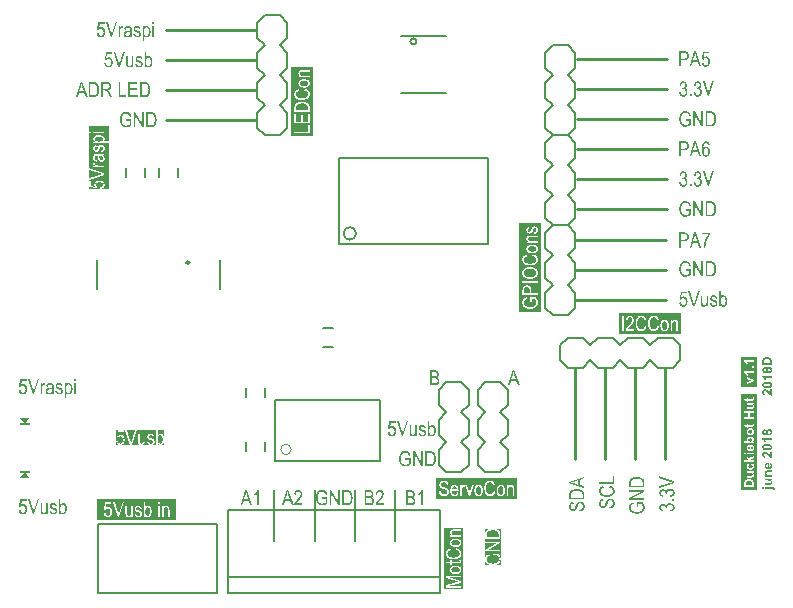
<source format=gto>
G04 Layer_Color=65535*
%FSLAX44Y44*%
%MOMM*%
G71*
G01*
G75*
%ADD27C,0.2540*%
%ADD47C,0.2500*%
%ADD48C,0.1524*%
%ADD49C,0.2032*%
%ADD50C,0.0000*%
%ADD51C,0.2000*%
%ADD52C,0.1270*%
%ADD53C,0.1501*%
%ADD54R,0.8890X0.1905*%
G36*
X843631Y694050D02*
X842193D01*
X838119Y706892D01*
X839627D01*
X842362Y697560D01*
Y697546D01*
X842376Y697518D01*
X842390Y697447D01*
X842419Y697377D01*
X842447Y697278D01*
X842475Y697165D01*
X842503Y697038D01*
X842545Y696898D01*
X842630Y696573D01*
X842729Y696221D01*
X842813Y695840D01*
X842912Y695460D01*
Y695474D01*
X842926Y695502D01*
X842940Y695558D01*
X842954Y695643D01*
X842982Y695742D01*
X843011Y695854D01*
X843039Y695981D01*
X843067Y696122D01*
X843152Y696432D01*
X843250Y696799D01*
X843363Y697165D01*
X843476Y697560D01*
X846323Y706892D01*
X847733D01*
X843631Y694050D01*
D02*
G37*
G36*
X821710Y706920D02*
X821823Y706906D01*
X821950Y706878D01*
X822091Y706850D01*
X822246Y706822D01*
X822584Y706709D01*
X822767Y706624D01*
X822951Y706540D01*
X823134Y706427D01*
X823303Y706300D01*
X823486Y706159D01*
X823655Y705990D01*
X823670Y705976D01*
X823698Y705948D01*
X823740Y705891D01*
X823796Y705821D01*
X823867Y705722D01*
X823938Y705610D01*
X824022Y705483D01*
X824107Y705342D01*
X824191Y705173D01*
X824276Y704989D01*
X824346Y704792D01*
X824417Y704580D01*
X824473Y704369D01*
X824515Y704129D01*
X824544Y703876D01*
X824558Y703608D01*
Y703594D01*
Y703565D01*
Y703523D01*
Y703467D01*
X824544Y703382D01*
Y703298D01*
X824515Y703086D01*
X824459Y702846D01*
X824403Y702579D01*
X824304Y702325D01*
X824177Y702057D01*
Y702043D01*
X824163Y702029D01*
X824107Y701944D01*
X824022Y701817D01*
X823909Y701676D01*
X823754Y701507D01*
X823571Y701324D01*
X823360Y701155D01*
X823120Y701000D01*
X823134D01*
X823148Y700986D01*
X823233Y700972D01*
X823345Y700929D01*
X823486Y700859D01*
X823655Y700788D01*
X823825Y700690D01*
X824008Y700563D01*
X824163Y700422D01*
X824177Y700408D01*
X824233Y700351D01*
X824304Y700267D01*
X824403Y700140D01*
X824501Y699985D01*
X824614Y699801D01*
X824727Y699590D01*
X824826Y699350D01*
Y699336D01*
X824840Y699322D01*
X824854Y699280D01*
X824868Y699238D01*
X824910Y699097D01*
X824952Y698913D01*
X824995Y698688D01*
X825037Y698434D01*
X825065Y698152D01*
X825079Y697842D01*
Y697828D01*
Y697772D01*
Y697673D01*
X825065Y697546D01*
X825051Y697405D01*
X825023Y697222D01*
X824995Y697024D01*
X824952Y696827D01*
X824896Y696601D01*
X824826Y696362D01*
X824741Y696122D01*
X824642Y695882D01*
X824515Y695643D01*
X824374Y695403D01*
X824219Y695178D01*
X824036Y694952D01*
X824022Y694938D01*
X823994Y694910D01*
X823938Y694853D01*
X823853Y694783D01*
X823754Y694698D01*
X823627Y694600D01*
X823486Y694501D01*
X823331Y694402D01*
X823162Y694290D01*
X822965Y694191D01*
X822767Y694092D01*
X822542Y694008D01*
X822316Y693937D01*
X822063Y693881D01*
X821809Y693853D01*
X821541Y693839D01*
X821414D01*
X821315Y693853D01*
X821203Y693867D01*
X821062Y693895D01*
X820921Y693923D01*
X820751Y693965D01*
X820582Y694008D01*
X820399Y694078D01*
X820202Y694149D01*
X820018Y694247D01*
X819821Y694360D01*
X819624Y694487D01*
X819441Y694642D01*
X819257Y694811D01*
X819243Y694825D01*
X819215Y694853D01*
X819173Y694910D01*
X819116Y694994D01*
X819032Y695093D01*
X818961Y695206D01*
X818863Y695347D01*
X818778Y695516D01*
X818679Y695699D01*
X818595Y695897D01*
X818496Y696108D01*
X818426Y696348D01*
X818341Y696601D01*
X818285Y696869D01*
X818228Y697151D01*
X818200Y697461D01*
X819483Y697673D01*
Y697645D01*
X819497Y697560D01*
X819525Y697433D01*
X819567Y697278D01*
X819624Y697081D01*
X819694Y696869D01*
X819779Y696644D01*
X819892Y696404D01*
X820004Y696164D01*
X820145Y695939D01*
X820314Y695727D01*
X820512Y695530D01*
X820723Y695375D01*
X820963Y695248D01*
X821217Y695164D01*
X821358Y695150D01*
X821513Y695135D01*
X821597D01*
X821668Y695150D01*
X821738Y695164D01*
X821823Y695178D01*
X822034Y695234D01*
X822274Y695319D01*
X822542Y695445D01*
X822669Y695530D01*
X822796Y695643D01*
X822923Y695756D01*
X823049Y695882D01*
X823064Y695897D01*
X823078Y695911D01*
X823106Y695953D01*
X823148Y696023D01*
X823204Y696094D01*
X823261Y696179D01*
X823317Y696291D01*
X823374Y696404D01*
X823486Y696686D01*
X823599Y697010D01*
X823670Y697391D01*
X823698Y697602D01*
Y697814D01*
Y697828D01*
Y697870D01*
Y697927D01*
X823684Y697997D01*
Y698096D01*
X823670Y698208D01*
X823627Y698462D01*
X823557Y698744D01*
X823444Y699054D01*
X823289Y699350D01*
X823204Y699491D01*
X823092Y699618D01*
Y699632D01*
X823064Y699646D01*
X822993Y699731D01*
X822866Y699844D01*
X822683Y699971D01*
X822471Y700098D01*
X822232Y700196D01*
X821950Y700281D01*
X821795Y700295D01*
X821640Y700309D01*
X821569D01*
X821499Y700295D01*
X821386Y700281D01*
X821259Y700267D01*
X821104Y700238D01*
X820935Y700182D01*
X820737Y700126D01*
X820892Y701521D01*
X821090Y701493D01*
X821189D01*
X821245Y701507D01*
X821329D01*
X821428Y701521D01*
X821640Y701564D01*
X821893Y701634D01*
X822147Y701733D01*
X822401Y701874D01*
X822641Y702071D01*
X822655Y702085D01*
X822669Y702099D01*
X822739Y702184D01*
X822838Y702311D01*
X822951Y702494D01*
X823049Y702720D01*
X823148Y702987D01*
X823219Y703283D01*
X823247Y703453D01*
Y703636D01*
Y703650D01*
Y703678D01*
Y703720D01*
X823233Y703791D01*
X823219Y703946D01*
X823190Y704157D01*
X823120Y704383D01*
X823035Y704623D01*
X822908Y704862D01*
X822739Y705088D01*
X822711Y705116D01*
X822655Y705173D01*
X822542Y705257D01*
X822401Y705370D01*
X822218Y705469D01*
X822006Y705553D01*
X821767Y705610D01*
X821513Y705638D01*
X821442D01*
X821386Y705624D01*
X821245Y705610D01*
X821076Y705567D01*
X820878Y705497D01*
X820667Y705398D01*
X820455Y705257D01*
X820244Y705060D01*
X820216Y705032D01*
X820160Y704947D01*
X820075Y704820D01*
X819976Y704623D01*
X819863Y704383D01*
X819765Y704087D01*
X819680Y703735D01*
X819610Y703326D01*
X818327Y703608D01*
Y703622D01*
X818341Y703678D01*
X818355Y703763D01*
X818383Y703876D01*
X818411Y704016D01*
X818454Y704172D01*
X818496Y704341D01*
X818552Y704538D01*
X818693Y704933D01*
X818891Y705342D01*
X819116Y705736D01*
X819257Y705920D01*
X819412Y706089D01*
X819426Y706103D01*
X819455Y706131D01*
X819497Y706173D01*
X819567Y706216D01*
X819652Y706286D01*
X819751Y706357D01*
X819863Y706427D01*
X819990Y706512D01*
X820145Y706596D01*
X820300Y706667D01*
X820653Y706808D01*
X820850Y706850D01*
X821062Y706892D01*
X821273Y706920D01*
X821499Y706935D01*
X821626D01*
X821710Y706920D01*
D02*
G37*
G36*
X833975D02*
X834087Y706906D01*
X834214Y706878D01*
X834355Y706850D01*
X834510Y706822D01*
X834848Y706709D01*
X835032Y706624D01*
X835215Y706540D01*
X835398Y706427D01*
X835567Y706300D01*
X835751Y706159D01*
X835920Y705990D01*
X835934Y705976D01*
X835962Y705948D01*
X836004Y705891D01*
X836061Y705821D01*
X836131Y705722D01*
X836202Y705610D01*
X836286Y705483D01*
X836371Y705342D01*
X836456Y705173D01*
X836540Y704989D01*
X836611Y704792D01*
X836681Y704580D01*
X836738Y704369D01*
X836780Y704129D01*
X836808Y703876D01*
X836822Y703608D01*
Y703594D01*
Y703565D01*
Y703523D01*
Y703467D01*
X836808Y703382D01*
Y703298D01*
X836780Y703086D01*
X836723Y702846D01*
X836667Y702579D01*
X836568Y702325D01*
X836441Y702057D01*
Y702043D01*
X836427Y702029D01*
X836371Y701944D01*
X836286Y701817D01*
X836174Y701676D01*
X836019Y701507D01*
X835835Y701324D01*
X835624Y701155D01*
X835384Y701000D01*
X835398D01*
X835412Y700986D01*
X835497Y700972D01*
X835610Y700929D01*
X835751Y700859D01*
X835920Y700788D01*
X836089Y700690D01*
X836272Y700563D01*
X836427Y700422D01*
X836441Y700408D01*
X836498Y700351D01*
X836568Y700267D01*
X836667Y700140D01*
X836766Y699985D01*
X836879Y699801D01*
X836991Y699590D01*
X837090Y699350D01*
Y699336D01*
X837104Y699322D01*
X837118Y699280D01*
X837132Y699238D01*
X837175Y699097D01*
X837217Y698913D01*
X837259Y698688D01*
X837301Y698434D01*
X837330Y698152D01*
X837344Y697842D01*
Y697828D01*
Y697772D01*
Y697673D01*
X837330Y697546D01*
X837316Y697405D01*
X837287Y697222D01*
X837259Y697024D01*
X837217Y696827D01*
X837160Y696601D01*
X837090Y696362D01*
X837005Y696122D01*
X836907Y695882D01*
X836780Y695643D01*
X836639Y695403D01*
X836484Y695178D01*
X836301Y694952D01*
X836286Y694938D01*
X836258Y694910D01*
X836202Y694853D01*
X836117Y694783D01*
X836019Y694698D01*
X835892Y694600D01*
X835751Y694501D01*
X835596Y694402D01*
X835426Y694290D01*
X835229Y694191D01*
X835032Y694092D01*
X834806Y694008D01*
X834581Y693937D01*
X834327Y693881D01*
X834073Y693853D01*
X833805Y693839D01*
X833679D01*
X833580Y693853D01*
X833467Y693867D01*
X833326Y693895D01*
X833185Y693923D01*
X833016Y693965D01*
X832847Y694008D01*
X832663Y694078D01*
X832466Y694149D01*
X832283Y694247D01*
X832085Y694360D01*
X831888Y694487D01*
X831705Y694642D01*
X831522Y694811D01*
X831508Y694825D01*
X831479Y694853D01*
X831437Y694910D01*
X831381Y694994D01*
X831296Y695093D01*
X831226Y695206D01*
X831127Y695347D01*
X831042Y695516D01*
X830944Y695699D01*
X830859Y695897D01*
X830760Y696108D01*
X830690Y696348D01*
X830605Y696601D01*
X830549Y696869D01*
X830493Y697151D01*
X830464Y697461D01*
X831747Y697673D01*
Y697645D01*
X831761Y697560D01*
X831789Y697433D01*
X831832Y697278D01*
X831888Y697081D01*
X831959Y696869D01*
X832043Y696644D01*
X832156Y696404D01*
X832269Y696164D01*
X832410Y695939D01*
X832579Y695727D01*
X832776Y695530D01*
X832988Y695375D01*
X833227Y695248D01*
X833481Y695164D01*
X833622Y695150D01*
X833777Y695135D01*
X833862D01*
X833932Y695150D01*
X834003Y695164D01*
X834087Y695178D01*
X834299Y695234D01*
X834538Y695319D01*
X834806Y695445D01*
X834933Y695530D01*
X835060Y695643D01*
X835187Y695756D01*
X835314Y695882D01*
X835328Y695897D01*
X835342Y695911D01*
X835370Y695953D01*
X835412Y696023D01*
X835469Y696094D01*
X835525Y696179D01*
X835582Y696291D01*
X835638Y696404D01*
X835751Y696686D01*
X835863Y697010D01*
X835934Y697391D01*
X835962Y697602D01*
Y697814D01*
Y697828D01*
Y697870D01*
Y697927D01*
X835948Y697997D01*
Y698096D01*
X835934Y698208D01*
X835892Y698462D01*
X835821Y698744D01*
X835708Y699054D01*
X835553Y699350D01*
X835469Y699491D01*
X835356Y699618D01*
Y699632D01*
X835328Y699646D01*
X835257Y699731D01*
X835130Y699844D01*
X834947Y699971D01*
X834736Y700098D01*
X834496Y700196D01*
X834214Y700281D01*
X834059Y700295D01*
X833904Y700309D01*
X833834D01*
X833763Y700295D01*
X833650Y700281D01*
X833523Y700267D01*
X833368Y700238D01*
X833199Y700182D01*
X833002Y700126D01*
X833157Y701521D01*
X833354Y701493D01*
X833453D01*
X833509Y701507D01*
X833594D01*
X833693Y701521D01*
X833904Y701564D01*
X834158Y701634D01*
X834411Y701733D01*
X834665Y701874D01*
X834905Y702071D01*
X834919Y702085D01*
X834933Y702099D01*
X835004Y702184D01*
X835102Y702311D01*
X835215Y702494D01*
X835314Y702720D01*
X835412Y702987D01*
X835483Y703283D01*
X835511Y703453D01*
Y703636D01*
Y703650D01*
Y703678D01*
Y703720D01*
X835497Y703791D01*
X835483Y703946D01*
X835455Y704157D01*
X835384Y704383D01*
X835300Y704623D01*
X835173Y704862D01*
X835004Y705088D01*
X834975Y705116D01*
X834919Y705173D01*
X834806Y705257D01*
X834665Y705370D01*
X834482Y705469D01*
X834271Y705553D01*
X834031Y705610D01*
X833777Y705638D01*
X833707D01*
X833650Y705624D01*
X833509Y705610D01*
X833340Y705567D01*
X833143Y705497D01*
X832931Y705398D01*
X832720Y705257D01*
X832508Y705060D01*
X832480Y705032D01*
X832424Y704947D01*
X832339Y704820D01*
X832241Y704623D01*
X832128Y704383D01*
X832029Y704087D01*
X831945Y703735D01*
X831874Y703326D01*
X830591Y703608D01*
Y703622D01*
X830605Y703678D01*
X830619Y703763D01*
X830648Y703876D01*
X830676Y704016D01*
X830718Y704172D01*
X830760Y704341D01*
X830817Y704538D01*
X830958Y704933D01*
X831155Y705342D01*
X831381Y705736D01*
X831522Y705920D01*
X831677Y706089D01*
X831691Y706103D01*
X831719Y706131D01*
X831761Y706173D01*
X831832Y706216D01*
X831916Y706286D01*
X832015Y706357D01*
X832128Y706427D01*
X832255Y706512D01*
X832410Y706596D01*
X832565Y706667D01*
X832917Y706808D01*
X833115Y706850D01*
X833326Y706892D01*
X833538Y706920D01*
X833763Y706935D01*
X833890D01*
X833975Y706920D01*
D02*
G37*
G36*
X838218Y668650D02*
X836794D01*
X831268Y678743D01*
Y668650D01*
X829929D01*
Y681492D01*
X831352D01*
X836893Y671371D01*
Y681492D01*
X838218D01*
Y668650D01*
D02*
G37*
G36*
X823768Y681704D02*
X823881Y681690D01*
X824008Y681675D01*
X824163Y681662D01*
X824473Y681605D01*
X824811Y681535D01*
X825150Y681422D01*
X825488Y681281D01*
X825502D01*
X825530Y681267D01*
X825573Y681238D01*
X825629Y681196D01*
X825798Y681112D01*
X825996Y680971D01*
X826221Y680801D01*
X826461Y680590D01*
X826701Y680350D01*
X826926Y680069D01*
Y680054D01*
X826954Y680026D01*
X826982Y679984D01*
X827025Y679928D01*
X827067Y679843D01*
X827123Y679744D01*
X827180Y679632D01*
X827250Y679505D01*
X827307Y679364D01*
X827377Y679194D01*
X827448Y679011D01*
X827518Y678828D01*
X827589Y678616D01*
X827659Y678391D01*
X827716Y678165D01*
X827772Y677912D01*
X826517Y677489D01*
Y677503D01*
X826503Y677531D01*
X826489Y677587D01*
X826475Y677672D01*
X826447Y677757D01*
X826419Y677855D01*
X826348Y678095D01*
X826249Y678363D01*
X826137Y678631D01*
X826010Y678884D01*
X825869Y679110D01*
X825855Y679138D01*
X825798Y679194D01*
X825714Y679293D01*
X825601Y679420D01*
X825460Y679547D01*
X825277Y679688D01*
X825079Y679829D01*
X824854Y679956D01*
X824826Y679970D01*
X824741Y679998D01*
X824614Y680054D01*
X824445Y680111D01*
X824233Y680167D01*
X823994Y680224D01*
X823726Y680252D01*
X823444Y680266D01*
X823331D01*
X823247Y680252D01*
X823148D01*
X823035Y680238D01*
X822767Y680195D01*
X822457Y680125D01*
X822119Y680026D01*
X821781Y679885D01*
X821456Y679702D01*
X821442D01*
X821414Y679674D01*
X821372Y679646D01*
X821315Y679603D01*
X821174Y679462D01*
X820991Y679279D01*
X820878Y679166D01*
X820780Y679039D01*
X820667Y678898D01*
X820554Y678743D01*
X820441Y678574D01*
X820329Y678377D01*
X820230Y678179D01*
X820131Y677968D01*
Y677954D01*
X820117Y677912D01*
X820089Y677855D01*
X820061Y677757D01*
X820018Y677644D01*
X819976Y677503D01*
X819934Y677348D01*
X819892Y677179D01*
X819835Y676967D01*
X819793Y676756D01*
X819751Y676516D01*
X819723Y676262D01*
X819680Y675994D01*
X819666Y675713D01*
X819638Y675416D01*
Y675106D01*
Y675078D01*
Y674994D01*
X819652Y674867D01*
Y674683D01*
X819666Y674472D01*
X819694Y674232D01*
X819723Y673950D01*
X819779Y673669D01*
X819835Y673358D01*
X819906Y673034D01*
X819990Y672724D01*
X820089Y672400D01*
X820216Y672090D01*
X820357Y671794D01*
X820526Y671512D01*
X820709Y671258D01*
X820723Y671244D01*
X820766Y671201D01*
X820822Y671145D01*
X820907Y671060D01*
X821005Y670962D01*
X821146Y670849D01*
X821287Y670736D01*
X821456Y670623D01*
X821654Y670497D01*
X821865Y670384D01*
X822091Y670271D01*
X822345Y670172D01*
X822612Y670088D01*
X822894Y670031D01*
X823204Y669989D01*
X823515Y669975D01*
X823655D01*
X823726Y669989D01*
X823825D01*
X824036Y670017D01*
X824290Y670074D01*
X824572Y670130D01*
X824868Y670229D01*
X825192Y670356D01*
X825206D01*
X825234Y670370D01*
X825277Y670398D01*
X825333Y670426D01*
X825488Y670511D01*
X825686Y670623D01*
X825911Y670764D01*
X826137Y670919D01*
X826362Y671103D01*
X826574Y671300D01*
Y673697D01*
X823486D01*
Y675205D01*
X827941Y675219D01*
Y670440D01*
X827927Y670426D01*
X827899Y670398D01*
X827842Y670342D01*
X827758Y670271D01*
X827673Y670186D01*
X827560Y670102D01*
X827433Y669989D01*
X827293Y669876D01*
X826968Y669637D01*
X826616Y669383D01*
X826221Y669143D01*
X825812Y668932D01*
X825798D01*
X825770Y668918D01*
X825700Y668890D01*
X825629Y668861D01*
X825516Y668819D01*
X825404Y668777D01*
X825263Y668735D01*
X825122Y668692D01*
X824783Y668594D01*
X824403Y668523D01*
X823980Y668467D01*
X823557Y668438D01*
X823402D01*
X823303Y668453D01*
X823162Y668467D01*
X823007Y668481D01*
X822824Y668509D01*
X822641Y668537D01*
X822429Y668579D01*
X822218Y668622D01*
X821752Y668763D01*
X821513Y668847D01*
X821273Y668946D01*
X821033Y669073D01*
X820808Y669200D01*
X820794Y669214D01*
X820751Y669242D01*
X820695Y669284D01*
X820611Y669341D01*
X820512Y669425D01*
X820399Y669524D01*
X820258Y669637D01*
X820117Y669778D01*
X819976Y669919D01*
X819821Y670088D01*
X819652Y670271D01*
X819497Y670482D01*
X819342Y670694D01*
X819187Y670934D01*
X819046Y671187D01*
X818905Y671455D01*
X818891Y671469D01*
X818877Y671526D01*
X818834Y671610D01*
X818792Y671723D01*
X818736Y671864D01*
X818679Y672033D01*
X818623Y672231D01*
X818552Y672456D01*
X818482Y672696D01*
X818426Y672978D01*
X818369Y673260D01*
X818313Y673584D01*
X818270Y673908D01*
X818228Y674260D01*
X818214Y674627D01*
X818200Y675008D01*
Y675036D01*
Y675106D01*
Y675219D01*
X818214Y675360D01*
X818228Y675543D01*
X818242Y675755D01*
X818256Y675994D01*
X818285Y676248D01*
X818327Y676530D01*
X818369Y676826D01*
X818496Y677432D01*
X818581Y677742D01*
X818679Y678053D01*
X818778Y678363D01*
X818905Y678659D01*
X818919Y678673D01*
X818933Y678729D01*
X818975Y678814D01*
X819032Y678913D01*
X819102Y679039D01*
X819187Y679194D01*
X819286Y679364D01*
X819398Y679533D01*
X819666Y679913D01*
X819976Y680294D01*
X820343Y680661D01*
X820540Y680816D01*
X820751Y680971D01*
X820766Y680985D01*
X820808Y680999D01*
X820864Y681041D01*
X820963Y681084D01*
X821062Y681140D01*
X821203Y681210D01*
X821358Y681281D01*
X821527Y681351D01*
X821710Y681408D01*
X821922Y681478D01*
X822147Y681549D01*
X822387Y681605D01*
X822908Y681690D01*
X823190Y681704D01*
X823472Y681718D01*
X823670D01*
X823768Y681704D01*
D02*
G37*
G36*
X828604Y694050D02*
X827138D01*
Y695840D01*
X828604D01*
Y694050D01*
D02*
G37*
G36*
X584681Y406400D02*
X583243D01*
X579169Y419242D01*
X580677D01*
X583412Y409910D01*
Y409896D01*
X583426Y409868D01*
X583440Y409797D01*
X583468Y409727D01*
X583497Y409628D01*
X583525Y409515D01*
X583553Y409389D01*
X583595Y409248D01*
X583680Y408923D01*
X583778Y408571D01*
X583863Y408190D01*
X583962Y407810D01*
Y407824D01*
X583976Y407852D01*
X583990Y407908D01*
X584004Y407993D01*
X584032Y408092D01*
X584060Y408204D01*
X584089Y408331D01*
X584117Y408472D01*
X584201Y408782D01*
X584300Y409149D01*
X584413Y409515D01*
X584526Y409910D01*
X587373Y419242D01*
X588783D01*
X584681Y406400D01*
D02*
G37*
G36*
X600920Y415901D02*
X601132Y415873D01*
X601357Y415845D01*
X601611Y415789D01*
X601865Y415704D01*
X602119Y415605D01*
X602133D01*
X602147Y415591D01*
X602231Y415549D01*
X602344Y415479D01*
X602485Y415380D01*
X602640Y415267D01*
X602809Y415126D01*
X602965Y414957D01*
X603106Y414774D01*
X603120Y414745D01*
X603162Y414675D01*
X603218Y414562D01*
X603289Y414407D01*
X603373Y414196D01*
X603458Y413942D01*
X603528Y413646D01*
X603585Y413307D01*
X602330Y413082D01*
Y413096D01*
X602316Y413153D01*
X602302Y413223D01*
X602274Y413322D01*
X602246Y413434D01*
X602189Y413575D01*
X602133Y413702D01*
X602048Y413857D01*
X601964Y413998D01*
X601851Y414139D01*
X601710Y414266D01*
X601555Y414379D01*
X601371Y414478D01*
X601160Y414548D01*
X600934Y414604D01*
X600667Y414619D01*
X600526D01*
X600385Y414604D01*
X600187Y414576D01*
X599990Y414534D01*
X599779Y414478D01*
X599581Y414393D01*
X599412Y414280D01*
X599398Y414266D01*
X599356Y414224D01*
X599285Y414139D01*
X599215Y414041D01*
X599130Y413928D01*
X599074Y413773D01*
X599017Y413604D01*
X599003Y413420D01*
Y413392D01*
Y413336D01*
X599031Y413237D01*
X599060Y413124D01*
X599102Y412997D01*
X599172Y412856D01*
X599271Y412730D01*
X599398Y412603D01*
X599412Y412589D01*
X599454Y412575D01*
X599525Y412532D01*
X599652Y412476D01*
X599736Y412434D01*
X599835Y412391D01*
X599948Y412349D01*
X600089Y412293D01*
X600230Y412236D01*
X600399Y412180D01*
X600582Y412109D01*
X600794Y412039D01*
X600808D01*
X600864Y412011D01*
X600949Y411996D01*
X601047Y411954D01*
X601174Y411912D01*
X601329Y411856D01*
X601654Y411743D01*
X602006Y411616D01*
X602344Y411475D01*
X602499Y411418D01*
X602640Y411348D01*
X602767Y411278D01*
X602866Y411221D01*
X602894Y411207D01*
X602950Y411165D01*
X603035Y411094D01*
X603134Y411010D01*
X603260Y410897D01*
X603373Y410756D01*
X603500Y410587D01*
X603599Y410404D01*
X603613Y410375D01*
X603641Y410305D01*
X603684Y410206D01*
X603740Y410051D01*
X603782Y409868D01*
X603824Y409656D01*
X603853Y409417D01*
X603867Y409163D01*
Y409149D01*
Y409107D01*
Y409036D01*
X603853Y408937D01*
X603839Y408825D01*
X603824Y408698D01*
X603796Y408557D01*
X603768Y408402D01*
X603655Y408049D01*
X603599Y407880D01*
X603514Y407697D01*
X603416Y407514D01*
X603303Y407345D01*
X603176Y407161D01*
X603021Y407006D01*
X603007Y406992D01*
X602979Y406978D01*
X602936Y406936D01*
X602866Y406879D01*
X602781Y406823D01*
X602683Y406752D01*
X602556Y406668D01*
X602415Y406597D01*
X602260Y406527D01*
X602090Y406442D01*
X601893Y406372D01*
X601696Y406315D01*
X601470Y406259D01*
X601231Y406231D01*
X600977Y406203D01*
X600709Y406189D01*
X600596D01*
X600455Y406203D01*
X600272Y406231D01*
X600061Y406287D01*
X599821Y406344D01*
X599567Y406442D01*
X599285Y406569D01*
X599003Y406724D01*
X598735Y406922D01*
X598468Y407161D01*
X598214Y407443D01*
X598101Y407612D01*
X597988Y407796D01*
X597890Y407979D01*
X597805Y408190D01*
X597720Y408416D01*
X597650Y408656D01*
X597579Y408909D01*
X597537Y409177D01*
X598820Y409403D01*
Y409389D01*
Y409360D01*
X598834Y409304D01*
X598848Y409248D01*
X598862Y409163D01*
X598876Y409064D01*
X598947Y408853D01*
X599017Y408627D01*
X599130Y408374D01*
X599271Y408148D01*
X599440Y407951D01*
X599468Y407937D01*
X599539Y407880D01*
X599652Y407810D01*
X599793Y407725D01*
X599990Y407626D01*
X600216Y407556D01*
X600483Y407500D01*
X600779Y407486D01*
X600920D01*
X601076Y407514D01*
X601259Y407542D01*
X601470Y407584D01*
X601696Y407655D01*
X601907Y407753D01*
X602090Y407894D01*
X602105Y407908D01*
X602161Y407965D01*
X602231Y408063D01*
X602330Y408176D01*
X602415Y408331D01*
X602485Y408515D01*
X602542Y408726D01*
X602556Y408952D01*
Y408980D01*
Y409036D01*
X602542Y409149D01*
X602499Y409262D01*
X602457Y409403D01*
X602387Y409544D01*
X602288Y409685D01*
X602147Y409812D01*
X602133Y409826D01*
X602090Y409854D01*
X602006Y409896D01*
X601879Y409952D01*
X601710Y410037D01*
X601597Y410079D01*
X601484Y410122D01*
X601343Y410164D01*
X601188Y410220D01*
X601019Y410277D01*
X600836Y410333D01*
X600822D01*
X600765Y410347D01*
X600695Y410375D01*
X600596Y410418D01*
X600469Y410446D01*
X600328Y410502D01*
X600018Y410601D01*
X599680Y410728D01*
X599356Y410869D01*
X599201Y410925D01*
X599060Y410996D01*
X598933Y411066D01*
X598820Y411123D01*
X598792Y411137D01*
X598735Y411179D01*
X598651Y411249D01*
X598538Y411348D01*
X598411Y411475D01*
X598270Y411616D01*
X598143Y411799D01*
X598031Y411982D01*
X598017Y412011D01*
X597988Y412081D01*
X597946Y412194D01*
X597904Y412349D01*
X597847Y412532D01*
X597805Y412744D01*
X597777Y412969D01*
X597763Y413223D01*
Y413237D01*
Y413279D01*
Y413336D01*
X597777Y413420D01*
X597791Y413519D01*
X597805Y413646D01*
X597861Y413914D01*
X597946Y414224D01*
X598087Y414548D01*
X598172Y414717D01*
X598270Y414872D01*
X598397Y415027D01*
X598524Y415168D01*
X598538Y415182D01*
X598566Y415196D01*
X598609Y415239D01*
X598665Y415281D01*
X598735Y415337D01*
X598834Y415408D01*
X598947Y415479D01*
X599074Y415549D01*
X599215Y415605D01*
X599370Y415676D01*
X599539Y415746D01*
X599736Y415803D01*
X599934Y415845D01*
X600145Y415887D01*
X600385Y415901D01*
X600624Y415915D01*
X600765D01*
X600920Y415901D01*
D02*
G37*
G36*
X607419Y393828D02*
X607715Y393814D01*
X608054Y393786D01*
X608392Y393744D01*
X608716Y393687D01*
X608857Y393645D01*
X608998Y393603D01*
X609012D01*
X609040Y393589D01*
X609083Y393574D01*
X609153Y393546D01*
X609238Y393504D01*
X609322Y393462D01*
X609548Y393349D01*
X609801Y393194D01*
X610069Y392996D01*
X610337Y392757D01*
X610591Y392475D01*
X610605Y392461D01*
X610619Y392433D01*
X610662Y392390D01*
X610704Y392334D01*
X610760Y392249D01*
X610831Y392151D01*
X610901Y392038D01*
X610972Y391911D01*
X611056Y391770D01*
X611141Y391615D01*
X611324Y391263D01*
X611493Y390868D01*
X611648Y390417D01*
Y390403D01*
X611662Y390360D01*
X611690Y390290D01*
X611705Y390205D01*
X611733Y390079D01*
X611775Y389938D01*
X611803Y389782D01*
X611846Y389585D01*
X611874Y389388D01*
X611902Y389162D01*
X611944Y388923D01*
X611973Y388669D01*
X612001Y388387D01*
X612015Y388105D01*
X612029Y387485D01*
Y387456D01*
Y387386D01*
Y387273D01*
X612015Y387118D01*
Y386935D01*
X612001Y386709D01*
X611973Y386470D01*
X611944Y386202D01*
X611916Y385920D01*
X611874Y385624D01*
X611761Y385004D01*
X611592Y384369D01*
X611493Y384073D01*
X611380Y383777D01*
Y383763D01*
X611352Y383707D01*
X611310Y383636D01*
X611268Y383537D01*
X611197Y383411D01*
X611127Y383270D01*
X611042Y383115D01*
X610943Y382945D01*
X610704Y382593D01*
X610422Y382240D01*
X610098Y381902D01*
X609928Y381761D01*
X609745Y381634D01*
X609731D01*
X609703Y381606D01*
X609646Y381578D01*
X609562Y381536D01*
X609463Y381493D01*
X609350Y381437D01*
X609210Y381381D01*
X609040Y381324D01*
X608857Y381254D01*
X608660Y381197D01*
X608448Y381141D01*
X608223Y381099D01*
X607969Y381056D01*
X607701Y381028D01*
X607419Y381014D01*
X607123Y381000D01*
X603331D01*
Y393842D01*
X607292D01*
X607419Y393828D01*
D02*
G37*
G36*
X606700Y414675D02*
X606714Y414689D01*
X606771Y414759D01*
X606855Y414872D01*
X606968Y415013D01*
X607109Y415154D01*
X607264Y415309D01*
X607447Y415464D01*
X607631Y415591D01*
X607659Y415605D01*
X607729Y415648D01*
X607828Y415690D01*
X607969Y415760D01*
X608138Y415817D01*
X608335Y415859D01*
X608561Y415901D01*
X608787Y415915D01*
X608871D01*
X608942Y415901D01*
X609012D01*
X609111Y415887D01*
X609322Y415845D01*
X609576Y415789D01*
X609858Y415690D01*
X610126Y415563D01*
X610408Y415380D01*
X610422D01*
X610436Y415352D01*
X610478Y415323D01*
X610535Y415281D01*
X610662Y415154D01*
X610831Y414971D01*
X611014Y414745D01*
X611211Y414464D01*
X611409Y414139D01*
X611578Y413759D01*
Y413745D01*
X611592Y413716D01*
X611620Y413646D01*
X611648Y413561D01*
X611676Y413463D01*
X611719Y413336D01*
X611761Y413181D01*
X611803Y413026D01*
X611846Y412842D01*
X611888Y412631D01*
X611930Y412419D01*
X611958Y412180D01*
X611987Y411940D01*
X612015Y411672D01*
X612029Y411108D01*
Y411080D01*
Y411010D01*
Y410883D01*
X612015Y410728D01*
X612001Y410530D01*
X611973Y410291D01*
X611944Y410037D01*
X611902Y409769D01*
X611846Y409487D01*
X611789Y409191D01*
X611705Y408881D01*
X611606Y408585D01*
X611493Y408289D01*
X611352Y407993D01*
X611211Y407725D01*
X611028Y407471D01*
X611014Y407457D01*
X610986Y407415D01*
X610929Y407359D01*
X610859Y407274D01*
X610760Y407175D01*
X610647Y407063D01*
X610521Y406950D01*
X610365Y406837D01*
X610210Y406710D01*
X610027Y406597D01*
X609844Y406485D01*
X609632Y406386D01*
X609421Y406301D01*
X609195Y406245D01*
X608956Y406203D01*
X608716Y406189D01*
X608603D01*
X608476Y406203D01*
X608307Y406231D01*
X608124Y406273D01*
X607927Y406329D01*
X607715Y406414D01*
X607504Y406527D01*
X607476Y406541D01*
X607419Y406597D01*
X607321Y406668D01*
X607194Y406795D01*
X607053Y406936D01*
X606898Y407105D01*
X606757Y407316D01*
X606601Y407556D01*
Y406400D01*
X605403D01*
Y419242D01*
X606700D01*
Y414675D01*
D02*
G37*
G36*
X577999Y417565D02*
X573755D01*
X573206Y414097D01*
X573220Y414111D01*
X573248Y414139D01*
X573304Y414167D01*
X573375Y414224D01*
X573460Y414280D01*
X573558Y414351D01*
X573685Y414435D01*
X573812Y414506D01*
X574108Y414661D01*
X574446Y414788D01*
X574630Y414844D01*
X574813Y414886D01*
X575010Y414901D01*
X575207Y414915D01*
X575334D01*
X575433Y414901D01*
X575546Y414886D01*
X575673Y414858D01*
X575828Y414816D01*
X575997Y414774D01*
X576166Y414717D01*
X576349Y414647D01*
X576547Y414548D01*
X576730Y414435D01*
X576927Y414308D01*
X577125Y414153D01*
X577322Y413984D01*
X577505Y413787D01*
X577519Y413773D01*
X577548Y413730D01*
X577590Y413674D01*
X577660Y413575D01*
X577731Y413463D01*
X577816Y413336D01*
X577914Y413167D01*
X577999Y412983D01*
X578097Y412786D01*
X578182Y412546D01*
X578267Y412307D01*
X578337Y412039D01*
X578408Y411743D01*
X578450Y411433D01*
X578478Y411108D01*
X578492Y410756D01*
Y410742D01*
Y410671D01*
Y410573D01*
X578478Y410446D01*
X578464Y410277D01*
X578436Y410093D01*
X578408Y409882D01*
X578365Y409642D01*
X578323Y409403D01*
X578252Y409135D01*
X578168Y408867D01*
X578083Y408599D01*
X577956Y408317D01*
X577830Y408049D01*
X577674Y407781D01*
X577505Y407528D01*
X577491Y407514D01*
X577463Y407471D01*
X577407Y407401D01*
X577322Y407316D01*
X577223Y407218D01*
X577111Y407105D01*
X576970Y406978D01*
X576815Y406865D01*
X576631Y406738D01*
X576434Y406612D01*
X576222Y406499D01*
X575983Y406400D01*
X575743Y406315D01*
X575475Y406245D01*
X575179Y406203D01*
X574883Y406189D01*
X574756D01*
X574658Y406203D01*
X574531Y406217D01*
X574404Y406245D01*
X574249Y406273D01*
X574080Y406301D01*
X573713Y406414D01*
X573530Y406499D01*
X573333Y406583D01*
X573135Y406696D01*
X572938Y406823D01*
X572755Y406964D01*
X572571Y407133D01*
X572557Y407147D01*
X572529Y407175D01*
X572487Y407232D01*
X572416Y407302D01*
X572346Y407401D01*
X572261Y407528D01*
X572177Y407655D01*
X572078Y407824D01*
X571993Y407993D01*
X571895Y408190D01*
X571810Y408402D01*
X571726Y408641D01*
X571641Y408895D01*
X571585Y409177D01*
X571528Y409459D01*
X571500Y409769D01*
X572853Y409896D01*
Y409882D01*
X572867Y409840D01*
Y409783D01*
X572882Y409699D01*
X572910Y409600D01*
X572938Y409473D01*
X572994Y409205D01*
X573093Y408909D01*
X573220Y408613D01*
X573375Y408331D01*
X573460Y408190D01*
X573558Y408078D01*
X573586Y408049D01*
X573657Y407979D01*
X573770Y407894D01*
X573939Y407781D01*
X574122Y407669D01*
X574348Y407584D01*
X574587Y407514D01*
X574855Y407486D01*
X574940D01*
X575010Y407500D01*
X575095Y407514D01*
X575179Y407528D01*
X575405Y407584D01*
X575659Y407683D01*
X575785Y407753D01*
X575927Y407838D01*
X576053Y407937D01*
X576194Y408049D01*
X576321Y408176D01*
X576448Y408317D01*
X576462Y408331D01*
X576476Y408359D01*
X576504Y408402D01*
X576561Y408472D01*
X576603Y408557D01*
X576660Y408670D01*
X576730Y408782D01*
X576786Y408923D01*
X576857Y409078D01*
X576913Y409248D01*
X576970Y409445D01*
X577026Y409656D01*
X577068Y409868D01*
X577096Y410107D01*
X577111Y410361D01*
X577125Y410629D01*
Y410643D01*
Y410686D01*
Y410756D01*
X577111Y410855D01*
Y410967D01*
X577096Y411108D01*
X577068Y411249D01*
X577040Y411404D01*
X576970Y411757D01*
X576857Y412109D01*
X576688Y412448D01*
X576589Y412603D01*
X576476Y412758D01*
X576462Y412772D01*
X576448Y412786D01*
X576406Y412828D01*
X576363Y412870D01*
X576222Y412997D01*
X576025Y413138D01*
X575800Y413279D01*
X575518Y413406D01*
X575207Y413491D01*
X575038Y413505D01*
X574855Y413519D01*
X574756D01*
X574644Y413505D01*
X574489Y413477D01*
X574319Y413434D01*
X574136Y413378D01*
X573939Y413293D01*
X573741Y413181D01*
X573713Y413167D01*
X573657Y413124D01*
X573572Y413054D01*
X573445Y412941D01*
X573318Y412814D01*
X573192Y412659D01*
X573065Y412490D01*
X572938Y412278D01*
X571726Y412462D01*
X572755Y419073D01*
X577999D01*
Y417565D01*
D02*
G37*
G36*
X596015Y406400D02*
X594859D01*
Y407739D01*
X594845Y407725D01*
X594816Y407683D01*
X594774Y407626D01*
X594690Y407486D01*
X594563Y407316D01*
X594408Y407119D01*
X594224Y406922D01*
X594027Y406738D01*
X593801Y406569D01*
X593773Y406555D01*
X593689Y406513D01*
X593576Y406442D01*
X593407Y406386D01*
X593195Y406315D01*
X592970Y406245D01*
X592716Y406203D01*
X592434Y406189D01*
X592350D01*
X592279Y406203D01*
X592209D01*
X592110Y406217D01*
X591898Y406245D01*
X591659Y406301D01*
X591405Y406386D01*
X591137Y406513D01*
X590883Y406668D01*
X590855Y406696D01*
X590785Y406752D01*
X590672Y406865D01*
X590545Y407006D01*
X590404Y407175D01*
X590263Y407387D01*
X590136Y407626D01*
X590038Y407894D01*
Y407908D01*
X590023Y407923D01*
Y407979D01*
X590009Y408035D01*
X589995Y408106D01*
X589967Y408204D01*
X589953Y408303D01*
X589939Y408430D01*
X589911Y408571D01*
X589897Y408726D01*
X589883Y408895D01*
X589854Y409078D01*
X589840Y409473D01*
X589826Y409938D01*
Y415704D01*
X591109D01*
Y410530D01*
Y410516D01*
Y410474D01*
Y410390D01*
Y410305D01*
Y410178D01*
X591123Y410051D01*
Y409755D01*
X591137Y409431D01*
X591165Y409107D01*
X591179Y408966D01*
X591208Y408825D01*
X591222Y408698D01*
X591250Y408599D01*
X591264Y408585D01*
X591278Y408515D01*
X591320Y408430D01*
X591363Y408317D01*
X591433Y408204D01*
X591532Y408063D01*
X591645Y407937D01*
X591772Y407824D01*
X591786Y407810D01*
X591842Y407781D01*
X591927Y407739D01*
X592039Y407683D01*
X592166Y407626D01*
X592321Y407584D01*
X592490Y407556D01*
X592674Y407542D01*
X592758D01*
X592829Y407556D01*
X592913Y407570D01*
X592998Y407584D01*
X593209Y407640D01*
X593449Y407725D01*
X593703Y407866D01*
X593830Y407951D01*
X593956Y408049D01*
X594083Y408176D01*
X594196Y408303D01*
Y408317D01*
X594224Y408331D01*
X594239Y408374D01*
X594281Y408430D01*
X594323Y408515D01*
X594365Y408599D01*
X594408Y408712D01*
X594464Y408853D01*
X594506Y409008D01*
X594549Y409177D01*
X594591Y409375D01*
X594633Y409600D01*
X594675Y409840D01*
X594690Y410107D01*
X594718Y410404D01*
Y410714D01*
Y415704D01*
X596015D01*
Y406400D01*
D02*
G37*
G36*
X844632Y681478D02*
X844928Y681464D01*
X845266Y681436D01*
X845605Y681394D01*
X845929Y681337D01*
X846070Y681295D01*
X846211Y681253D01*
X846225D01*
X846253Y681238D01*
X846295Y681224D01*
X846366Y681196D01*
X846450Y681154D01*
X846535Y681112D01*
X846760Y680999D01*
X847014Y680844D01*
X847282Y680647D01*
X847550Y680407D01*
X847804Y680125D01*
X847818Y680111D01*
X847832Y680083D01*
X847874Y680040D01*
X847916Y679984D01*
X847973Y679899D01*
X848043Y679801D01*
X848114Y679688D01*
X848184Y679561D01*
X848269Y679420D01*
X848354Y679265D01*
X848537Y678913D01*
X848706Y678518D01*
X848861Y678067D01*
Y678053D01*
X848875Y678010D01*
X848903Y677940D01*
X848917Y677855D01*
X848945Y677728D01*
X848988Y677587D01*
X849016Y677432D01*
X849058Y677235D01*
X849087Y677038D01*
X849115Y676812D01*
X849157Y676572D01*
X849185Y676319D01*
X849213Y676037D01*
X849228Y675755D01*
X849242Y675135D01*
Y675106D01*
Y675036D01*
Y674923D01*
X849228Y674768D01*
Y674585D01*
X849213Y674359D01*
X849185Y674120D01*
X849157Y673852D01*
X849129Y673570D01*
X849087Y673274D01*
X848974Y672654D01*
X848805Y672019D01*
X848706Y671723D01*
X848593Y671427D01*
Y671413D01*
X848565Y671357D01*
X848523Y671286D01*
X848480Y671187D01*
X848410Y671060D01*
X848339Y670919D01*
X848255Y670764D01*
X848156Y670595D01*
X847916Y670243D01*
X847635Y669891D01*
X847310Y669552D01*
X847141Y669411D01*
X846958Y669284D01*
X846944D01*
X846916Y669256D01*
X846859Y669228D01*
X846775Y669186D01*
X846676Y669143D01*
X846563Y669087D01*
X846422Y669031D01*
X846253Y668974D01*
X846070Y668904D01*
X845872Y668847D01*
X845661Y668791D01*
X845435Y668749D01*
X845182Y668706D01*
X844914Y668678D01*
X844632Y668664D01*
X844336Y668650D01*
X840544D01*
Y681492D01*
X844505D01*
X844632Y681478D01*
D02*
G37*
G36*
X838218Y541650D02*
X836794D01*
X831268Y551743D01*
Y541650D01*
X829929D01*
Y554492D01*
X831352D01*
X836893Y544371D01*
Y554492D01*
X838218D01*
Y541650D01*
D02*
G37*
G36*
X823768Y554704D02*
X823881Y554690D01*
X824008Y554675D01*
X824163Y554661D01*
X824473Y554605D01*
X824811Y554535D01*
X825150Y554422D01*
X825488Y554281D01*
X825502D01*
X825530Y554267D01*
X825573Y554239D01*
X825629Y554196D01*
X825798Y554112D01*
X825996Y553971D01*
X826221Y553801D01*
X826461Y553590D01*
X826701Y553350D01*
X826926Y553069D01*
Y553054D01*
X826954Y553026D01*
X826982Y552984D01*
X827025Y552928D01*
X827067Y552843D01*
X827123Y552744D01*
X827180Y552631D01*
X827250Y552505D01*
X827307Y552364D01*
X827377Y552195D01*
X827448Y552011D01*
X827518Y551828D01*
X827589Y551617D01*
X827659Y551391D01*
X827716Y551165D01*
X827772Y550912D01*
X826517Y550489D01*
Y550503D01*
X826503Y550531D01*
X826489Y550587D01*
X826475Y550672D01*
X826447Y550757D01*
X826419Y550855D01*
X826348Y551095D01*
X826249Y551363D01*
X826137Y551631D01*
X826010Y551884D01*
X825869Y552110D01*
X825855Y552138D01*
X825798Y552195D01*
X825714Y552293D01*
X825601Y552420D01*
X825460Y552547D01*
X825277Y552688D01*
X825079Y552829D01*
X824854Y552956D01*
X824826Y552970D01*
X824741Y552998D01*
X824614Y553054D01*
X824445Y553111D01*
X824233Y553167D01*
X823994Y553224D01*
X823726Y553252D01*
X823444Y553266D01*
X823331D01*
X823247Y553252D01*
X823148D01*
X823035Y553238D01*
X822767Y553195D01*
X822457Y553125D01*
X822119Y553026D01*
X821781Y552885D01*
X821456Y552702D01*
X821442D01*
X821414Y552674D01*
X821372Y552646D01*
X821315Y552603D01*
X821174Y552462D01*
X820991Y552279D01*
X820878Y552166D01*
X820780Y552039D01*
X820667Y551898D01*
X820554Y551743D01*
X820441Y551574D01*
X820329Y551377D01*
X820230Y551180D01*
X820131Y550968D01*
Y550954D01*
X820117Y550912D01*
X820089Y550855D01*
X820061Y550757D01*
X820018Y550644D01*
X819976Y550503D01*
X819934Y550348D01*
X819892Y550179D01*
X819835Y549967D01*
X819793Y549756D01*
X819751Y549516D01*
X819723Y549262D01*
X819680Y548994D01*
X819666Y548713D01*
X819638Y548416D01*
Y548106D01*
Y548078D01*
Y547994D01*
X819652Y547867D01*
Y547683D01*
X819666Y547472D01*
X819694Y547232D01*
X819723Y546950D01*
X819779Y546669D01*
X819835Y546358D01*
X819906Y546034D01*
X819990Y545724D01*
X820089Y545400D01*
X820216Y545090D01*
X820357Y544794D01*
X820526Y544512D01*
X820709Y544258D01*
X820723Y544244D01*
X820766Y544202D01*
X820822Y544145D01*
X820907Y544061D01*
X821005Y543962D01*
X821146Y543849D01*
X821287Y543736D01*
X821456Y543624D01*
X821654Y543497D01*
X821865Y543384D01*
X822091Y543271D01*
X822345Y543172D01*
X822612Y543088D01*
X822894Y543031D01*
X823204Y542989D01*
X823515Y542975D01*
X823655D01*
X823726Y542989D01*
X823825D01*
X824036Y543017D01*
X824290Y543074D01*
X824572Y543130D01*
X824868Y543229D01*
X825192Y543356D01*
X825206D01*
X825234Y543370D01*
X825277Y543398D01*
X825333Y543426D01*
X825488Y543511D01*
X825686Y543624D01*
X825911Y543764D01*
X826137Y543919D01*
X826362Y544103D01*
X826574Y544300D01*
Y546697D01*
X823486D01*
Y548205D01*
X827941Y548219D01*
Y543440D01*
X827927Y543426D01*
X827899Y543398D01*
X827842Y543342D01*
X827758Y543271D01*
X827673Y543186D01*
X827560Y543102D01*
X827433Y542989D01*
X827293Y542876D01*
X826968Y542637D01*
X826616Y542383D01*
X826221Y542143D01*
X825812Y541932D01*
X825798D01*
X825770Y541918D01*
X825700Y541890D01*
X825629Y541861D01*
X825516Y541819D01*
X825404Y541777D01*
X825263Y541735D01*
X825122Y541692D01*
X824783Y541594D01*
X824403Y541523D01*
X823980Y541467D01*
X823557Y541438D01*
X823402D01*
X823303Y541453D01*
X823162Y541467D01*
X823007Y541481D01*
X822824Y541509D01*
X822641Y541537D01*
X822429Y541579D01*
X822218Y541622D01*
X821752Y541763D01*
X821513Y541847D01*
X821273Y541946D01*
X821033Y542073D01*
X820808Y542200D01*
X820794Y542214D01*
X820751Y542242D01*
X820695Y542284D01*
X820611Y542341D01*
X820512Y542425D01*
X820399Y542524D01*
X820258Y542637D01*
X820117Y542778D01*
X819976Y542919D01*
X819821Y543088D01*
X819652Y543271D01*
X819497Y543483D01*
X819342Y543694D01*
X819187Y543934D01*
X819046Y544187D01*
X818905Y544455D01*
X818891Y544469D01*
X818877Y544526D01*
X818834Y544610D01*
X818792Y544723D01*
X818736Y544864D01*
X818679Y545033D01*
X818623Y545231D01*
X818552Y545456D01*
X818482Y545696D01*
X818426Y545978D01*
X818369Y546260D01*
X818313Y546584D01*
X818270Y546908D01*
X818228Y547261D01*
X818214Y547627D01*
X818200Y548008D01*
Y548036D01*
Y548106D01*
Y548219D01*
X818214Y548360D01*
X818228Y548543D01*
X818242Y548755D01*
X818256Y548994D01*
X818285Y549248D01*
X818327Y549530D01*
X818369Y549826D01*
X818496Y550432D01*
X818581Y550742D01*
X818679Y551053D01*
X818778Y551363D01*
X818905Y551659D01*
X818919Y551673D01*
X818933Y551729D01*
X818975Y551814D01*
X819032Y551912D01*
X819102Y552039D01*
X819187Y552195D01*
X819286Y552364D01*
X819398Y552533D01*
X819666Y552913D01*
X819976Y553294D01*
X820343Y553661D01*
X820540Y553816D01*
X820751Y553971D01*
X820766Y553985D01*
X820808Y553999D01*
X820864Y554041D01*
X820963Y554084D01*
X821062Y554140D01*
X821203Y554210D01*
X821358Y554281D01*
X821527Y554351D01*
X821710Y554408D01*
X821922Y554478D01*
X822147Y554549D01*
X822387Y554605D01*
X822908Y554690D01*
X823190Y554704D01*
X823472Y554718D01*
X823670D01*
X823768Y554704D01*
D02*
G37*
G36*
X844632Y605278D02*
X844928Y605264D01*
X845266Y605236D01*
X845605Y605194D01*
X845929Y605137D01*
X846070Y605095D01*
X846211Y605053D01*
X846225D01*
X846253Y605038D01*
X846295Y605024D01*
X846366Y604996D01*
X846450Y604954D01*
X846535Y604912D01*
X846760Y604799D01*
X847014Y604644D01*
X847282Y604446D01*
X847550Y604207D01*
X847804Y603925D01*
X847818Y603911D01*
X847832Y603883D01*
X847874Y603840D01*
X847916Y603784D01*
X847973Y603699D01*
X848043Y603601D01*
X848114Y603488D01*
X848184Y603361D01*
X848269Y603220D01*
X848354Y603065D01*
X848537Y602713D01*
X848706Y602318D01*
X848861Y601867D01*
Y601853D01*
X848875Y601810D01*
X848903Y601740D01*
X848917Y601655D01*
X848945Y601528D01*
X848988Y601387D01*
X849016Y601232D01*
X849058Y601035D01*
X849087Y600838D01*
X849115Y600612D01*
X849157Y600372D01*
X849185Y600119D01*
X849213Y599837D01*
X849228Y599555D01*
X849242Y598935D01*
Y598906D01*
Y598836D01*
Y598723D01*
X849228Y598568D01*
Y598385D01*
X849213Y598159D01*
X849185Y597920D01*
X849157Y597652D01*
X849129Y597370D01*
X849087Y597074D01*
X848974Y596454D01*
X848805Y595819D01*
X848706Y595523D01*
X848593Y595227D01*
Y595213D01*
X848565Y595157D01*
X848523Y595086D01*
X848480Y594987D01*
X848410Y594860D01*
X848339Y594720D01*
X848255Y594565D01*
X848156Y594395D01*
X847916Y594043D01*
X847635Y593690D01*
X847310Y593352D01*
X847141Y593211D01*
X846958Y593084D01*
X846944D01*
X846916Y593056D01*
X846859Y593028D01*
X846775Y592986D01*
X846676Y592943D01*
X846563Y592887D01*
X846422Y592831D01*
X846253Y592774D01*
X846070Y592704D01*
X845872Y592647D01*
X845661Y592591D01*
X845435Y592549D01*
X845182Y592506D01*
X844914Y592478D01*
X844632Y592464D01*
X844336Y592450D01*
X840544D01*
Y605292D01*
X844505D01*
X844632Y605278D01*
D02*
G37*
G36*
X831381Y516250D02*
X829943D01*
X825869Y529092D01*
X827377D01*
X830112Y519760D01*
Y519746D01*
X830126Y519718D01*
X830140Y519647D01*
X830168Y519577D01*
X830197Y519478D01*
X830225Y519365D01*
X830253Y519239D01*
X830295Y519098D01*
X830380Y518773D01*
X830479Y518421D01*
X830563Y518040D01*
X830662Y517660D01*
Y517674D01*
X830676Y517702D01*
X830690Y517758D01*
X830704Y517843D01*
X830732Y517942D01*
X830760Y518054D01*
X830789Y518181D01*
X830817Y518322D01*
X830901Y518632D01*
X831000Y518999D01*
X831113Y519365D01*
X831226Y519760D01*
X834073Y529092D01*
X835483D01*
X831381Y516250D01*
D02*
G37*
G36*
X847620Y525751D02*
X847832Y525723D01*
X848057Y525695D01*
X848311Y525639D01*
X848565Y525554D01*
X848819Y525455D01*
X848833D01*
X848847Y525441D01*
X848931Y525399D01*
X849044Y525328D01*
X849185Y525230D01*
X849340Y525117D01*
X849509Y524976D01*
X849665Y524807D01*
X849806Y524623D01*
X849820Y524595D01*
X849862Y524525D01*
X849918Y524412D01*
X849989Y524257D01*
X850073Y524046D01*
X850158Y523792D01*
X850228Y523496D01*
X850285Y523157D01*
X849030Y522932D01*
Y522946D01*
X849016Y523002D01*
X849002Y523073D01*
X848974Y523172D01*
X848945Y523284D01*
X848889Y523425D01*
X848833Y523552D01*
X848748Y523707D01*
X848664Y523848D01*
X848551Y523989D01*
X848410Y524116D01*
X848255Y524229D01*
X848072Y524328D01*
X847860Y524398D01*
X847635Y524454D01*
X847367Y524468D01*
X847226D01*
X847085Y524454D01*
X846887Y524426D01*
X846690Y524384D01*
X846479Y524328D01*
X846281Y524243D01*
X846112Y524130D01*
X846098Y524116D01*
X846056Y524074D01*
X845985Y523989D01*
X845915Y523890D01*
X845830Y523778D01*
X845774Y523623D01*
X845717Y523453D01*
X845703Y523270D01*
Y523242D01*
Y523186D01*
X845731Y523087D01*
X845760Y522974D01*
X845802Y522847D01*
X845872Y522706D01*
X845971Y522579D01*
X846098Y522453D01*
X846112Y522439D01*
X846154Y522424D01*
X846225Y522382D01*
X846352Y522326D01*
X846436Y522283D01*
X846535Y522241D01*
X846648Y522199D01*
X846789Y522142D01*
X846930Y522086D01*
X847099Y522030D01*
X847282Y521959D01*
X847494Y521889D01*
X847508D01*
X847564Y521861D01*
X847649Y521846D01*
X847747Y521804D01*
X847874Y521762D01*
X848029Y521706D01*
X848354Y521593D01*
X848706Y521466D01*
X849044Y521325D01*
X849199Y521269D01*
X849340Y521198D01*
X849467Y521128D01*
X849566Y521071D01*
X849594Y521057D01*
X849650Y521015D01*
X849735Y520944D01*
X849834Y520860D01*
X849960Y520747D01*
X850073Y520606D01*
X850200Y520437D01*
X850299Y520253D01*
X850313Y520225D01*
X850341Y520155D01*
X850383Y520056D01*
X850440Y519901D01*
X850482Y519718D01*
X850524Y519506D01*
X850553Y519267D01*
X850567Y519013D01*
Y518999D01*
Y518956D01*
Y518886D01*
X850553Y518787D01*
X850538Y518675D01*
X850524Y518548D01*
X850496Y518407D01*
X850468Y518252D01*
X850355Y517899D01*
X850299Y517730D01*
X850214Y517547D01*
X850116Y517364D01*
X850003Y517194D01*
X849876Y517011D01*
X849721Y516856D01*
X849707Y516842D01*
X849679Y516828D01*
X849636Y516786D01*
X849566Y516729D01*
X849481Y516673D01*
X849383Y516602D01*
X849256Y516518D01*
X849115Y516447D01*
X848960Y516377D01*
X848791Y516292D01*
X848593Y516222D01*
X848396Y516165D01*
X848170Y516109D01*
X847931Y516081D01*
X847677Y516053D01*
X847409Y516039D01*
X847296D01*
X847155Y516053D01*
X846972Y516081D01*
X846760Y516137D01*
X846521Y516194D01*
X846267Y516292D01*
X845985Y516419D01*
X845703Y516574D01*
X845435Y516772D01*
X845168Y517011D01*
X844914Y517293D01*
X844801Y517462D01*
X844688Y517645D01*
X844590Y517829D01*
X844505Y518040D01*
X844420Y518266D01*
X844350Y518505D01*
X844279Y518759D01*
X844237Y519027D01*
X845520Y519253D01*
Y519239D01*
Y519210D01*
X845534Y519154D01*
X845548Y519098D01*
X845562Y519013D01*
X845576Y518914D01*
X845647Y518703D01*
X845717Y518477D01*
X845830Y518223D01*
X845971Y517998D01*
X846140Y517801D01*
X846168Y517786D01*
X846239Y517730D01*
X846352Y517660D01*
X846493Y517575D01*
X846690Y517476D01*
X846916Y517406D01*
X847183Y517350D01*
X847479Y517335D01*
X847620D01*
X847775Y517364D01*
X847959Y517392D01*
X848170Y517434D01*
X848396Y517505D01*
X848607Y517603D01*
X848791Y517744D01*
X848805Y517758D01*
X848861Y517815D01*
X848931Y517913D01*
X849030Y518026D01*
X849115Y518181D01*
X849185Y518364D01*
X849242Y518576D01*
X849256Y518801D01*
Y518830D01*
Y518886D01*
X849242Y518999D01*
X849199Y519112D01*
X849157Y519253D01*
X849087Y519394D01*
X848988Y519534D01*
X848847Y519661D01*
X848833Y519675D01*
X848791Y519704D01*
X848706Y519746D01*
X848579Y519802D01*
X848410Y519887D01*
X848297Y519929D01*
X848184Y519972D01*
X848043Y520014D01*
X847888Y520070D01*
X847719Y520127D01*
X847536Y520183D01*
X847522D01*
X847465Y520197D01*
X847395Y520225D01*
X847296Y520268D01*
X847169Y520296D01*
X847028Y520352D01*
X846718Y520451D01*
X846380Y520578D01*
X846056Y520719D01*
X845901Y520775D01*
X845760Y520845D01*
X845633Y520916D01*
X845520Y520972D01*
X845492Y520987D01*
X845435Y521029D01*
X845351Y521099D01*
X845238Y521198D01*
X845111Y521325D01*
X844970Y521466D01*
X844843Y521649D01*
X844731Y521832D01*
X844716Y521861D01*
X844688Y521931D01*
X844646Y522044D01*
X844604Y522199D01*
X844547Y522382D01*
X844505Y522594D01*
X844477Y522819D01*
X844463Y523073D01*
Y523087D01*
Y523129D01*
Y523186D01*
X844477Y523270D01*
X844491Y523369D01*
X844505Y523496D01*
X844561Y523764D01*
X844646Y524074D01*
X844787Y524398D01*
X844872Y524567D01*
X844970Y524722D01*
X845097Y524877D01*
X845224Y525018D01*
X845238Y525032D01*
X845266Y525046D01*
X845309Y525089D01*
X845365Y525131D01*
X845435Y525187D01*
X845534Y525258D01*
X845647Y525328D01*
X845774Y525399D01*
X845915Y525455D01*
X846070Y525526D01*
X846239Y525596D01*
X846436Y525653D01*
X846634Y525695D01*
X846845Y525737D01*
X847085Y525751D01*
X847324Y525765D01*
X847465D01*
X847620Y525751D01*
D02*
G37*
G36*
X844632Y554478D02*
X844928Y554464D01*
X845266Y554436D01*
X845605Y554394D01*
X845929Y554337D01*
X846070Y554295D01*
X846211Y554253D01*
X846225D01*
X846253Y554239D01*
X846295Y554224D01*
X846366Y554196D01*
X846450Y554154D01*
X846535Y554112D01*
X846760Y553999D01*
X847014Y553844D01*
X847282Y553647D01*
X847550Y553407D01*
X847804Y553125D01*
X847818Y553111D01*
X847832Y553083D01*
X847874Y553040D01*
X847916Y552984D01*
X847973Y552899D01*
X848043Y552801D01*
X848114Y552688D01*
X848184Y552561D01*
X848269Y552420D01*
X848354Y552265D01*
X848537Y551912D01*
X848706Y551518D01*
X848861Y551067D01*
Y551053D01*
X848875Y551010D01*
X848903Y550940D01*
X848917Y550855D01*
X848945Y550728D01*
X848988Y550587D01*
X849016Y550432D01*
X849058Y550235D01*
X849087Y550038D01*
X849115Y549812D01*
X849157Y549572D01*
X849185Y549319D01*
X849213Y549037D01*
X849228Y548755D01*
X849242Y548134D01*
Y548106D01*
Y548036D01*
Y547923D01*
X849228Y547768D01*
Y547585D01*
X849213Y547359D01*
X849185Y547120D01*
X849157Y546852D01*
X849129Y546570D01*
X849087Y546274D01*
X848974Y545653D01*
X848805Y545019D01*
X848706Y544723D01*
X848593Y544427D01*
Y544413D01*
X848565Y544356D01*
X848523Y544286D01*
X848480Y544187D01*
X848410Y544061D01*
X848339Y543919D01*
X848255Y543764D01*
X848156Y543595D01*
X847916Y543243D01*
X847635Y542891D01*
X847310Y542552D01*
X847141Y542411D01*
X846958Y542284D01*
X846944D01*
X846916Y542256D01*
X846859Y542228D01*
X846775Y542186D01*
X846676Y542143D01*
X846563Y542087D01*
X846422Y542030D01*
X846253Y541974D01*
X846070Y541904D01*
X845872Y541847D01*
X845661Y541791D01*
X845435Y541749D01*
X845182Y541706D01*
X844914Y541678D01*
X844632Y541664D01*
X844336Y541650D01*
X840544D01*
Y554492D01*
X844505D01*
X844632Y554478D01*
D02*
G37*
G36*
X843631Y617850D02*
X842193D01*
X838119Y630692D01*
X839627D01*
X842362Y621360D01*
Y621346D01*
X842376Y621318D01*
X842390Y621247D01*
X842419Y621177D01*
X842447Y621078D01*
X842475Y620965D01*
X842503Y620839D01*
X842545Y620698D01*
X842630Y620373D01*
X842729Y620021D01*
X842813Y619640D01*
X842912Y619260D01*
Y619274D01*
X842926Y619302D01*
X842940Y619358D01*
X842954Y619443D01*
X842982Y619542D01*
X843011Y619654D01*
X843039Y619781D01*
X843067Y619922D01*
X843152Y620232D01*
X843250Y620599D01*
X843363Y620965D01*
X843476Y621360D01*
X846323Y630692D01*
X847733D01*
X843631Y617850D01*
D02*
G37*
G36*
X821710Y630720D02*
X821823Y630706D01*
X821950Y630678D01*
X822091Y630650D01*
X822246Y630622D01*
X822584Y630509D01*
X822767Y630424D01*
X822951Y630340D01*
X823134Y630227D01*
X823303Y630100D01*
X823486Y629959D01*
X823655Y629790D01*
X823670Y629776D01*
X823698Y629748D01*
X823740Y629691D01*
X823796Y629621D01*
X823867Y629522D01*
X823938Y629409D01*
X824022Y629283D01*
X824107Y629142D01*
X824191Y628973D01*
X824276Y628789D01*
X824346Y628592D01*
X824417Y628380D01*
X824473Y628169D01*
X824515Y627929D01*
X824544Y627676D01*
X824558Y627408D01*
Y627394D01*
Y627365D01*
Y627323D01*
Y627267D01*
X824544Y627182D01*
Y627098D01*
X824515Y626886D01*
X824459Y626646D01*
X824403Y626379D01*
X824304Y626125D01*
X824177Y625857D01*
Y625843D01*
X824163Y625829D01*
X824107Y625744D01*
X824022Y625617D01*
X823909Y625476D01*
X823754Y625307D01*
X823571Y625124D01*
X823360Y624955D01*
X823120Y624800D01*
X823134D01*
X823148Y624786D01*
X823233Y624771D01*
X823345Y624729D01*
X823486Y624659D01*
X823655Y624588D01*
X823825Y624490D01*
X824008Y624363D01*
X824163Y624222D01*
X824177Y624208D01*
X824233Y624151D01*
X824304Y624067D01*
X824403Y623940D01*
X824501Y623785D01*
X824614Y623601D01*
X824727Y623390D01*
X824826Y623150D01*
Y623136D01*
X824840Y623122D01*
X824854Y623080D01*
X824868Y623038D01*
X824910Y622897D01*
X824952Y622713D01*
X824995Y622488D01*
X825037Y622234D01*
X825065Y621952D01*
X825079Y621642D01*
Y621628D01*
Y621572D01*
Y621473D01*
X825065Y621346D01*
X825051Y621205D01*
X825023Y621022D01*
X824995Y620824D01*
X824952Y620627D01*
X824896Y620401D01*
X824826Y620162D01*
X824741Y619922D01*
X824642Y619683D01*
X824515Y619443D01*
X824374Y619203D01*
X824219Y618978D01*
X824036Y618752D01*
X824022Y618738D01*
X823994Y618710D01*
X823938Y618653D01*
X823853Y618583D01*
X823754Y618498D01*
X823627Y618400D01*
X823486Y618301D01*
X823331Y618202D01*
X823162Y618090D01*
X822965Y617991D01*
X822767Y617892D01*
X822542Y617808D01*
X822316Y617737D01*
X822063Y617681D01*
X821809Y617653D01*
X821541Y617639D01*
X821414D01*
X821315Y617653D01*
X821203Y617667D01*
X821062Y617695D01*
X820921Y617723D01*
X820751Y617765D01*
X820582Y617808D01*
X820399Y617878D01*
X820202Y617949D01*
X820018Y618047D01*
X819821Y618160D01*
X819624Y618287D01*
X819441Y618442D01*
X819257Y618611D01*
X819243Y618625D01*
X819215Y618653D01*
X819173Y618710D01*
X819116Y618794D01*
X819032Y618893D01*
X818961Y619006D01*
X818863Y619147D01*
X818778Y619316D01*
X818679Y619499D01*
X818595Y619697D01*
X818496Y619908D01*
X818426Y620148D01*
X818341Y620401D01*
X818285Y620669D01*
X818228Y620951D01*
X818200Y621261D01*
X819483Y621473D01*
Y621445D01*
X819497Y621360D01*
X819525Y621233D01*
X819567Y621078D01*
X819624Y620881D01*
X819694Y620669D01*
X819779Y620444D01*
X819892Y620204D01*
X820004Y619964D01*
X820145Y619739D01*
X820314Y619528D01*
X820512Y619330D01*
X820723Y619175D01*
X820963Y619048D01*
X821217Y618964D01*
X821358Y618950D01*
X821513Y618935D01*
X821597D01*
X821668Y618950D01*
X821738Y618964D01*
X821823Y618978D01*
X822034Y619034D01*
X822274Y619119D01*
X822542Y619245D01*
X822669Y619330D01*
X822796Y619443D01*
X822923Y619556D01*
X823049Y619683D01*
X823064Y619697D01*
X823078Y619711D01*
X823106Y619753D01*
X823148Y619823D01*
X823204Y619894D01*
X823261Y619979D01*
X823317Y620091D01*
X823374Y620204D01*
X823486Y620486D01*
X823599Y620810D01*
X823670Y621191D01*
X823698Y621402D01*
Y621614D01*
Y621628D01*
Y621670D01*
Y621727D01*
X823684Y621797D01*
Y621896D01*
X823670Y622009D01*
X823627Y622262D01*
X823557Y622544D01*
X823444Y622854D01*
X823289Y623150D01*
X823204Y623291D01*
X823092Y623418D01*
Y623432D01*
X823064Y623446D01*
X822993Y623531D01*
X822866Y623644D01*
X822683Y623771D01*
X822471Y623898D01*
X822232Y623996D01*
X821950Y624081D01*
X821795Y624095D01*
X821640Y624109D01*
X821569D01*
X821499Y624095D01*
X821386Y624081D01*
X821259Y624067D01*
X821104Y624039D01*
X820935Y623982D01*
X820737Y623926D01*
X820892Y625321D01*
X821090Y625293D01*
X821189D01*
X821245Y625307D01*
X821329D01*
X821428Y625321D01*
X821640Y625364D01*
X821893Y625434D01*
X822147Y625533D01*
X822401Y625674D01*
X822641Y625871D01*
X822655Y625885D01*
X822669Y625899D01*
X822739Y625984D01*
X822838Y626111D01*
X822951Y626294D01*
X823049Y626520D01*
X823148Y626787D01*
X823219Y627084D01*
X823247Y627253D01*
Y627436D01*
Y627450D01*
Y627478D01*
Y627520D01*
X823233Y627591D01*
X823219Y627746D01*
X823190Y627957D01*
X823120Y628183D01*
X823035Y628423D01*
X822908Y628662D01*
X822739Y628888D01*
X822711Y628916D01*
X822655Y628973D01*
X822542Y629057D01*
X822401Y629170D01*
X822218Y629268D01*
X822006Y629353D01*
X821767Y629409D01*
X821513Y629438D01*
X821442D01*
X821386Y629424D01*
X821245Y629409D01*
X821076Y629367D01*
X820878Y629297D01*
X820667Y629198D01*
X820455Y629057D01*
X820244Y628860D01*
X820216Y628831D01*
X820160Y628747D01*
X820075Y628620D01*
X819976Y628423D01*
X819863Y628183D01*
X819765Y627887D01*
X819680Y627535D01*
X819610Y627126D01*
X818327Y627408D01*
Y627422D01*
X818341Y627478D01*
X818355Y627563D01*
X818383Y627676D01*
X818411Y627817D01*
X818454Y627972D01*
X818496Y628141D01*
X818552Y628338D01*
X818693Y628733D01*
X818891Y629142D01*
X819116Y629536D01*
X819257Y629720D01*
X819412Y629889D01*
X819426Y629903D01*
X819455Y629931D01*
X819497Y629973D01*
X819567Y630016D01*
X819652Y630086D01*
X819751Y630157D01*
X819863Y630227D01*
X819990Y630312D01*
X820145Y630396D01*
X820300Y630467D01*
X820653Y630608D01*
X820850Y630650D01*
X821062Y630692D01*
X821273Y630720D01*
X821499Y630735D01*
X821626D01*
X821710Y630720D01*
D02*
G37*
G36*
X833975D02*
X834087Y630706D01*
X834214Y630678D01*
X834355Y630650D01*
X834510Y630622D01*
X834848Y630509D01*
X835032Y630424D01*
X835215Y630340D01*
X835398Y630227D01*
X835567Y630100D01*
X835751Y629959D01*
X835920Y629790D01*
X835934Y629776D01*
X835962Y629748D01*
X836004Y629691D01*
X836061Y629621D01*
X836131Y629522D01*
X836202Y629409D01*
X836286Y629283D01*
X836371Y629142D01*
X836456Y628973D01*
X836540Y628789D01*
X836611Y628592D01*
X836681Y628380D01*
X836738Y628169D01*
X836780Y627929D01*
X836808Y627676D01*
X836822Y627408D01*
Y627394D01*
Y627365D01*
Y627323D01*
Y627267D01*
X836808Y627182D01*
Y627098D01*
X836780Y626886D01*
X836723Y626646D01*
X836667Y626379D01*
X836568Y626125D01*
X836441Y625857D01*
Y625843D01*
X836427Y625829D01*
X836371Y625744D01*
X836286Y625617D01*
X836174Y625476D01*
X836019Y625307D01*
X835835Y625124D01*
X835624Y624955D01*
X835384Y624800D01*
X835398D01*
X835412Y624786D01*
X835497Y624771D01*
X835610Y624729D01*
X835751Y624659D01*
X835920Y624588D01*
X836089Y624490D01*
X836272Y624363D01*
X836427Y624222D01*
X836441Y624208D01*
X836498Y624151D01*
X836568Y624067D01*
X836667Y623940D01*
X836766Y623785D01*
X836879Y623601D01*
X836991Y623390D01*
X837090Y623150D01*
Y623136D01*
X837104Y623122D01*
X837118Y623080D01*
X837132Y623038D01*
X837175Y622897D01*
X837217Y622713D01*
X837259Y622488D01*
X837301Y622234D01*
X837330Y621952D01*
X837344Y621642D01*
Y621628D01*
Y621572D01*
Y621473D01*
X837330Y621346D01*
X837316Y621205D01*
X837287Y621022D01*
X837259Y620824D01*
X837217Y620627D01*
X837160Y620401D01*
X837090Y620162D01*
X837005Y619922D01*
X836907Y619683D01*
X836780Y619443D01*
X836639Y619203D01*
X836484Y618978D01*
X836301Y618752D01*
X836286Y618738D01*
X836258Y618710D01*
X836202Y618653D01*
X836117Y618583D01*
X836019Y618498D01*
X835892Y618400D01*
X835751Y618301D01*
X835596Y618202D01*
X835426Y618090D01*
X835229Y617991D01*
X835032Y617892D01*
X834806Y617808D01*
X834581Y617737D01*
X834327Y617681D01*
X834073Y617653D01*
X833805Y617639D01*
X833679D01*
X833580Y617653D01*
X833467Y617667D01*
X833326Y617695D01*
X833185Y617723D01*
X833016Y617765D01*
X832847Y617808D01*
X832663Y617878D01*
X832466Y617949D01*
X832283Y618047D01*
X832085Y618160D01*
X831888Y618287D01*
X831705Y618442D01*
X831522Y618611D01*
X831508Y618625D01*
X831479Y618653D01*
X831437Y618710D01*
X831381Y618794D01*
X831296Y618893D01*
X831226Y619006D01*
X831127Y619147D01*
X831042Y619316D01*
X830944Y619499D01*
X830859Y619697D01*
X830760Y619908D01*
X830690Y620148D01*
X830605Y620401D01*
X830549Y620669D01*
X830493Y620951D01*
X830464Y621261D01*
X831747Y621473D01*
Y621445D01*
X831761Y621360D01*
X831789Y621233D01*
X831832Y621078D01*
X831888Y620881D01*
X831959Y620669D01*
X832043Y620444D01*
X832156Y620204D01*
X832269Y619964D01*
X832410Y619739D01*
X832579Y619528D01*
X832776Y619330D01*
X832988Y619175D01*
X833227Y619048D01*
X833481Y618964D01*
X833622Y618950D01*
X833777Y618935D01*
X833862D01*
X833932Y618950D01*
X834003Y618964D01*
X834087Y618978D01*
X834299Y619034D01*
X834538Y619119D01*
X834806Y619245D01*
X834933Y619330D01*
X835060Y619443D01*
X835187Y619556D01*
X835314Y619683D01*
X835328Y619697D01*
X835342Y619711D01*
X835370Y619753D01*
X835412Y619823D01*
X835469Y619894D01*
X835525Y619979D01*
X835582Y620091D01*
X835638Y620204D01*
X835751Y620486D01*
X835863Y620810D01*
X835934Y621191D01*
X835962Y621402D01*
Y621614D01*
Y621628D01*
Y621670D01*
Y621727D01*
X835948Y621797D01*
Y621896D01*
X835934Y622009D01*
X835892Y622262D01*
X835821Y622544D01*
X835708Y622854D01*
X835553Y623150D01*
X835469Y623291D01*
X835356Y623418D01*
Y623432D01*
X835328Y623446D01*
X835257Y623531D01*
X835130Y623644D01*
X834947Y623771D01*
X834736Y623898D01*
X834496Y623996D01*
X834214Y624081D01*
X834059Y624095D01*
X833904Y624109D01*
X833834D01*
X833763Y624095D01*
X833650Y624081D01*
X833523Y624067D01*
X833368Y624039D01*
X833199Y623982D01*
X833002Y623926D01*
X833157Y625321D01*
X833354Y625293D01*
X833453D01*
X833509Y625307D01*
X833594D01*
X833693Y625321D01*
X833904Y625364D01*
X834158Y625434D01*
X834411Y625533D01*
X834665Y625674D01*
X834905Y625871D01*
X834919Y625885D01*
X834933Y625899D01*
X835004Y625984D01*
X835102Y626111D01*
X835215Y626294D01*
X835314Y626520D01*
X835412Y626787D01*
X835483Y627084D01*
X835511Y627253D01*
Y627436D01*
Y627450D01*
Y627478D01*
Y627520D01*
X835497Y627591D01*
X835483Y627746D01*
X835455Y627957D01*
X835384Y628183D01*
X835300Y628423D01*
X835173Y628662D01*
X835004Y628888D01*
X834975Y628916D01*
X834919Y628973D01*
X834806Y629057D01*
X834665Y629170D01*
X834482Y629268D01*
X834271Y629353D01*
X834031Y629409D01*
X833777Y629438D01*
X833707D01*
X833650Y629424D01*
X833509Y629409D01*
X833340Y629367D01*
X833143Y629297D01*
X832931Y629198D01*
X832720Y629057D01*
X832508Y628860D01*
X832480Y628831D01*
X832424Y628747D01*
X832339Y628620D01*
X832241Y628423D01*
X832128Y628183D01*
X832029Y627887D01*
X831945Y627535D01*
X831874Y627126D01*
X830591Y627408D01*
Y627422D01*
X830605Y627478D01*
X830619Y627563D01*
X830648Y627676D01*
X830676Y627817D01*
X830718Y627972D01*
X830760Y628141D01*
X830817Y628338D01*
X830958Y628733D01*
X831155Y629142D01*
X831381Y629536D01*
X831522Y629720D01*
X831677Y629889D01*
X831691Y629903D01*
X831719Y629931D01*
X831761Y629973D01*
X831832Y630016D01*
X831916Y630086D01*
X832015Y630157D01*
X832128Y630227D01*
X832255Y630312D01*
X832410Y630396D01*
X832565Y630467D01*
X832917Y630608D01*
X833115Y630650D01*
X833326Y630692D01*
X833538Y630720D01*
X833763Y630735D01*
X833890D01*
X833975Y630720D01*
D02*
G37*
G36*
X838218Y592450D02*
X836794D01*
X831268Y602543D01*
Y592450D01*
X829929D01*
Y605292D01*
X831352D01*
X836893Y595171D01*
Y605292D01*
X838218D01*
Y592450D01*
D02*
G37*
G36*
X823768Y605504D02*
X823881Y605490D01*
X824008Y605476D01*
X824163Y605462D01*
X824473Y605405D01*
X824811Y605335D01*
X825150Y605222D01*
X825488Y605081D01*
X825502D01*
X825530Y605067D01*
X825573Y605038D01*
X825629Y604996D01*
X825798Y604912D01*
X825996Y604771D01*
X826221Y604602D01*
X826461Y604390D01*
X826701Y604150D01*
X826926Y603868D01*
Y603854D01*
X826954Y603826D01*
X826982Y603784D01*
X827025Y603727D01*
X827067Y603643D01*
X827123Y603544D01*
X827180Y603432D01*
X827250Y603305D01*
X827307Y603164D01*
X827377Y602994D01*
X827448Y602811D01*
X827518Y602628D01*
X827589Y602416D01*
X827659Y602191D01*
X827716Y601965D01*
X827772Y601712D01*
X826517Y601289D01*
Y601303D01*
X826503Y601331D01*
X826489Y601387D01*
X826475Y601472D01*
X826447Y601557D01*
X826419Y601655D01*
X826348Y601895D01*
X826249Y602163D01*
X826137Y602431D01*
X826010Y602684D01*
X825869Y602910D01*
X825855Y602938D01*
X825798Y602994D01*
X825714Y603093D01*
X825601Y603220D01*
X825460Y603347D01*
X825277Y603488D01*
X825079Y603629D01*
X824854Y603756D01*
X824826Y603770D01*
X824741Y603798D01*
X824614Y603854D01*
X824445Y603911D01*
X824233Y603967D01*
X823994Y604024D01*
X823726Y604052D01*
X823444Y604066D01*
X823331D01*
X823247Y604052D01*
X823148D01*
X823035Y604038D01*
X822767Y603995D01*
X822457Y603925D01*
X822119Y603826D01*
X821781Y603685D01*
X821456Y603502D01*
X821442D01*
X821414Y603474D01*
X821372Y603446D01*
X821315Y603403D01*
X821174Y603262D01*
X820991Y603079D01*
X820878Y602966D01*
X820780Y602839D01*
X820667Y602698D01*
X820554Y602543D01*
X820441Y602374D01*
X820329Y602177D01*
X820230Y601979D01*
X820131Y601768D01*
Y601754D01*
X820117Y601712D01*
X820089Y601655D01*
X820061Y601557D01*
X820018Y601444D01*
X819976Y601303D01*
X819934Y601148D01*
X819892Y600979D01*
X819835Y600767D01*
X819793Y600556D01*
X819751Y600316D01*
X819723Y600062D01*
X819680Y599795D01*
X819666Y599512D01*
X819638Y599216D01*
Y598906D01*
Y598878D01*
Y598794D01*
X819652Y598667D01*
Y598483D01*
X819666Y598272D01*
X819694Y598032D01*
X819723Y597750D01*
X819779Y597468D01*
X819835Y597158D01*
X819906Y596834D01*
X819990Y596524D01*
X820089Y596200D01*
X820216Y595890D01*
X820357Y595594D01*
X820526Y595312D01*
X820709Y595058D01*
X820723Y595044D01*
X820766Y595001D01*
X820822Y594945D01*
X820907Y594860D01*
X821005Y594762D01*
X821146Y594649D01*
X821287Y594536D01*
X821456Y594423D01*
X821654Y594297D01*
X821865Y594184D01*
X822091Y594071D01*
X822345Y593972D01*
X822612Y593888D01*
X822894Y593831D01*
X823204Y593789D01*
X823515Y593775D01*
X823655D01*
X823726Y593789D01*
X823825D01*
X824036Y593817D01*
X824290Y593874D01*
X824572Y593930D01*
X824868Y594029D01*
X825192Y594156D01*
X825206D01*
X825234Y594170D01*
X825277Y594198D01*
X825333Y594226D01*
X825488Y594311D01*
X825686Y594423D01*
X825911Y594565D01*
X826137Y594720D01*
X826362Y594903D01*
X826574Y595100D01*
Y597497D01*
X823486D01*
Y599005D01*
X827941Y599019D01*
Y594240D01*
X827927Y594226D01*
X827899Y594198D01*
X827842Y594142D01*
X827758Y594071D01*
X827673Y593987D01*
X827560Y593902D01*
X827433Y593789D01*
X827293Y593676D01*
X826968Y593437D01*
X826616Y593183D01*
X826221Y592943D01*
X825812Y592732D01*
X825798D01*
X825770Y592718D01*
X825700Y592690D01*
X825629Y592661D01*
X825516Y592619D01*
X825404Y592577D01*
X825263Y592534D01*
X825122Y592492D01*
X824783Y592393D01*
X824403Y592323D01*
X823980Y592267D01*
X823557Y592239D01*
X823402D01*
X823303Y592253D01*
X823162Y592267D01*
X823007Y592281D01*
X822824Y592309D01*
X822641Y592337D01*
X822429Y592379D01*
X822218Y592422D01*
X821752Y592563D01*
X821513Y592647D01*
X821273Y592746D01*
X821033Y592873D01*
X820808Y593000D01*
X820794Y593014D01*
X820751Y593042D01*
X820695Y593084D01*
X820611Y593141D01*
X820512Y593225D01*
X820399Y593324D01*
X820258Y593437D01*
X820117Y593578D01*
X819976Y593719D01*
X819821Y593888D01*
X819652Y594071D01*
X819497Y594282D01*
X819342Y594494D01*
X819187Y594734D01*
X819046Y594987D01*
X818905Y595255D01*
X818891Y595269D01*
X818877Y595326D01*
X818834Y595410D01*
X818792Y595523D01*
X818736Y595664D01*
X818679Y595833D01*
X818623Y596031D01*
X818552Y596256D01*
X818482Y596496D01*
X818426Y596778D01*
X818369Y597060D01*
X818313Y597384D01*
X818270Y597708D01*
X818228Y598060D01*
X818214Y598427D01*
X818200Y598808D01*
Y598836D01*
Y598906D01*
Y599019D01*
X818214Y599160D01*
X818228Y599343D01*
X818242Y599555D01*
X818256Y599795D01*
X818285Y600048D01*
X818327Y600330D01*
X818369Y600626D01*
X818496Y601232D01*
X818581Y601543D01*
X818679Y601853D01*
X818778Y602163D01*
X818905Y602459D01*
X818919Y602473D01*
X818933Y602529D01*
X818975Y602614D01*
X819032Y602713D01*
X819102Y602839D01*
X819187Y602994D01*
X819286Y603164D01*
X819398Y603333D01*
X819666Y603713D01*
X819976Y604094D01*
X820343Y604461D01*
X820540Y604616D01*
X820751Y604771D01*
X820766Y604785D01*
X820808Y604799D01*
X820864Y604841D01*
X820963Y604883D01*
X821062Y604940D01*
X821203Y605010D01*
X821358Y605081D01*
X821527Y605151D01*
X821710Y605208D01*
X821922Y605278D01*
X822147Y605349D01*
X822387Y605405D01*
X822908Y605490D01*
X823190Y605504D01*
X823472Y605518D01*
X823670D01*
X823768Y605504D01*
D02*
G37*
G36*
X828604Y617850D02*
X827138D01*
Y619640D01*
X828604D01*
Y617850D01*
D02*
G37*
G36*
X836709Y719450D02*
X835116D01*
X833890Y723341D01*
X829464D01*
X828322Y719450D01*
X826870D01*
X830916Y732292D01*
X832410D01*
X836709Y719450D01*
D02*
G37*
G36*
X843772Y730615D02*
X839529D01*
X838979Y727147D01*
X838993Y727161D01*
X839021Y727189D01*
X839078Y727217D01*
X839148Y727274D01*
X839233Y727330D01*
X839331Y727401D01*
X839458Y727485D01*
X839585Y727556D01*
X839881Y727711D01*
X840219Y727838D01*
X840403Y727894D01*
X840586Y727936D01*
X840783Y727950D01*
X840981Y727964D01*
X841108D01*
X841206Y727950D01*
X841319Y727936D01*
X841446Y727908D01*
X841601Y727866D01*
X841770Y727823D01*
X841939Y727767D01*
X842123Y727697D01*
X842320Y727598D01*
X842503Y727485D01*
X842701Y727358D01*
X842898Y727203D01*
X843095Y727034D01*
X843279Y726837D01*
X843293Y726823D01*
X843321Y726780D01*
X843363Y726724D01*
X843434Y726625D01*
X843504Y726513D01*
X843589Y726386D01*
X843687Y726217D01*
X843772Y726033D01*
X843871Y725836D01*
X843955Y725596D01*
X844040Y725357D01*
X844110Y725089D01*
X844181Y724793D01*
X844223Y724482D01*
X844251Y724158D01*
X844265Y723806D01*
Y723792D01*
Y723721D01*
Y723623D01*
X844251Y723496D01*
X844237Y723327D01*
X844209Y723143D01*
X844181Y722932D01*
X844138Y722692D01*
X844096Y722453D01*
X844026Y722185D01*
X843941Y721917D01*
X843857Y721649D01*
X843730Y721367D01*
X843603Y721099D01*
X843448Y720831D01*
X843279Y720578D01*
X843264Y720564D01*
X843236Y720521D01*
X843180Y720451D01*
X843095Y720366D01*
X842997Y720267D01*
X842884Y720155D01*
X842743Y720028D01*
X842588Y719915D01*
X842404Y719788D01*
X842207Y719661D01*
X841996Y719549D01*
X841756Y719450D01*
X841516Y719365D01*
X841249Y719295D01*
X840953Y719253D01*
X840657Y719239D01*
X840530D01*
X840431Y719253D01*
X840304Y719267D01*
X840177Y719295D01*
X840022Y719323D01*
X839853Y719351D01*
X839486Y719464D01*
X839303Y719549D01*
X839106Y719633D01*
X838908Y719746D01*
X838711Y719873D01*
X838528Y720014D01*
X838345Y720183D01*
X838331Y720197D01*
X838302Y720225D01*
X838260Y720282D01*
X838189Y720352D01*
X838119Y720451D01*
X838035Y720578D01*
X837950Y720705D01*
X837851Y720874D01*
X837767Y721043D01*
X837668Y721240D01*
X837583Y721452D01*
X837499Y721691D01*
X837414Y721945D01*
X837358Y722227D01*
X837301Y722509D01*
X837273Y722819D01*
X838626Y722946D01*
Y722932D01*
X838641Y722890D01*
Y722833D01*
X838655Y722749D01*
X838683Y722650D01*
X838711Y722523D01*
X838767Y722255D01*
X838866Y721959D01*
X838993Y721663D01*
X839148Y721381D01*
X839233Y721240D01*
X839331Y721127D01*
X839360Y721099D01*
X839430Y721029D01*
X839543Y720944D01*
X839712Y720831D01*
X839895Y720719D01*
X840121Y720634D01*
X840360Y720564D01*
X840628Y720535D01*
X840713D01*
X840783Y720549D01*
X840868Y720564D01*
X840953Y720578D01*
X841178Y720634D01*
X841432Y720733D01*
X841559Y720803D01*
X841700Y720888D01*
X841827Y720986D01*
X841967Y721099D01*
X842094Y721226D01*
X842221Y721367D01*
X842235Y721381D01*
X842250Y721409D01*
X842278Y721452D01*
X842334Y721522D01*
X842376Y721607D01*
X842433Y721720D01*
X842503Y721832D01*
X842560Y721973D01*
X842630Y722128D01*
X842686Y722298D01*
X842743Y722495D01*
X842799Y722706D01*
X842841Y722918D01*
X842870Y723157D01*
X842884Y723411D01*
X842898Y723679D01*
Y723693D01*
Y723735D01*
Y723806D01*
X842884Y723905D01*
Y724017D01*
X842870Y724158D01*
X842841Y724299D01*
X842813Y724454D01*
X842743Y724807D01*
X842630Y725159D01*
X842461Y725498D01*
X842362Y725653D01*
X842250Y725808D01*
X842235Y725822D01*
X842221Y725836D01*
X842179Y725878D01*
X842137Y725920D01*
X841996Y726047D01*
X841798Y726188D01*
X841573Y726329D01*
X841291Y726456D01*
X840981Y726541D01*
X840812Y726555D01*
X840628Y726569D01*
X840530D01*
X840417Y726555D01*
X840262Y726527D01*
X840093Y726484D01*
X839909Y726428D01*
X839712Y726343D01*
X839515Y726231D01*
X839486Y726217D01*
X839430Y726174D01*
X839345Y726104D01*
X839219Y725991D01*
X839092Y725864D01*
X838965Y725709D01*
X838838Y725540D01*
X838711Y725328D01*
X837499Y725512D01*
X838528Y732123D01*
X843772D01*
Y730615D01*
D02*
G37*
G36*
X822514Y656078D02*
X822641D01*
X822951Y656064D01*
X823289Y656036D01*
X823627Y655980D01*
X823952Y655923D01*
X824107Y655881D01*
X824233Y655838D01*
X824248D01*
X824276Y655824D01*
X824318Y655796D01*
X824389Y655768D01*
X824544Y655684D01*
X824755Y655571D01*
X824981Y655402D01*
X825220Y655190D01*
X825460Y654922D01*
X825686Y654612D01*
Y654598D01*
X825714Y654570D01*
X825742Y654528D01*
X825770Y654457D01*
X825812Y654358D01*
X825855Y654260D01*
X825911Y654133D01*
X825967Y653992D01*
X826010Y653851D01*
X826066Y653682D01*
X826151Y653301D01*
X826207Y652864D01*
X826235Y652399D01*
Y652385D01*
Y652328D01*
Y652230D01*
X826221Y652117D01*
X826207Y651962D01*
X826193Y651793D01*
X826165Y651595D01*
X826123Y651398D01*
X826024Y650947D01*
X825953Y650707D01*
X825855Y650468D01*
X825756Y650242D01*
X825643Y650002D01*
X825502Y649777D01*
X825347Y649565D01*
X825333Y649551D01*
X825305Y649523D01*
X825248Y649467D01*
X825178Y649396D01*
X825079Y649312D01*
X824952Y649227D01*
X824811Y649128D01*
X824628Y649030D01*
X824431Y648917D01*
X824205Y648818D01*
X823966Y648734D01*
X823684Y648649D01*
X823374Y648579D01*
X823049Y648522D01*
X822683Y648494D01*
X822288Y648480D01*
X819596D01*
Y643250D01*
X818200D01*
Y656092D01*
X822387D01*
X822514Y656078D01*
D02*
G37*
G36*
X731752Y361625D02*
X731935D01*
X732161Y361611D01*
X732400Y361582D01*
X732668Y361554D01*
X732950Y361526D01*
X733246Y361484D01*
X733867Y361371D01*
X734501Y361202D01*
X734797Y361103D01*
X735093Y360990D01*
X735107D01*
X735163Y360962D01*
X735234Y360920D01*
X735332Y360878D01*
X735459Y360807D01*
X735600Y360737D01*
X735755Y360652D01*
X735925Y360553D01*
X736277Y360314D01*
X736629Y360032D01*
X736968Y359707D01*
X737109Y359538D01*
X737236Y359355D01*
Y359341D01*
X737264Y359313D01*
X737292Y359256D01*
X737334Y359172D01*
X737377Y359073D01*
X737433Y358960D01*
X737489Y358819D01*
X737546Y358650D01*
X737616Y358467D01*
X737673Y358270D01*
X737729Y358058D01*
X737771Y357833D01*
X737814Y357579D01*
X737842Y357311D01*
X737856Y357029D01*
X737870Y356733D01*
Y352941D01*
X725028D01*
Y356564D01*
Y356578D01*
Y356620D01*
Y356691D01*
Y356789D01*
Y356902D01*
X725042Y357029D01*
X725056Y357325D01*
X725084Y357663D01*
X725126Y358002D01*
X725183Y358326D01*
X725225Y358467D01*
X725267Y358608D01*
Y358622D01*
X725281Y358650D01*
X725295Y358693D01*
X725324Y358763D01*
X725366Y358848D01*
X725408Y358932D01*
X725521Y359158D01*
X725676Y359412D01*
X725873Y359679D01*
X726113Y359947D01*
X726395Y360201D01*
X726409Y360215D01*
X726437Y360229D01*
X726480Y360271D01*
X726536Y360314D01*
X726621Y360370D01*
X726719Y360441D01*
X726832Y360511D01*
X726959Y360582D01*
X727100Y360666D01*
X727255Y360751D01*
X727607Y360934D01*
X728002Y361103D01*
X728453Y361258D01*
X728467D01*
X728510Y361272D01*
X728580Y361301D01*
X728665Y361315D01*
X728792Y361343D01*
X728932Y361385D01*
X729088Y361413D01*
X729285Y361455D01*
X729482Y361484D01*
X729708Y361512D01*
X729948Y361554D01*
X730201Y361582D01*
X730483Y361611D01*
X730765Y361625D01*
X731385Y361639D01*
X731597D01*
X731752Y361625D01*
D02*
G37*
G36*
X737870Y370689D02*
X733979Y369463D01*
Y365036D01*
X737870Y363894D01*
Y362442D01*
X725028Y366488D01*
Y367982D01*
X737870Y372282D01*
Y370689D01*
D02*
G37*
G36*
X822514Y732278D02*
X822641D01*
X822951Y732264D01*
X823289Y732236D01*
X823627Y732179D01*
X823952Y732123D01*
X824107Y732081D01*
X824233Y732038D01*
X824248D01*
X824276Y732024D01*
X824318Y731996D01*
X824389Y731968D01*
X824544Y731883D01*
X824755Y731771D01*
X824981Y731601D01*
X825220Y731390D01*
X825460Y731122D01*
X825686Y730812D01*
Y730798D01*
X825714Y730770D01*
X825742Y730727D01*
X825770Y730657D01*
X825812Y730558D01*
X825855Y730460D01*
X825911Y730333D01*
X825967Y730192D01*
X826010Y730051D01*
X826066Y729882D01*
X826151Y729501D01*
X826207Y729064D01*
X826235Y728599D01*
Y728585D01*
Y728528D01*
Y728430D01*
X826221Y728317D01*
X826207Y728162D01*
X826193Y727993D01*
X826165Y727795D01*
X826123Y727598D01*
X826024Y727147D01*
X825953Y726907D01*
X825855Y726668D01*
X825756Y726442D01*
X825643Y726202D01*
X825502Y725977D01*
X825347Y725765D01*
X825333Y725751D01*
X825305Y725723D01*
X825248Y725667D01*
X825178Y725596D01*
X825079Y725512D01*
X824952Y725427D01*
X824811Y725328D01*
X824628Y725230D01*
X824431Y725117D01*
X824205Y725018D01*
X823966Y724934D01*
X823684Y724849D01*
X823374Y724779D01*
X823049Y724722D01*
X822683Y724694D01*
X822288Y724680D01*
X819596D01*
Y719450D01*
X818200D01*
Y732292D01*
X822387D01*
X822514Y732278D01*
D02*
G37*
G36*
X836709Y566100D02*
X835116D01*
X833890Y569991D01*
X829464D01*
X828322Y566100D01*
X826870D01*
X830916Y578942D01*
X832410D01*
X836709Y566100D01*
D02*
G37*
G36*
X844167Y577547D02*
X844153Y577519D01*
X844096Y577462D01*
X844012Y577349D01*
X843913Y577180D01*
X843772Y576983D01*
X843617Y576757D01*
X843448Y576475D01*
X843250Y576151D01*
X843053Y575799D01*
X842841Y575418D01*
X842616Y574995D01*
X842376Y574530D01*
X842151Y574037D01*
X841925Y573515D01*
X841700Y572965D01*
X841474Y572387D01*
Y572373D01*
X841460Y572345D01*
X841446Y572303D01*
X841418Y572246D01*
X841404Y572162D01*
X841361Y572077D01*
X841333Y571964D01*
X841291Y571837D01*
X841206Y571555D01*
X841094Y571217D01*
X840995Y570837D01*
X840882Y570414D01*
X840755Y569948D01*
X840642Y569455D01*
X840530Y568933D01*
X840431Y568398D01*
X840332Y567834D01*
X840262Y567270D01*
X840191Y566678D01*
X840149Y566100D01*
X838838D01*
Y566114D01*
Y566170D01*
Y566269D01*
X838852Y566382D01*
Y566537D01*
X838866Y566720D01*
X838880Y566932D01*
X838908Y567171D01*
X838937Y567439D01*
X838965Y567721D01*
X839007Y568031D01*
X839050Y568355D01*
X839106Y568708D01*
X839176Y569074D01*
X839247Y569455D01*
X839331Y569850D01*
Y569878D01*
X839360Y569948D01*
X839388Y570061D01*
X839416Y570216D01*
X839472Y570414D01*
X839529Y570639D01*
X839599Y570893D01*
X839684Y571175D01*
X839768Y571471D01*
X839881Y571795D01*
X839980Y572133D01*
X840107Y572486D01*
X840375Y573219D01*
X840671Y573952D01*
X840685Y573980D01*
X840713Y574037D01*
X840755Y574135D01*
X840826Y574276D01*
X840896Y574445D01*
X840995Y574643D01*
X841094Y574854D01*
X841220Y575094D01*
X841347Y575348D01*
X841488Y575615D01*
X841798Y576165D01*
X842137Y576729D01*
X842503Y577265D01*
X837372D01*
Y578773D01*
X844167D01*
Y577547D01*
D02*
G37*
G36*
X682940Y449580D02*
X681347D01*
X680120Y453471D01*
X675694D01*
X674552Y449580D01*
X673100D01*
X677146Y462422D01*
X678640D01*
X682940Y449580D01*
D02*
G37*
G36*
X836709Y643250D02*
X835116D01*
X833890Y647141D01*
X829464D01*
X828322Y643250D01*
X826870D01*
X830916Y656092D01*
X832410D01*
X836709Y643250D01*
D02*
G37*
G36*
X841178Y656121D02*
X841277Y656106D01*
X841404Y656092D01*
X841672Y656036D01*
X841982Y655937D01*
X842151Y655867D01*
X842320Y655796D01*
X842489Y655698D01*
X842658Y655585D01*
X842813Y655458D01*
X842968Y655317D01*
X842982Y655303D01*
X843011Y655275D01*
X843039Y655232D01*
X843095Y655162D01*
X843166Y655077D01*
X843236Y654979D01*
X843321Y654852D01*
X843405Y654711D01*
X843490Y654556D01*
X843575Y654387D01*
X843659Y654189D01*
X843730Y653978D01*
X843814Y653738D01*
X843871Y653498D01*
X843927Y653231D01*
X843969Y652949D01*
X842686Y652822D01*
Y652836D01*
X842672Y652864D01*
Y652921D01*
X842658Y652977D01*
X842616Y653146D01*
X842545Y653357D01*
X842475Y653597D01*
X842376Y653823D01*
X842264Y654034D01*
X842137Y654217D01*
Y654231D01*
X842109Y654246D01*
X842052Y654316D01*
X841939Y654415D01*
X841798Y654528D01*
X841615Y654640D01*
X841404Y654739D01*
X841164Y654809D01*
X841037Y654838D01*
X840854D01*
X840783Y654824D01*
X840713Y654809D01*
X840614Y654795D01*
X840501Y654767D01*
X840375Y654725D01*
X840248Y654669D01*
X840107Y654584D01*
X839966Y654499D01*
X839811Y654387D01*
X839656Y654246D01*
X839515Y654076D01*
X839360Y653893D01*
X839219Y653682D01*
X839092Y653428D01*
Y653414D01*
X839063Y653372D01*
X839035Y653301D01*
X839007Y653202D01*
X838951Y653075D01*
X838908Y652921D01*
X838852Y652737D01*
X838796Y652540D01*
X838753Y652300D01*
X838697Y652032D01*
X838641Y651736D01*
X838598Y651412D01*
X838556Y651074D01*
X838528Y650693D01*
X838514Y650298D01*
X838500Y649876D01*
X838500Y649875D01*
Y649861D01*
X838500Y649876D01*
X838514Y649904D01*
X838542Y649946D01*
X838584Y650002D01*
X838683Y650157D01*
X838810Y650341D01*
X838965Y650552D01*
X839162Y650764D01*
X839374Y650961D01*
X839613Y651144D01*
X839627D01*
X839641Y651158D01*
X839684Y651187D01*
X839726Y651215D01*
X839867Y651285D01*
X840050Y651370D01*
X840262Y651440D01*
X840501Y651511D01*
X840769Y651567D01*
X841051Y651581D01*
X841108D01*
X841178Y651567D01*
X841263D01*
X841361Y651553D01*
X841488Y651525D01*
X841629Y651483D01*
X841784Y651440D01*
X841953Y651384D01*
X842123Y651299D01*
X842306Y651215D01*
X842489Y651102D01*
X842672Y650975D01*
X842856Y650820D01*
X843039Y650637D01*
X843222Y650439D01*
X843236Y650425D01*
X843264Y650383D01*
X843307Y650327D01*
X843377Y650228D01*
X843448Y650115D01*
X843518Y649988D01*
X843603Y649819D01*
X843701Y649636D01*
X843786Y649438D01*
X843871Y649199D01*
X843941Y648959D01*
X844026Y648691D01*
X844082Y648395D01*
X844124Y648085D01*
X844153Y647761D01*
X844167Y647409D01*
Y647394D01*
Y647352D01*
Y647282D01*
Y647197D01*
X844153Y647084D01*
X844138Y646943D01*
X844124Y646802D01*
X844110Y646633D01*
X844054Y646281D01*
X843969Y645886D01*
X843842Y645477D01*
X843687Y645068D01*
Y645054D01*
X843673Y645026D01*
X843645Y644970D01*
X843603Y644899D01*
X843560Y644815D01*
X843504Y644716D01*
X843363Y644491D01*
X843194Y644237D01*
X842982Y643983D01*
X842757Y643743D01*
X842489Y643532D01*
X842475D01*
X842461Y643518D01*
X842419Y643490D01*
X842362Y643461D01*
X842207Y643377D01*
X842010Y643292D01*
X841770Y643194D01*
X841502Y643123D01*
X841192Y643067D01*
X840868Y643038D01*
X840798D01*
X840713Y643053D01*
X840600Y643067D01*
X840473Y643081D01*
X840304Y643109D01*
X840135Y643151D01*
X839938Y643222D01*
X839740Y643292D01*
X839529Y643391D01*
X839317Y643504D01*
X839092Y643645D01*
X838866Y643800D01*
X838655Y643997D01*
X838443Y644209D01*
X838246Y644462D01*
X838232Y644476D01*
X838204Y644533D01*
X838147Y644617D01*
X838091Y644744D01*
X838006Y644899D01*
X837922Y645097D01*
X837823Y645322D01*
X837738Y645604D01*
X837640Y645914D01*
X837541Y646267D01*
X837457Y646661D01*
X837372Y647098D01*
X837316Y647564D01*
X837259Y648085D01*
X837231Y648649D01*
X837217Y649255D01*
Y649269D01*
Y649297D01*
Y649354D01*
Y649424D01*
Y649509D01*
X837231Y649608D01*
Y649720D01*
Y649861D01*
X837245Y650157D01*
X837273Y650510D01*
X837301Y650891D01*
X837344Y651313D01*
X837400Y651736D01*
X837471Y652173D01*
X837555Y652610D01*
X837654Y653047D01*
X837781Y653470D01*
X837922Y653865D01*
X838077Y654217D01*
X838260Y654542D01*
X838274Y654556D01*
X838302Y654612D01*
X838373Y654683D01*
X838457Y654795D01*
X838556Y654908D01*
X838683Y655049D01*
X838824Y655190D01*
X838993Y655345D01*
X839190Y655486D01*
X839388Y655627D01*
X839613Y655768D01*
X839853Y655881D01*
X840107Y655994D01*
X840389Y656064D01*
X840671Y656121D01*
X840981Y656135D01*
X841094D01*
X841178Y656121D01*
D02*
G37*
G36*
X822514Y578928D02*
X822641D01*
X822951Y578914D01*
X823289Y578886D01*
X823627Y578830D01*
X823952Y578773D01*
X824107Y578731D01*
X824233Y578689D01*
X824248D01*
X824276Y578675D01*
X824318Y578646D01*
X824389Y578618D01*
X824544Y578534D01*
X824755Y578421D01*
X824981Y578252D01*
X825220Y578040D01*
X825460Y577772D01*
X825686Y577462D01*
Y577448D01*
X825714Y577420D01*
X825742Y577378D01*
X825770Y577307D01*
X825812Y577208D01*
X825855Y577110D01*
X825911Y576983D01*
X825967Y576842D01*
X826010Y576701D01*
X826066Y576532D01*
X826151Y576151D01*
X826207Y575714D01*
X826235Y575249D01*
Y575235D01*
Y575178D01*
Y575080D01*
X826221Y574967D01*
X826207Y574812D01*
X826193Y574643D01*
X826165Y574445D01*
X826123Y574248D01*
X826024Y573797D01*
X825953Y573557D01*
X825855Y573318D01*
X825756Y573092D01*
X825643Y572852D01*
X825502Y572627D01*
X825347Y572415D01*
X825333Y572401D01*
X825305Y572373D01*
X825248Y572317D01*
X825178Y572246D01*
X825079Y572162D01*
X824952Y572077D01*
X824811Y571978D01*
X824628Y571880D01*
X824431Y571767D01*
X824205Y571668D01*
X823966Y571584D01*
X823684Y571499D01*
X823374Y571429D01*
X823049Y571372D01*
X822683Y571344D01*
X822288Y571330D01*
X819596D01*
Y566100D01*
X818200D01*
Y578942D01*
X822387D01*
X822514Y578928D01*
D02*
G37*
G36*
X734416Y351066D02*
X734515D01*
X734628Y351052D01*
X734755Y351038D01*
X734895Y351010D01*
X735206Y350953D01*
X735544Y350855D01*
X735882Y350728D01*
X736235Y350559D01*
X736249D01*
X736277Y350530D01*
X736319Y350502D01*
X736376Y350460D01*
X736545Y350347D01*
X736742Y350192D01*
X736968Y349981D01*
X737193Y349741D01*
X737419Y349459D01*
X737616Y349149D01*
Y349135D01*
X737630Y349107D01*
X737658Y349064D01*
X737687Y348994D01*
X737729Y348909D01*
X737757Y348796D01*
X737800Y348684D01*
X737842Y348543D01*
X737898Y348402D01*
X737941Y348233D01*
X738011Y347866D01*
X738067Y347457D01*
X738082Y347006D01*
Y346978D01*
Y346922D01*
X738067Y346823D01*
Y346682D01*
X738039Y346513D01*
X738025Y346329D01*
X737983Y346118D01*
X737941Y345878D01*
X737870Y345639D01*
X737800Y345385D01*
X737701Y345131D01*
X737588Y344863D01*
X737447Y344610D01*
X737292Y344356D01*
X737123Y344116D01*
X736911Y343891D01*
X736897Y343877D01*
X736855Y343848D01*
X736785Y343778D01*
X736700Y343707D01*
X736573Y343623D01*
X736432Y343524D01*
X736263Y343411D01*
X736066Y343313D01*
X735854Y343200D01*
X735614Y343087D01*
X735347Y342989D01*
X735065Y342904D01*
X734755Y342819D01*
X734430Y342763D01*
X734078Y342706D01*
X733711Y342692D01*
X733585Y344003D01*
X733627D01*
X733683Y344017D01*
X733754Y344032D01*
X733852D01*
X733951Y344060D01*
X734191Y344102D01*
X734458Y344159D01*
X734741Y344243D01*
X735008Y344342D01*
X735248Y344469D01*
X735276Y344483D01*
X735347Y344539D01*
X735459Y344624D01*
X735586Y344751D01*
X735741Y344892D01*
X735896Y345075D01*
X736051Y345300D01*
X736192Y345540D01*
Y345554D01*
X736207Y345568D01*
X736221Y345611D01*
X736249Y345667D01*
X736305Y345808D01*
X736362Y345991D01*
X736432Y346231D01*
X736488Y346499D01*
X736531Y346781D01*
X736545Y347105D01*
Y347119D01*
Y347161D01*
Y347218D01*
X736531Y347316D01*
Y347415D01*
X736517Y347528D01*
X736474Y347810D01*
X736404Y348120D01*
X736291Y348444D01*
X736150Y348754D01*
X735953Y349036D01*
X735939Y349050D01*
X735925Y349064D01*
X735840Y349149D01*
X735713Y349262D01*
X735530Y349389D01*
X735304Y349515D01*
X735036Y349614D01*
X734726Y349699D01*
X734557Y349713D01*
X734374Y349727D01*
X734275D01*
X734177Y349713D01*
X734036Y349699D01*
X733880Y349670D01*
X733726Y349614D01*
X733556Y349558D01*
X733387Y349473D01*
X733373Y349459D01*
X733317Y349431D01*
X733232Y349360D01*
X733148Y349290D01*
X733035Y349177D01*
X732922Y349050D01*
X732809Y348895D01*
X732696Y348712D01*
X732682Y348684D01*
X732668Y348656D01*
X732640Y348613D01*
X732612Y348543D01*
X732584Y348472D01*
X732541Y348373D01*
X732499Y348261D01*
X732443Y348120D01*
X732386Y347965D01*
X732316Y347781D01*
X732245Y347584D01*
X732175Y347359D01*
X732090Y347119D01*
X732006Y346837D01*
X731921Y346541D01*
Y346527D01*
X731907Y346470D01*
X731879Y346400D01*
X731836Y346301D01*
X731808Y346174D01*
X731752Y346033D01*
X731695Y345892D01*
X731639Y345723D01*
X731512Y345371D01*
X731357Y345018D01*
X731202Y344694D01*
X731117Y344553D01*
X731033Y344426D01*
X731005Y344398D01*
X730948Y344328D01*
X730850Y344201D01*
X730723Y344060D01*
X730554Y343905D01*
X730370Y343750D01*
X730145Y343581D01*
X729905Y343440D01*
X729891D01*
X729877Y343425D01*
X729835Y343411D01*
X729778Y343383D01*
X729637Y343327D01*
X729454Y343270D01*
X729214Y343214D01*
X728947Y343158D01*
X728665Y343115D01*
X728340Y343101D01*
X728185D01*
X728087Y343115D01*
X727946Y343129D01*
X727791Y343158D01*
X727622Y343186D01*
X727438Y343228D01*
X727241Y343284D01*
X727044Y343341D01*
X726832Y343425D01*
X726621Y343524D01*
X726409Y343637D01*
X726198Y343778D01*
X726000Y343933D01*
X725803Y344102D01*
X725789Y344116D01*
X725761Y344144D01*
X725704Y344201D01*
X725648Y344285D01*
X725577Y344384D01*
X725493Y344511D01*
X725394Y344652D01*
X725295Y344821D01*
X725211Y345004D01*
X725112Y345216D01*
X725028Y345441D01*
X724957Y345681D01*
X724901Y345935D01*
X724844Y346217D01*
X724816Y346513D01*
X724802Y346823D01*
Y346837D01*
Y346879D01*
Y346936D01*
Y347020D01*
X724816Y347119D01*
X724830Y347246D01*
X724844Y347373D01*
X724858Y347514D01*
X724915Y347838D01*
X724999Y348176D01*
X725112Y348529D01*
X725267Y348867D01*
Y348881D01*
X725295Y348909D01*
X725310Y348951D01*
X725352Y349008D01*
X725465Y349177D01*
X725606Y349374D01*
X725803Y349586D01*
X726029Y349826D01*
X726296Y350037D01*
X726607Y350234D01*
X726621D01*
X726649Y350262D01*
X726691Y350277D01*
X726762Y350319D01*
X726846Y350347D01*
X726945Y350389D01*
X727058Y350446D01*
X727185Y350488D01*
X727480Y350587D01*
X727819Y350671D01*
X728214Y350742D01*
X728636Y350770D01*
X728763Y349431D01*
X728707D01*
X728636Y349417D01*
X728552Y349403D01*
X728453Y349389D01*
X728340Y349360D01*
X728058Y349290D01*
X727763Y349191D01*
X727452Y349064D01*
X727156Y348895D01*
X727029Y348782D01*
X726902Y348670D01*
X726888D01*
X726874Y348641D01*
X726846Y348599D01*
X726804Y348557D01*
X726762Y348486D01*
X726705Y348402D01*
X726592Y348204D01*
X726494Y347951D01*
X726395Y347640D01*
X726325Y347274D01*
X726296Y347077D01*
Y346865D01*
Y346851D01*
Y346809D01*
Y346752D01*
X726311Y346668D01*
Y346569D01*
X726325Y346456D01*
X726367Y346203D01*
X726423Y345906D01*
X726522Y345611D01*
X726649Y345314D01*
X726832Y345061D01*
X726860Y345033D01*
X726931Y344962D01*
X727044Y344863D01*
X727199Y344751D01*
X727396Y344638D01*
X727636Y344539D01*
X727903Y344469D01*
X728044Y344455D01*
X728199Y344440D01*
X728270D01*
X728326Y344455D01*
X728467Y344469D01*
X728636Y344497D01*
X728834Y344553D01*
X729031Y344638D01*
X729229Y344737D01*
X729412Y344892D01*
X729426Y344920D01*
X729454Y344948D01*
X729482Y344990D01*
X729525Y345047D01*
X729567Y345117D01*
X729623Y345216D01*
X729680Y345314D01*
X729736Y345441D01*
X729807Y345582D01*
X729877Y345751D01*
X729948Y345949D01*
X730032Y346160D01*
X730103Y346386D01*
X730187Y346654D01*
X730272Y346936D01*
Y346950D01*
X730286Y347006D01*
X730314Y347077D01*
X730342Y347189D01*
X730385Y347316D01*
X730427Y347457D01*
X730483Y347626D01*
X730526Y347795D01*
X730652Y348148D01*
X730779Y348515D01*
X730836Y348684D01*
X730906Y348839D01*
X730977Y348994D01*
X731033Y349121D01*
Y349135D01*
X731061Y349163D01*
X731089Y349219D01*
X731117Y349276D01*
X731174Y349360D01*
X731230Y349445D01*
X731385Y349656D01*
X731569Y349896D01*
X731794Y350136D01*
X732048Y350375D01*
X732330Y350573D01*
X732344D01*
X732372Y350601D01*
X732414Y350615D01*
X732471Y350657D01*
X732541Y350685D01*
X732640Y350728D01*
X732739Y350784D01*
X732866Y350826D01*
X733148Y350925D01*
X733472Y350996D01*
X733824Y351052D01*
X734233Y351080D01*
X734346D01*
X734416Y351066D01*
D02*
G37*
G36*
X788670Y359469D02*
X778577Y353943D01*
X788670D01*
Y352604D01*
X775828D01*
Y354027D01*
X785949Y359568D01*
X775828D01*
Y360893D01*
X788670D01*
Y359469D01*
D02*
G37*
G36*
X782552Y371903D02*
X782735D01*
X782961Y371888D01*
X783200Y371860D01*
X783468Y371832D01*
X783750Y371804D01*
X784046Y371762D01*
X784667Y371649D01*
X785301Y371479D01*
X785597Y371381D01*
X785893Y371268D01*
X785907D01*
X785963Y371240D01*
X786034Y371198D01*
X786133Y371155D01*
X786259Y371085D01*
X786400Y371014D01*
X786555Y370930D01*
X786725Y370831D01*
X787077Y370591D01*
X787430Y370309D01*
X787768Y369985D01*
X787909Y369816D01*
X788036Y369633D01*
Y369619D01*
X788064Y369590D01*
X788092Y369534D01*
X788134Y369450D01*
X788177Y369351D01*
X788233Y369238D01*
X788289Y369097D01*
X788346Y368928D01*
X788416Y368745D01*
X788473Y368547D01*
X788529Y368336D01*
X788571Y368110D01*
X788614Y367857D01*
X788642Y367589D01*
X788656Y367307D01*
X788670Y367011D01*
Y363219D01*
X775828D01*
Y366842D01*
Y366856D01*
Y366898D01*
Y366968D01*
Y367067D01*
Y367180D01*
X775842Y367307D01*
X775856Y367603D01*
X775884Y367941D01*
X775926Y368279D01*
X775983Y368604D01*
X776025Y368745D01*
X776067Y368886D01*
Y368900D01*
X776081Y368928D01*
X776096Y368970D01*
X776124Y369041D01*
X776166Y369125D01*
X776208Y369210D01*
X776321Y369436D01*
X776476Y369689D01*
X776674Y369957D01*
X776913Y370225D01*
X777195Y370479D01*
X777209Y370493D01*
X777237Y370507D01*
X777280Y370549D01*
X777336Y370591D01*
X777421Y370648D01*
X777519Y370718D01*
X777632Y370789D01*
X777759Y370859D01*
X777900Y370944D01*
X778055Y371028D01*
X778407Y371212D01*
X778802Y371381D01*
X779253Y371536D01*
X779267D01*
X779310Y371550D01*
X779380Y371578D01*
X779465Y371592D01*
X779592Y371620D01*
X779733Y371663D01*
X779888Y371691D01*
X780085Y371733D01*
X780282Y371762D01*
X780508Y371790D01*
X780748Y371832D01*
X781001Y371860D01*
X781283Y371888D01*
X781565Y371903D01*
X782185Y371917D01*
X782397D01*
X782552Y371903D01*
D02*
G37*
G36*
X810574Y349653D02*
X810715Y349639D01*
X810898Y349611D01*
X811096Y349583D01*
X811293Y349541D01*
X811518Y349484D01*
X811758Y349414D01*
X811998Y349329D01*
X812237Y349230D01*
X812477Y349104D01*
X812717Y348963D01*
X812942Y348807D01*
X813168Y348624D01*
X813182Y348610D01*
X813210Y348582D01*
X813267Y348526D01*
X813337Y348441D01*
X813421Y348342D01*
X813520Y348215D01*
X813619Y348074D01*
X813718Y347919D01*
X813830Y347750D01*
X813929Y347553D01*
X814028Y347355D01*
X814112Y347130D01*
X814183Y346904D01*
X814239Y346651D01*
X814267Y346397D01*
X814281Y346129D01*
Y346115D01*
Y346073D01*
Y346002D01*
X814267Y345904D01*
X814253Y345791D01*
X814225Y345650D01*
X814197Y345509D01*
X814155Y345340D01*
X814112Y345171D01*
X814042Y344987D01*
X813971Y344790D01*
X813873Y344607D01*
X813760Y344409D01*
X813633Y344212D01*
X813478Y344029D01*
X813309Y343845D01*
X813295Y343831D01*
X813267Y343803D01*
X813210Y343761D01*
X813126Y343704D01*
X813027Y343620D01*
X812914Y343549D01*
X812773Y343451D01*
X812604Y343366D01*
X812421Y343267D01*
X812223Y343183D01*
X812012Y343084D01*
X811772Y343014D01*
X811518Y342929D01*
X811251Y342873D01*
X810969Y342816D01*
X810658Y342788D01*
X810447Y344071D01*
X810475D01*
X810560Y344085D01*
X810687Y344113D01*
X810842Y344156D01*
X811039Y344212D01*
X811251Y344282D01*
X811476Y344367D01*
X811716Y344480D01*
X811955Y344593D01*
X812181Y344734D01*
X812393Y344903D01*
X812590Y345100D01*
X812745Y345312D01*
X812872Y345551D01*
X812956Y345805D01*
X812970Y345946D01*
X812984Y346101D01*
Y346115D01*
Y346143D01*
Y346185D01*
X812970Y346256D01*
X812956Y346326D01*
X812942Y346411D01*
X812886Y346623D01*
X812801Y346862D01*
X812674Y347130D01*
X812590Y347257D01*
X812477Y347384D01*
X812364Y347511D01*
X812237Y347637D01*
X812223Y347652D01*
X812209Y347666D01*
X812167Y347694D01*
X812096Y347736D01*
X812026Y347793D01*
X811941Y347849D01*
X811829Y347905D01*
X811716Y347962D01*
X811434Y348074D01*
X811110Y348187D01*
X810729Y348258D01*
X810518Y348286D01*
X810193D01*
X810123Y348272D01*
X810024D01*
X809911Y348258D01*
X809658Y348215D01*
X809376Y348145D01*
X809066Y348032D01*
X808770Y347877D01*
X808629Y347793D01*
X808502Y347680D01*
X808488D01*
X808474Y347652D01*
X808389Y347581D01*
X808276Y347454D01*
X808149Y347271D01*
X808022Y347060D01*
X807924Y346820D01*
X807839Y346538D01*
X807825Y346383D01*
X807811Y346228D01*
Y346214D01*
Y346157D01*
X807825Y346087D01*
X807839Y345974D01*
X807853Y345847D01*
X807881Y345692D01*
X807938Y345523D01*
X807994Y345326D01*
X806599Y345481D01*
X806627Y345678D01*
Y345692D01*
Y345720D01*
Y345777D01*
X806613Y345833D01*
Y345918D01*
X806599Y346016D01*
X806556Y346228D01*
X806486Y346482D01*
X806387Y346735D01*
X806246Y346989D01*
X806049Y347229D01*
X806035Y347243D01*
X806021Y347257D01*
X805936Y347327D01*
X805809Y347426D01*
X805626Y347539D01*
X805400Y347637D01*
X805133Y347736D01*
X804837Y347807D01*
X804667Y347835D01*
X804399D01*
X804329Y347821D01*
X804174Y347807D01*
X803962Y347778D01*
X803737Y347708D01*
X803497Y347623D01*
X803258Y347496D01*
X803032Y347327D01*
X803004Y347299D01*
X802947Y347243D01*
X802863Y347130D01*
X802750Y346989D01*
X802651Y346806D01*
X802567Y346594D01*
X802511Y346355D01*
X802482Y346101D01*
Y346087D01*
Y346073D01*
Y346030D01*
X802496Y345974D01*
X802511Y345833D01*
X802553Y345664D01*
X802623Y345466D01*
X802722Y345255D01*
X802863Y345044D01*
X803060Y344832D01*
X803088Y344804D01*
X803173Y344748D01*
X803300Y344663D01*
X803497Y344564D01*
X803737Y344451D01*
X804033Y344353D01*
X804385Y344268D01*
X804794Y344198D01*
X804512Y342915D01*
X804498D01*
X804442Y342929D01*
X804357Y342943D01*
X804244Y342971D01*
X804103Y342999D01*
X803948Y343042D01*
X803779Y343084D01*
X803582Y343140D01*
X803187Y343282D01*
X802778Y343479D01*
X802384Y343704D01*
X802200Y343845D01*
X802031Y344000D01*
X802017Y344015D01*
X801989Y344043D01*
X801947Y344085D01*
X801904Y344156D01*
X801834Y344240D01*
X801763Y344339D01*
X801693Y344451D01*
X801608Y344578D01*
X801524Y344734D01*
X801453Y344888D01*
X801312Y345241D01*
X801270Y345438D01*
X801228Y345650D01*
X801199Y345861D01*
X801185Y346087D01*
Y346101D01*
Y346143D01*
Y346214D01*
X801199Y346298D01*
X801214Y346411D01*
X801242Y346538D01*
X801270Y346679D01*
X801298Y346834D01*
X801411Y347172D01*
X801496Y347355D01*
X801580Y347539D01*
X801693Y347722D01*
X801820Y347891D01*
X801961Y348074D01*
X802130Y348244D01*
X802144Y348258D01*
X802172Y348286D01*
X802228Y348328D01*
X802299Y348385D01*
X802398Y348455D01*
X802511Y348526D01*
X802637Y348610D01*
X802778Y348695D01*
X802947Y348779D01*
X803131Y348864D01*
X803328Y348934D01*
X803540Y349005D01*
X803751Y349061D01*
X803991Y349104D01*
X804244Y349132D01*
X804512Y349146D01*
X804653D01*
X804738Y349132D01*
X804822D01*
X805034Y349104D01*
X805274Y349047D01*
X805541Y348991D01*
X805795Y348892D01*
X806063Y348765D01*
X806077D01*
X806091Y348751D01*
X806176Y348695D01*
X806303Y348610D01*
X806443Y348497D01*
X806613Y348342D01*
X806796Y348159D01*
X806965Y347948D01*
X807120Y347708D01*
Y347722D01*
X807134Y347736D01*
X807148Y347821D01*
X807191Y347934D01*
X807261Y348074D01*
X807332Y348244D01*
X807430Y348413D01*
X807557Y348596D01*
X807698Y348751D01*
X807712Y348765D01*
X807769Y348822D01*
X807853Y348892D01*
X807980Y348991D01*
X808135Y349089D01*
X808318Y349202D01*
X808530Y349315D01*
X808770Y349414D01*
X808784D01*
X808798Y349428D01*
X808840Y349442D01*
X808882Y349456D01*
X809023Y349498D01*
X809206Y349541D01*
X809432Y349583D01*
X809686Y349625D01*
X809968Y349653D01*
X810278Y349667D01*
X810447D01*
X810574Y349653D01*
D02*
G37*
G36*
X601005Y381000D02*
X599581D01*
X594055Y391093D01*
Y381000D01*
X592716D01*
Y393842D01*
X594140D01*
X599680Y383721D01*
Y393842D01*
X601005D01*
Y381000D01*
D02*
G37*
G36*
X586556Y394054D02*
X586668Y394040D01*
X586795Y394026D01*
X586950Y394011D01*
X587260Y393955D01*
X587599Y393885D01*
X587937Y393772D01*
X588275Y393631D01*
X588289D01*
X588318Y393617D01*
X588360Y393589D01*
X588416Y393546D01*
X588586Y393462D01*
X588783Y393321D01*
X589008Y393152D01*
X589248Y392940D01*
X589488Y392701D01*
X589713Y392419D01*
Y392405D01*
X589742Y392376D01*
X589770Y392334D01*
X589812Y392278D01*
X589854Y392193D01*
X589911Y392094D01*
X589967Y391982D01*
X590038Y391855D01*
X590094Y391714D01*
X590164Y391545D01*
X590235Y391361D01*
X590305Y391178D01*
X590376Y390967D01*
X590446Y390741D01*
X590503Y390516D01*
X590559Y390262D01*
X589305Y389839D01*
Y389853D01*
X589290Y389881D01*
X589276Y389938D01*
X589262Y390022D01*
X589234Y390107D01*
X589206Y390205D01*
X589135Y390445D01*
X589037Y390713D01*
X588924Y390981D01*
X588797Y391234D01*
X588656Y391460D01*
X588642Y391488D01*
X588586Y391545D01*
X588501Y391643D01*
X588388Y391770D01*
X588247Y391897D01*
X588064Y392038D01*
X587867Y392179D01*
X587641Y392306D01*
X587613Y392320D01*
X587528Y392348D01*
X587401Y392405D01*
X587232Y392461D01*
X587021Y392517D01*
X586781Y392574D01*
X586513Y392602D01*
X586231Y392616D01*
X586119D01*
X586034Y392602D01*
X585935D01*
X585823Y392588D01*
X585555Y392545D01*
X585245Y392475D01*
X584906Y392376D01*
X584568Y392235D01*
X584244Y392052D01*
X584230D01*
X584201Y392024D01*
X584159Y391996D01*
X584103Y391953D01*
X583962Y391812D01*
X583778Y391629D01*
X583666Y391516D01*
X583567Y391390D01*
X583454Y391249D01*
X583341Y391093D01*
X583229Y390924D01*
X583116Y390727D01*
X583017Y390530D01*
X582919Y390318D01*
Y390304D01*
X582905Y390262D01*
X582876Y390205D01*
X582848Y390107D01*
X582806Y389994D01*
X582763Y389853D01*
X582721Y389698D01*
X582679Y389529D01*
X582622Y389317D01*
X582580Y389106D01*
X582538Y388866D01*
X582510Y388612D01*
X582467Y388344D01*
X582453Y388063D01*
X582425Y387767D01*
Y387456D01*
Y387428D01*
Y387344D01*
X582439Y387217D01*
Y387034D01*
X582453Y386822D01*
X582482Y386582D01*
X582510Y386301D01*
X582566Y386018D01*
X582622Y385708D01*
X582693Y385384D01*
X582778Y385074D01*
X582876Y384750D01*
X583003Y384440D01*
X583144Y384144D01*
X583313Y383862D01*
X583497Y383608D01*
X583511Y383594D01*
X583553Y383552D01*
X583609Y383495D01*
X583694Y383411D01*
X583793Y383312D01*
X583934Y383199D01*
X584075Y383086D01*
X584244Y382974D01*
X584441Y382847D01*
X584652Y382734D01*
X584878Y382621D01*
X585132Y382523D01*
X585400Y382438D01*
X585682Y382382D01*
X585992Y382339D01*
X586302Y382325D01*
X586443D01*
X586513Y382339D01*
X586612D01*
X586823Y382367D01*
X587077Y382424D01*
X587359Y382480D01*
X587655Y382579D01*
X587979Y382706D01*
X587994D01*
X588022Y382720D01*
X588064Y382748D01*
X588120Y382776D01*
X588275Y382861D01*
X588473Y382974D01*
X588698Y383115D01*
X588924Y383270D01*
X589149Y383453D01*
X589361Y383650D01*
Y386047D01*
X586274D01*
Y387555D01*
X590728Y387569D01*
Y382790D01*
X590714Y382776D01*
X590686Y382748D01*
X590630Y382692D01*
X590545Y382621D01*
X590461Y382537D01*
X590348Y382452D01*
X590221Y382339D01*
X590080Y382226D01*
X589756Y381987D01*
X589403Y381733D01*
X589008Y381493D01*
X588600Y381282D01*
X588586D01*
X588557Y381268D01*
X588487Y381240D01*
X588416Y381212D01*
X588304Y381169D01*
X588191Y381127D01*
X588050Y381085D01*
X587909Y381042D01*
X587571Y380944D01*
X587190Y380873D01*
X586767Y380817D01*
X586344Y380788D01*
X586189D01*
X586090Y380803D01*
X585949Y380817D01*
X585794Y380831D01*
X585611Y380859D01*
X585428Y380887D01*
X585216Y380929D01*
X585005Y380972D01*
X584540Y381113D01*
X584300Y381197D01*
X584060Y381296D01*
X583821Y381423D01*
X583595Y381550D01*
X583581Y381564D01*
X583539Y381592D01*
X583482Y381634D01*
X583398Y381691D01*
X583299Y381775D01*
X583186Y381874D01*
X583045Y381987D01*
X582905Y382128D01*
X582763Y382269D01*
X582608Y382438D01*
X582439Y382621D01*
X582284Y382833D01*
X582129Y383044D01*
X581974Y383284D01*
X581833Y383537D01*
X581692Y383805D01*
X581678Y383819D01*
X581664Y383876D01*
X581622Y383960D01*
X581579Y384073D01*
X581523Y384214D01*
X581467Y384383D01*
X581410Y384581D01*
X581340Y384806D01*
X581269Y385046D01*
X581213Y385328D01*
X581156Y385610D01*
X581100Y385934D01*
X581058Y386258D01*
X581016Y386611D01*
X581001Y386977D01*
X580987Y387358D01*
Y387386D01*
Y387456D01*
Y387569D01*
X581001Y387710D01*
X581016Y387893D01*
X581030Y388105D01*
X581044Y388344D01*
X581072Y388598D01*
X581114Y388880D01*
X581156Y389176D01*
X581283Y389782D01*
X581368Y390093D01*
X581467Y390403D01*
X581565Y390713D01*
X581692Y391009D01*
X581706Y391023D01*
X581720Y391079D01*
X581763Y391164D01*
X581819Y391263D01*
X581889Y391390D01*
X581974Y391545D01*
X582073Y391714D01*
X582186Y391883D01*
X582453Y392263D01*
X582763Y392644D01*
X583130Y393011D01*
X583327Y393166D01*
X583539Y393321D01*
X583553Y393335D01*
X583595Y393349D01*
X583652Y393391D01*
X583750Y393434D01*
X583849Y393490D01*
X583990Y393560D01*
X584145Y393631D01*
X584314Y393701D01*
X584497Y393758D01*
X584709Y393828D01*
X584934Y393899D01*
X585174Y393955D01*
X585696Y394040D01*
X585978Y394054D01*
X586260Y394068D01*
X586457D01*
X586556Y394054D01*
D02*
G37*
G36*
X786894Y350602D02*
X786922Y350574D01*
X786978Y350517D01*
X787049Y350433D01*
X787133Y350348D01*
X787218Y350235D01*
X787331Y350108D01*
X787444Y349967D01*
X787683Y349643D01*
X787937Y349291D01*
X788177Y348896D01*
X788388Y348487D01*
Y348473D01*
X788402Y348445D01*
X788430Y348375D01*
X788458Y348304D01*
X788501Y348191D01*
X788543Y348078D01*
X788585Y347938D01*
X788628Y347797D01*
X788726Y347458D01*
X788797Y347078D01*
X788853Y346655D01*
X788882Y346232D01*
Y346218D01*
Y346161D01*
Y346077D01*
X788867Y345978D01*
X788853Y345837D01*
X788839Y345682D01*
X788811Y345499D01*
X788783Y345316D01*
X788740Y345104D01*
X788698Y344893D01*
X788557Y344427D01*
X788473Y344188D01*
X788374Y343948D01*
X788247Y343708D01*
X788120Y343483D01*
X788106Y343469D01*
X788078Y343427D01*
X788036Y343370D01*
X787979Y343285D01*
X787895Y343187D01*
X787796Y343074D01*
X787683Y342933D01*
X787542Y342792D01*
X787401Y342651D01*
X787232Y342496D01*
X787049Y342327D01*
X786837Y342172D01*
X786626Y342017D01*
X786386Y341862D01*
X786133Y341721D01*
X785865Y341580D01*
X785851Y341566D01*
X785794Y341552D01*
X785710Y341509D01*
X785597Y341467D01*
X785456Y341411D01*
X785287Y341354D01*
X785089Y341298D01*
X784864Y341227D01*
X784624Y341157D01*
X784342Y341101D01*
X784060Y341044D01*
X783736Y340988D01*
X783412Y340945D01*
X783059Y340903D01*
X782693Y340889D01*
X782312Y340875D01*
X782101D01*
X781960Y340889D01*
X781777Y340903D01*
X781565Y340917D01*
X781326Y340931D01*
X781072Y340960D01*
X780790Y341002D01*
X780494Y341044D01*
X779888Y341171D01*
X779577Y341256D01*
X779267Y341354D01*
X778957Y341453D01*
X778661Y341580D01*
X778647Y341594D01*
X778591Y341608D01*
X778506Y341650D01*
X778407Y341707D01*
X778280Y341777D01*
X778125Y341862D01*
X777956Y341960D01*
X777787Y342073D01*
X777406Y342341D01*
X777026Y342651D01*
X776659Y343018D01*
X776504Y343215D01*
X776349Y343427D01*
X776335Y343441D01*
X776321Y343483D01*
X776279Y343539D01*
X776236Y343638D01*
X776180Y343737D01*
X776110Y343878D01*
X776039Y344033D01*
X775969Y344202D01*
X775912Y344385D01*
X775842Y344597D01*
X775771Y344822D01*
X775715Y345062D01*
X775630Y345583D01*
X775616Y345865D01*
X775602Y346147D01*
Y346161D01*
Y346204D01*
Y346260D01*
Y346345D01*
X775616Y346443D01*
X775630Y346556D01*
X775644Y346683D01*
X775658Y346838D01*
X775715Y347148D01*
X775785Y347486D01*
X775898Y347825D01*
X776039Y348163D01*
Y348177D01*
X776053Y348205D01*
X776081Y348248D01*
X776124Y348304D01*
X776208Y348473D01*
X776349Y348671D01*
X776518Y348896D01*
X776730Y349136D01*
X776970Y349375D01*
X777251Y349601D01*
X777265D01*
X777294Y349629D01*
X777336Y349657D01*
X777392Y349700D01*
X777477Y349742D01*
X777576Y349798D01*
X777688Y349855D01*
X777815Y349925D01*
X777956Y349982D01*
X778125Y350052D01*
X778309Y350123D01*
X778492Y350193D01*
X778703Y350264D01*
X778929Y350334D01*
X779155Y350390D01*
X779408Y350447D01*
X779831Y349192D01*
X779817D01*
X779789Y349178D01*
X779733Y349164D01*
X779648Y349150D01*
X779563Y349122D01*
X779465Y349094D01*
X779225Y349023D01*
X778957Y348924D01*
X778689Y348812D01*
X778436Y348685D01*
X778210Y348544D01*
X778182Y348530D01*
X778125Y348473D01*
X778027Y348389D01*
X777900Y348276D01*
X777773Y348135D01*
X777632Y347952D01*
X777491Y347754D01*
X777364Y347529D01*
X777350Y347500D01*
X777322Y347416D01*
X777265Y347289D01*
X777209Y347120D01*
X777153Y346908D01*
X777096Y346669D01*
X777068Y346401D01*
X777054Y346119D01*
Y346105D01*
Y346063D01*
Y346006D01*
X777068Y345922D01*
Y345823D01*
X777082Y345710D01*
X777125Y345442D01*
X777195Y345132D01*
X777294Y344794D01*
X777435Y344456D01*
X777618Y344131D01*
Y344117D01*
X777646Y344089D01*
X777674Y344047D01*
X777717Y343990D01*
X777858Y343849D01*
X778041Y343666D01*
X778154Y343553D01*
X778280Y343455D01*
X778421Y343342D01*
X778577Y343229D01*
X778746Y343116D01*
X778943Y343004D01*
X779140Y342905D01*
X779352Y342806D01*
X779366D01*
X779408Y342792D01*
X779465Y342764D01*
X779563Y342736D01*
X779676Y342693D01*
X779817Y342651D01*
X779972Y342609D01*
X780141Y342567D01*
X780353Y342510D01*
X780564Y342468D01*
X780804Y342426D01*
X781058Y342397D01*
X781326Y342355D01*
X781607Y342341D01*
X781903Y342313D01*
X782326D01*
X782453Y342327D01*
X782636D01*
X782848Y342341D01*
X783088Y342369D01*
X783370Y342397D01*
X783652Y342454D01*
X783962Y342510D01*
X784286Y342581D01*
X784596Y342665D01*
X784920Y342764D01*
X785230Y342891D01*
X785526Y343032D01*
X785808Y343201D01*
X786062Y343384D01*
X786076Y343398D01*
X786118Y343441D01*
X786175Y343497D01*
X786259Y343582D01*
X786358Y343680D01*
X786471Y343821D01*
X786584Y343962D01*
X786696Y344131D01*
X786823Y344329D01*
X786936Y344540D01*
X787049Y344766D01*
X787148Y345019D01*
X787232Y345287D01*
X787289Y345569D01*
X787331Y345879D01*
X787345Y346189D01*
Y346204D01*
Y346232D01*
Y346274D01*
Y346330D01*
X787331Y346401D01*
Y346500D01*
X787303Y346711D01*
X787246Y346965D01*
X787190Y347247D01*
X787091Y347543D01*
X786964Y347867D01*
Y347881D01*
X786950Y347909D01*
X786922Y347952D01*
X786894Y348008D01*
X786809Y348163D01*
X786696Y348360D01*
X786555Y348586D01*
X786400Y348812D01*
X786217Y349037D01*
X786020Y349249D01*
X783623D01*
Y346161D01*
X782115D01*
X782101Y350616D01*
X786880D01*
X786894Y350602D01*
D02*
G37*
G36*
X759816Y353676D02*
X759915D01*
X760028Y353662D01*
X760155Y353648D01*
X760295Y353620D01*
X760606Y353563D01*
X760944Y353465D01*
X761282Y353338D01*
X761635Y353169D01*
X761649D01*
X761677Y353140D01*
X761719Y353112D01*
X761776Y353070D01*
X761945Y352957D01*
X762142Y352802D01*
X762368Y352591D01*
X762593Y352351D01*
X762819Y352069D01*
X763016Y351759D01*
Y351745D01*
X763030Y351717D01*
X763058Y351674D01*
X763087Y351604D01*
X763129Y351519D01*
X763157Y351407D01*
X763199Y351294D01*
X763242Y351153D01*
X763298Y351012D01*
X763341Y350843D01*
X763411Y350476D01*
X763467Y350067D01*
X763482Y349616D01*
Y349588D01*
Y349532D01*
X763467Y349433D01*
Y349292D01*
X763439Y349123D01*
X763425Y348940D01*
X763383Y348728D01*
X763341Y348488D01*
X763270Y348249D01*
X763199Y347995D01*
X763101Y347741D01*
X762988Y347473D01*
X762847Y347220D01*
X762692Y346966D01*
X762523Y346726D01*
X762311Y346501D01*
X762297Y346487D01*
X762255Y346458D01*
X762185Y346388D01*
X762100Y346317D01*
X761973Y346233D01*
X761832Y346134D01*
X761663Y346021D01*
X761466Y345923D01*
X761254Y345810D01*
X761014Y345697D01*
X760747Y345598D01*
X760465Y345514D01*
X760155Y345429D01*
X759830Y345373D01*
X759478Y345317D01*
X759111Y345303D01*
X758985Y346614D01*
X759027D01*
X759083Y346628D01*
X759154Y346642D01*
X759252D01*
X759351Y346670D01*
X759591Y346712D01*
X759858Y346769D01*
X760141Y346853D01*
X760408Y346952D01*
X760648Y347079D01*
X760676Y347093D01*
X760747Y347149D01*
X760859Y347234D01*
X760986Y347361D01*
X761141Y347502D01*
X761296Y347685D01*
X761451Y347910D01*
X761592Y348150D01*
Y348164D01*
X761607Y348178D01*
X761621Y348221D01*
X761649Y348277D01*
X761705Y348418D01*
X761762Y348601D01*
X761832Y348841D01*
X761889Y349109D01*
X761931Y349391D01*
X761945Y349715D01*
Y349729D01*
Y349771D01*
Y349828D01*
X761931Y349926D01*
Y350025D01*
X761917Y350138D01*
X761874Y350420D01*
X761804Y350730D01*
X761691Y351054D01*
X761550Y351364D01*
X761353Y351646D01*
X761339Y351660D01*
X761325Y351674D01*
X761240Y351759D01*
X761113Y351872D01*
X760930Y351999D01*
X760704Y352125D01*
X760436Y352224D01*
X760126Y352309D01*
X759957Y352323D01*
X759774Y352337D01*
X759675D01*
X759577Y352323D01*
X759436Y352309D01*
X759280Y352281D01*
X759126Y352224D01*
X758956Y352168D01*
X758787Y352083D01*
X758773Y352069D01*
X758717Y352041D01*
X758632Y351970D01*
X758548Y351900D01*
X758435Y351787D01*
X758322Y351660D01*
X758209Y351505D01*
X758096Y351322D01*
X758082Y351294D01*
X758068Y351265D01*
X758040Y351223D01*
X758012Y351153D01*
X757984Y351082D01*
X757941Y350984D01*
X757899Y350871D01*
X757843Y350730D01*
X757786Y350575D01*
X757716Y350392D01*
X757645Y350194D01*
X757575Y349969D01*
X757490Y349729D01*
X757406Y349447D01*
X757321Y349151D01*
Y349137D01*
X757307Y349081D01*
X757279Y349010D01*
X757236Y348911D01*
X757208Y348784D01*
X757152Y348643D01*
X757095Y348503D01*
X757039Y348333D01*
X756912Y347981D01*
X756757Y347629D01*
X756602Y347304D01*
X756517Y347163D01*
X756433Y347036D01*
X756405Y347008D01*
X756348Y346938D01*
X756250Y346811D01*
X756123Y346670D01*
X755954Y346515D01*
X755770Y346360D01*
X755545Y346191D01*
X755305Y346050D01*
X755291D01*
X755277Y346035D01*
X755235Y346021D01*
X755178Y345993D01*
X755037Y345937D01*
X754854Y345881D01*
X754614Y345824D01*
X754347Y345768D01*
X754065Y345725D01*
X753740Y345711D01*
X753585D01*
X753487Y345725D01*
X753346Y345740D01*
X753191Y345768D01*
X753021Y345796D01*
X752838Y345838D01*
X752641Y345895D01*
X752443Y345951D01*
X752232Y346035D01*
X752021Y346134D01*
X751809Y346247D01*
X751598Y346388D01*
X751400Y346543D01*
X751203Y346712D01*
X751189Y346726D01*
X751161Y346754D01*
X751104Y346811D01*
X751048Y346895D01*
X750977Y346994D01*
X750893Y347121D01*
X750794Y347262D01*
X750695Y347431D01*
X750611Y347614D01*
X750512Y347826D01*
X750428Y348051D01*
X750357Y348291D01*
X750301Y348545D01*
X750244Y348827D01*
X750216Y349123D01*
X750202Y349433D01*
Y349447D01*
Y349489D01*
Y349546D01*
Y349630D01*
X750216Y349729D01*
X750230Y349856D01*
X750244Y349983D01*
X750258Y350124D01*
X750315Y350448D01*
X750399Y350786D01*
X750512Y351139D01*
X750667Y351477D01*
Y351491D01*
X750695Y351519D01*
X750710Y351562D01*
X750752Y351618D01*
X750865Y351787D01*
X751006Y351984D01*
X751203Y352196D01*
X751429Y352436D01*
X751696Y352647D01*
X752007Y352844D01*
X752021D01*
X752049Y352873D01*
X752091Y352887D01*
X752162Y352929D01*
X752246Y352957D01*
X752345Y352999D01*
X752458Y353056D01*
X752585Y353098D01*
X752880Y353197D01*
X753219Y353281D01*
X753614Y353352D01*
X754036Y353380D01*
X754163Y352041D01*
X754107D01*
X754036Y352027D01*
X753952Y352013D01*
X753853Y351999D01*
X753740Y351970D01*
X753458Y351900D01*
X753163Y351801D01*
X752852Y351674D01*
X752556Y351505D01*
X752429Y351392D01*
X752302Y351280D01*
X752288D01*
X752274Y351251D01*
X752246Y351209D01*
X752204Y351167D01*
X752162Y351096D01*
X752105Y351012D01*
X751992Y350814D01*
X751894Y350561D01*
X751795Y350251D01*
X751725Y349884D01*
X751696Y349687D01*
Y349475D01*
Y349461D01*
Y349419D01*
Y349362D01*
X751711Y349278D01*
Y349179D01*
X751725Y349066D01*
X751767Y348813D01*
X751823Y348517D01*
X751922Y348221D01*
X752049Y347924D01*
X752232Y347671D01*
X752260Y347643D01*
X752331Y347572D01*
X752443Y347473D01*
X752599Y347361D01*
X752796Y347248D01*
X753036Y347149D01*
X753303Y347079D01*
X753444Y347065D01*
X753599Y347051D01*
X753670D01*
X753726Y347065D01*
X753867Y347079D01*
X754036Y347107D01*
X754234Y347163D01*
X754431Y347248D01*
X754629Y347346D01*
X754812Y347502D01*
X754826Y347530D01*
X754854Y347558D01*
X754882Y347600D01*
X754925Y347657D01*
X754967Y347727D01*
X755023Y347826D01*
X755080Y347924D01*
X755136Y348051D01*
X755207Y348192D01*
X755277Y348362D01*
X755348Y348559D01*
X755432Y348770D01*
X755503Y348996D01*
X755587Y349264D01*
X755672Y349546D01*
Y349560D01*
X755686Y349616D01*
X755714Y349687D01*
X755742Y349799D01*
X755785Y349926D01*
X755827Y350067D01*
X755883Y350236D01*
X755926Y350406D01*
X756052Y350758D01*
X756179Y351124D01*
X756236Y351294D01*
X756306Y351449D01*
X756377Y351604D01*
X756433Y351731D01*
Y351745D01*
X756461Y351773D01*
X756489Y351829D01*
X756517Y351886D01*
X756574Y351970D01*
X756630Y352055D01*
X756785Y352266D01*
X756969Y352506D01*
X757194Y352746D01*
X757448Y352985D01*
X757730Y353183D01*
X757744D01*
X757772Y353211D01*
X757814Y353225D01*
X757871Y353267D01*
X757941Y353296D01*
X758040Y353338D01*
X758139Y353394D01*
X758266Y353437D01*
X758548Y353535D01*
X758872Y353606D01*
X759224Y353662D01*
X759633Y353690D01*
X759746D01*
X759816Y353676D01*
D02*
G37*
G36*
X759280Y364432D02*
X759393Y364404D01*
X759534Y364376D01*
X759718Y364319D01*
X759929Y364249D01*
X760155Y364178D01*
X760394Y364080D01*
X760662Y363981D01*
X760930Y363854D01*
X761198Y363727D01*
X761466Y363572D01*
X761733Y363417D01*
X761973Y363234D01*
X762213Y363036D01*
X762424Y362825D01*
X762438Y362811D01*
X762467Y362769D01*
X762523Y362712D01*
X762593Y362614D01*
X762664Y362501D01*
X762763Y362374D01*
X762847Y362219D01*
X762946Y362036D01*
X763044Y361838D01*
X763143Y361627D01*
X763242Y361401D01*
X763312Y361147D01*
X763383Y360880D01*
X763439Y360612D01*
X763467Y360316D01*
X763482Y360006D01*
Y359992D01*
Y359935D01*
Y359865D01*
X763467Y359766D01*
X763453Y359639D01*
X763439Y359484D01*
X763425Y359329D01*
X763397Y359146D01*
X763312Y358751D01*
X763185Y358328D01*
X763101Y358117D01*
X763002Y357905D01*
X762904Y357694D01*
X762777Y357496D01*
X762763Y357482D01*
X762748Y357454D01*
X762706Y357398D01*
X762636Y357327D01*
X762565Y357243D01*
X762467Y357130D01*
X762354Y357017D01*
X762227Y356904D01*
X762072Y356763D01*
X761903Y356637D01*
X761719Y356496D01*
X761508Y356354D01*
X761282Y356214D01*
X761043Y356073D01*
X760775Y355932D01*
X760493Y355805D01*
X760479D01*
X760422Y355777D01*
X760338Y355748D01*
X760211Y355706D01*
X760056Y355650D01*
X759873Y355593D01*
X759675Y355537D01*
X759436Y355480D01*
X759168Y355424D01*
X758886Y355368D01*
X758576Y355311D01*
X758251Y355255D01*
X757899Y355213D01*
X757533Y355185D01*
X757152Y355170D01*
X756757Y355156D01*
X756546D01*
X756405Y355170D01*
X756221D01*
X756010Y355185D01*
X755770Y355213D01*
X755517Y355241D01*
X755235Y355269D01*
X754953Y355311D01*
X754361Y355424D01*
X753755Y355593D01*
X753458Y355692D01*
X753176Y355805D01*
X753163Y355819D01*
X753106Y355833D01*
X753036Y355875D01*
X752937Y355932D01*
X752810Y355988D01*
X752669Y356073D01*
X752514Y356171D01*
X752345Y356284D01*
X751992Y356538D01*
X751626Y356834D01*
X751273Y357200D01*
X751104Y357384D01*
X750963Y357595D01*
X750949Y357609D01*
X750935Y357651D01*
X750893Y357708D01*
X750851Y357792D01*
X750780Y357905D01*
X750724Y358032D01*
X750653Y358173D01*
X750583Y358342D01*
X750512Y358526D01*
X750442Y358723D01*
X750315Y359146D01*
X750230Y359625D01*
X750216Y359879D01*
X750202Y360132D01*
Y360147D01*
Y360203D01*
Y360288D01*
X750216Y360386D01*
X750230Y360513D01*
X750258Y360668D01*
X750287Y360837D01*
X750315Y361035D01*
X750442Y361443D01*
X750512Y361655D01*
X750611Y361881D01*
X750710Y362092D01*
X750851Y362318D01*
X750992Y362529D01*
X751161Y362741D01*
X751175Y362755D01*
X751203Y362783D01*
X751259Y362839D01*
X751330Y362924D01*
X751429Y363008D01*
X751555Y363107D01*
X751696Y363220D01*
X751865Y363347D01*
X752049Y363474D01*
X752260Y363600D01*
X752486Y363727D01*
X752725Y363854D01*
X753007Y363981D01*
X753289Y364094D01*
X753599Y364207D01*
X753938Y364291D01*
X754333Y362924D01*
X754318D01*
X754304Y362910D01*
X754220Y362896D01*
X754079Y362839D01*
X753910Y362783D01*
X753712Y362698D01*
X753487Y362585D01*
X753247Y362458D01*
X752993Y362304D01*
X752739Y362134D01*
X752500Y361923D01*
X752274Y361697D01*
X752077Y361443D01*
X751908Y361147D01*
X751767Y360837D01*
X751682Y360485D01*
X751668Y360302D01*
X751654Y360104D01*
Y360090D01*
Y360062D01*
Y360006D01*
X751668Y359921D01*
Y359837D01*
X751682Y359724D01*
X751725Y359484D01*
X751781Y359188D01*
X751880Y358892D01*
X752021Y358568D01*
X752204Y358272D01*
Y358258D01*
X752232Y358243D01*
X752260Y358201D01*
X752302Y358145D01*
X752429Y358004D01*
X752613Y357835D01*
X752852Y357637D01*
X753134Y357440D01*
X753487Y357229D01*
X753670Y357130D01*
X753881Y357045D01*
X753895D01*
X753938Y357031D01*
X753994Y357003D01*
X754093Y356975D01*
X754206Y356947D01*
X754333Y356904D01*
X754488Y356862D01*
X754671Y356820D01*
X754868Y356777D01*
X755080Y356735D01*
X755319Y356693D01*
X755573Y356665D01*
X755841Y356637D01*
X756137Y356608D01*
X756433Y356594D01*
X757011D01*
X757194Y356608D01*
X757406Y356622D01*
X757659Y356637D01*
X757941Y356665D01*
X758237Y356707D01*
X758562Y356763D01*
X758886Y356820D01*
X759210Y356890D01*
X759534Y356975D01*
X759858Y357088D01*
X760169Y357214D01*
X760451Y357355D01*
X760718Y357510D01*
X760732Y357525D01*
X760775Y357553D01*
X760845Y357609D01*
X760916Y357680D01*
X761029Y357778D01*
X761127Y357891D01*
X761254Y358018D01*
X761367Y358173D01*
X761494Y358342D01*
X761621Y358526D01*
X761719Y358723D01*
X761818Y358948D01*
X761903Y359174D01*
X761973Y359428D01*
X762015Y359696D01*
X762029Y359977D01*
Y359992D01*
Y360034D01*
Y360090D01*
X762015Y360175D01*
X762001Y360274D01*
X761987Y360386D01*
X761931Y360654D01*
X761832Y360964D01*
X761762Y361119D01*
X761691Y361288D01*
X761592Y361458D01*
X761494Y361627D01*
X761367Y361796D01*
X761226Y361951D01*
X761212Y361965D01*
X761184Y361993D01*
X761141Y362036D01*
X761071Y362092D01*
X760986Y362148D01*
X760873Y362233D01*
X760761Y362318D01*
X760606Y362402D01*
X760451Y362501D01*
X760267Y362585D01*
X760056Y362684D01*
X759844Y362769D01*
X759605Y362853D01*
X759337Y362938D01*
X759055Y363008D01*
X758759Y363065D01*
X759182Y364460D01*
X759210D01*
X759280Y364432D01*
D02*
G37*
G36*
X763270Y366124D02*
X750428D01*
Y367519D01*
X761762D01*
Y372693D01*
X763270D01*
Y366124D01*
D02*
G37*
G36*
X814070Y351726D02*
X812280D01*
Y353192D01*
X814070D01*
Y351726D01*
D02*
G37*
G36*
X810574Y361918D02*
X810715Y361904D01*
X810898Y361875D01*
X811096Y361847D01*
X811293Y361805D01*
X811518Y361749D01*
X811758Y361678D01*
X811998Y361594D01*
X812237Y361495D01*
X812477Y361368D01*
X812717Y361227D01*
X812942Y361072D01*
X813168Y360889D01*
X813182Y360874D01*
X813210Y360846D01*
X813267Y360790D01*
X813337Y360705D01*
X813421Y360607D01*
X813520Y360480D01*
X813619Y360339D01*
X813718Y360184D01*
X813830Y360015D01*
X813929Y359817D01*
X814028Y359620D01*
X814112Y359394D01*
X814183Y359169D01*
X814239Y358915D01*
X814267Y358661D01*
X814281Y358394D01*
Y358379D01*
Y358337D01*
Y358267D01*
X814267Y358168D01*
X814253Y358055D01*
X814225Y357914D01*
X814197Y357773D01*
X814155Y357604D01*
X814112Y357435D01*
X814042Y357252D01*
X813971Y357054D01*
X813873Y356871D01*
X813760Y356674D01*
X813633Y356476D01*
X813478Y356293D01*
X813309Y356110D01*
X813295Y356096D01*
X813267Y356068D01*
X813210Y356025D01*
X813126Y355969D01*
X813027Y355884D01*
X812914Y355814D01*
X812773Y355715D01*
X812604Y355630D01*
X812421Y355532D01*
X812223Y355447D01*
X812012Y355349D01*
X811772Y355278D01*
X811518Y355193D01*
X811251Y355137D01*
X810969Y355081D01*
X810658Y355052D01*
X810447Y356335D01*
X810475D01*
X810560Y356349D01*
X810687Y356378D01*
X810842Y356420D01*
X811039Y356476D01*
X811251Y356547D01*
X811476Y356631D01*
X811716Y356744D01*
X811955Y356857D01*
X812181Y356998D01*
X812393Y357167D01*
X812590Y357364D01*
X812745Y357576D01*
X812872Y357816D01*
X812956Y358069D01*
X812970Y358210D01*
X812984Y358365D01*
Y358379D01*
Y358408D01*
Y358450D01*
X812970Y358520D01*
X812956Y358591D01*
X812942Y358675D01*
X812886Y358887D01*
X812801Y359127D01*
X812674Y359394D01*
X812590Y359521D01*
X812477Y359648D01*
X812364Y359775D01*
X812237Y359902D01*
X812223Y359916D01*
X812209Y359930D01*
X812167Y359958D01*
X812096Y360000D01*
X812026Y360057D01*
X811941Y360113D01*
X811829Y360170D01*
X811716Y360226D01*
X811434Y360339D01*
X811110Y360452D01*
X810729Y360522D01*
X810518Y360550D01*
X810193D01*
X810123Y360536D01*
X810024D01*
X809911Y360522D01*
X809658Y360480D01*
X809376Y360409D01*
X809066Y360297D01*
X808770Y360141D01*
X808629Y360057D01*
X808502Y359944D01*
X808488D01*
X808474Y359916D01*
X808389Y359846D01*
X808276Y359719D01*
X808149Y359535D01*
X808022Y359324D01*
X807924Y359084D01*
X807839Y358802D01*
X807825Y358647D01*
X807811Y358492D01*
Y358478D01*
Y358422D01*
X807825Y358351D01*
X807839Y358238D01*
X807853Y358111D01*
X807881Y357957D01*
X807938Y357787D01*
X807994Y357590D01*
X806599Y357745D01*
X806627Y357942D01*
Y357957D01*
Y357985D01*
Y358041D01*
X806613Y358097D01*
Y358182D01*
X806599Y358281D01*
X806556Y358492D01*
X806486Y358746D01*
X806387Y359000D01*
X806246Y359253D01*
X806049Y359493D01*
X806035Y359507D01*
X806021Y359521D01*
X805936Y359592D01*
X805809Y359690D01*
X805626Y359803D01*
X805400Y359902D01*
X805133Y360000D01*
X804837Y360071D01*
X804667Y360099D01*
X804399D01*
X804329Y360085D01*
X804174Y360071D01*
X803962Y360043D01*
X803737Y359972D01*
X803497Y359888D01*
X803258Y359761D01*
X803032Y359592D01*
X803004Y359563D01*
X802947Y359507D01*
X802863Y359394D01*
X802750Y359253D01*
X802651Y359070D01*
X802567Y358859D01*
X802511Y358619D01*
X802482Y358365D01*
Y358351D01*
Y358337D01*
Y358295D01*
X802496Y358238D01*
X802511Y358097D01*
X802553Y357928D01*
X802623Y357731D01*
X802722Y357519D01*
X802863Y357308D01*
X803060Y357096D01*
X803088Y357068D01*
X803173Y357012D01*
X803300Y356927D01*
X803497Y356829D01*
X803737Y356716D01*
X804033Y356617D01*
X804385Y356533D01*
X804794Y356462D01*
X804512Y355179D01*
X804498D01*
X804442Y355193D01*
X804357Y355207D01*
X804244Y355236D01*
X804103Y355264D01*
X803948Y355306D01*
X803779Y355349D01*
X803582Y355405D01*
X803187Y355546D01*
X802778Y355743D01*
X802384Y355969D01*
X802200Y356110D01*
X802031Y356265D01*
X802017Y356279D01*
X801989Y356307D01*
X801947Y356349D01*
X801904Y356420D01*
X801834Y356505D01*
X801763Y356603D01*
X801693Y356716D01*
X801608Y356843D01*
X801524Y356998D01*
X801453Y357153D01*
X801312Y357505D01*
X801270Y357703D01*
X801228Y357914D01*
X801199Y358126D01*
X801185Y358351D01*
Y358365D01*
Y358408D01*
Y358478D01*
X801199Y358563D01*
X801214Y358675D01*
X801242Y358802D01*
X801270Y358943D01*
X801298Y359098D01*
X801411Y359437D01*
X801496Y359620D01*
X801580Y359803D01*
X801693Y359986D01*
X801820Y360156D01*
X801961Y360339D01*
X802130Y360508D01*
X802144Y360522D01*
X802172Y360550D01*
X802228Y360593D01*
X802299Y360649D01*
X802398Y360719D01*
X802511Y360790D01*
X802637Y360874D01*
X802778Y360959D01*
X802947Y361044D01*
X803131Y361128D01*
X803328Y361199D01*
X803540Y361269D01*
X803751Y361326D01*
X803991Y361368D01*
X804244Y361396D01*
X804512Y361410D01*
X804653D01*
X804738Y361396D01*
X804822D01*
X805034Y361368D01*
X805274Y361311D01*
X805541Y361255D01*
X805795Y361157D01*
X806063Y361030D01*
X806077D01*
X806091Y361016D01*
X806176Y360959D01*
X806303Y360874D01*
X806443Y360762D01*
X806613Y360607D01*
X806796Y360423D01*
X806965Y360212D01*
X807120Y359972D01*
Y359986D01*
X807134Y360000D01*
X807148Y360085D01*
X807191Y360198D01*
X807261Y360339D01*
X807332Y360508D01*
X807430Y360677D01*
X807557Y360860D01*
X807698Y361016D01*
X807712Y361030D01*
X807769Y361086D01*
X807853Y361157D01*
X807980Y361255D01*
X808135Y361354D01*
X808318Y361467D01*
X808530Y361579D01*
X808770Y361678D01*
X808784D01*
X808798Y361692D01*
X808840Y361706D01*
X808882Y361720D01*
X809023Y361763D01*
X809206Y361805D01*
X809432Y361847D01*
X809686Y361889D01*
X809968Y361918D01*
X810278Y361932D01*
X810447D01*
X810574Y361918D01*
D02*
G37*
G36*
X814070Y368219D02*
Y366781D01*
X801228Y362707D01*
Y364216D01*
X810560Y366950D01*
X810574D01*
X810602Y366964D01*
X810673Y366978D01*
X810743Y367007D01*
X810842Y367035D01*
X810955Y367063D01*
X811081Y367091D01*
X811222Y367134D01*
X811547Y367218D01*
X811899Y367317D01*
X812280Y367401D01*
X812660Y367500D01*
X812646D01*
X812618Y367514D01*
X812562Y367528D01*
X812477Y367542D01*
X812378Y367571D01*
X812266Y367599D01*
X812139Y367627D01*
X811998Y367655D01*
X811688Y367740D01*
X811321Y367839D01*
X810955Y367951D01*
X810560Y368064D01*
X801228Y370912D01*
Y372321D01*
X814070Y368219D01*
D02*
G37*
G36*
X896814Y363527D02*
X896928D01*
X897052Y363518D01*
X897308Y363500D01*
X897572Y363474D01*
X897695Y363456D01*
X897810Y363439D01*
X897916Y363412D01*
X898013Y363386D01*
X898021D01*
X898030Y363377D01*
X898057Y363368D01*
X898092Y363359D01*
X898171Y363315D01*
X898277Y363262D01*
X898400Y363183D01*
X898515Y363077D01*
X898638Y362963D01*
X898744Y362813D01*
Y362804D01*
X898753Y362795D01*
X898771Y362769D01*
X898788Y362742D01*
X898823Y362645D01*
X898876Y362522D01*
X898920Y362372D01*
X898964Y362196D01*
X899000Y361984D01*
X899008Y361755D01*
Y361746D01*
Y361720D01*
Y361667D01*
X899000Y361605D01*
Y361535D01*
X898991Y361447D01*
X898964Y361262D01*
Y361253D01*
X898956Y361218D01*
X898947Y361165D01*
X898929Y361094D01*
X898912Y361006D01*
X898894Y360909D01*
X898867Y360795D01*
X898841Y360680D01*
X897510Y360953D01*
Y360962D01*
Y360971D01*
X897519Y361024D01*
X897528Y361085D01*
X897545Y361156D01*
Y361174D01*
X897554Y361209D01*
X897563Y361270D01*
Y361332D01*
Y361341D01*
Y361376D01*
X897554Y361412D01*
X897545Y361473D01*
X897519Y361597D01*
X897493Y361658D01*
X897457Y361720D01*
X897449Y361729D01*
X897440Y361746D01*
X897387Y361799D01*
X897308Y361870D01*
X897255Y361896D01*
X897202Y361923D01*
X897193D01*
X897167Y361932D01*
X897122Y361940D01*
X897043Y361949D01*
X896990Y361958D01*
X896928D01*
X896867Y361967D01*
X896699D01*
X896594Y361976D01*
X890724D01*
Y363536D01*
X896708D01*
X896814Y363527D01*
D02*
G37*
G36*
X889930Y361976D02*
X888485D01*
Y363536D01*
X889930D01*
Y361976D01*
D02*
G37*
G36*
X896620Y369044D02*
X895747D01*
X895756Y369027D01*
X895783Y369009D01*
X895818Y368983D01*
X895906Y368912D01*
X896012Y368815D01*
X896126Y368692D01*
X896259Y368551D01*
X896373Y368374D01*
X896488Y368189D01*
Y368181D01*
X896497Y368163D01*
X896514Y368136D01*
X896532Y368101D01*
X896550Y368048D01*
X896567Y367995D01*
X896620Y367854D01*
X896664Y367696D01*
X896708Y367502D01*
X896743Y367299D01*
X896752Y367088D01*
Y367079D01*
Y367061D01*
Y367026D01*
Y366991D01*
X896743Y366938D01*
X896735Y366876D01*
X896717Y366735D01*
X896691Y366568D01*
X896646Y366391D01*
X896585Y366206D01*
X896497Y366021D01*
Y366012D01*
X896488Y366003D01*
X896470Y365977D01*
X896444Y365942D01*
X896391Y365863D01*
X896303Y365766D01*
X896206Y365651D01*
X896074Y365536D01*
X895932Y365431D01*
X895765Y365342D01*
X895756D01*
X895739Y365334D01*
X895712Y365325D01*
X895677Y365307D01*
X895633Y365298D01*
X895571Y365281D01*
X895501Y365263D01*
X895421Y365246D01*
X895333Y365219D01*
X895236Y365201D01*
X895130Y365184D01*
X895016Y365175D01*
X894893Y365157D01*
X894752Y365149D01*
X894461Y365140D01*
X890724D01*
Y366700D01*
X893738D01*
X893844Y366709D01*
X894090D01*
X894355Y366717D01*
X894487Y366726D01*
X894602Y366735D01*
X894716Y366744D01*
X894813Y366753D01*
X894901Y366762D01*
X894963Y366779D01*
X894972Y366788D01*
X895007Y366797D01*
X895060Y366823D01*
X895122Y366850D01*
X895192Y366894D01*
X895263Y366947D01*
X895333Y367008D01*
X895404Y367088D01*
X895413Y367096D01*
X895430Y367132D01*
X895457Y367176D01*
X895483Y367246D01*
X895509Y367334D01*
X895536Y367431D01*
X895554Y367546D01*
X895562Y367669D01*
Y367678D01*
Y367687D01*
Y367740D01*
X895554Y367810D01*
X895536Y367907D01*
X895509Y368013D01*
X895474Y368136D01*
X895421Y368260D01*
X895351Y368374D01*
X895342Y368392D01*
X895307Y368427D01*
X895263Y368480D01*
X895201Y368551D01*
X895122Y368621D01*
X895025Y368692D01*
X894919Y368753D01*
X894804Y368806D01*
X894787Y368815D01*
X894769D01*
X894734Y368824D01*
X894690Y368833D01*
X894637Y368842D01*
X894566Y368859D01*
X894487Y368868D01*
X894390Y368877D01*
X894276Y368895D01*
X894143Y368903D01*
X893994Y368912D01*
X893835Y368921D01*
X893650D01*
X893447Y368930D01*
X890724D01*
Y370490D01*
X896620D01*
Y369044D01*
D02*
G37*
G36*
X892892Y473319D02*
X892989D01*
X893103Y473310D01*
X893227Y473292D01*
X893500Y473266D01*
X893791Y473222D01*
X894082Y473160D01*
X894364Y473072D01*
X894372D01*
X894399Y473054D01*
X894452Y473037D01*
X894513Y473019D01*
X894584Y472984D01*
X894672Y472948D01*
X894769Y472904D01*
X894875Y472852D01*
X895104Y472728D01*
X895342Y472578D01*
X895580Y472402D01*
X895800Y472199D01*
X895809Y472191D01*
X895818Y472182D01*
X895844Y472155D01*
X895871Y472120D01*
X895906Y472076D01*
X895950Y472032D01*
X895994Y471970D01*
X896038Y471900D01*
X896144Y471732D01*
X896250Y471538D01*
X896356Y471309D01*
X896452Y471054D01*
Y471045D01*
X896461Y471027D01*
X896470Y471001D01*
X896479Y470957D01*
X896488Y470904D01*
X896505Y470833D01*
X896523Y470754D01*
X896532Y470666D01*
X896550Y470569D01*
X896567Y470463D01*
X896585Y470340D01*
X896594Y470207D01*
X896602Y470075D01*
X896611Y469925D01*
X896620Y469767D01*
Y469599D01*
Y466514D01*
X888485D01*
Y469511D01*
Y469520D01*
Y469555D01*
Y469608D01*
Y469679D01*
X888494Y469767D01*
Y469864D01*
Y469969D01*
X888503Y470084D01*
X888520Y470331D01*
X888555Y470586D01*
X888591Y470833D01*
X888617Y470948D01*
X888643Y471054D01*
Y471062D01*
X888652Y471089D01*
X888670Y471124D01*
X888688Y471177D01*
X888705Y471239D01*
X888740Y471309D01*
X888820Y471477D01*
X888917Y471670D01*
X889049Y471873D01*
X889208Y472076D01*
X889393Y472279D01*
X889401Y472287D01*
X889419Y472305D01*
X889446Y472332D01*
X889490Y472367D01*
X889542Y472402D01*
X889604Y472455D01*
X889675Y472508D01*
X889763Y472570D01*
X889851Y472631D01*
X889948Y472693D01*
X890177Y472825D01*
X890433Y472948D01*
X890715Y473054D01*
X890724D01*
X890750Y473063D01*
X890794Y473081D01*
X890856Y473098D01*
X890926Y473116D01*
X891023Y473142D01*
X891129Y473169D01*
X891244Y473195D01*
X891376Y473213D01*
X891526Y473239D01*
X891684Y473266D01*
X891852Y473283D01*
X892037Y473301D01*
X892222Y473319D01*
X892425Y473327D01*
X892804D01*
X892892Y473319D01*
D02*
G37*
G36*
X884052Y360680D02*
X870705D01*
Y441779D01*
X884052D01*
Y360680D01*
D02*
G37*
G36*
X883920Y448037D02*
X870678D01*
Y473327D01*
X883920D01*
Y448037D01*
D02*
G37*
G36*
X892839Y399769D02*
X892998D01*
X893183Y399752D01*
X893403Y399734D01*
X893641Y399707D01*
X893896Y399681D01*
X894170Y399637D01*
X894443Y399584D01*
X894725Y399514D01*
X894998Y399443D01*
X895254Y399346D01*
X895509Y399240D01*
X895739Y399117D01*
X895941Y398976D01*
X895950Y398967D01*
X895977Y398950D01*
X896021Y398905D01*
X896074Y398853D01*
X896135Y398791D01*
X896206Y398703D01*
X896276Y398606D01*
X896356Y398500D01*
X896435Y398377D01*
X896505Y398236D01*
X896576Y398086D01*
X896638Y397918D01*
X896691Y397742D01*
X896735Y397548D01*
X896761Y397345D01*
X896770Y397134D01*
Y397116D01*
Y397081D01*
X896761Y397019D01*
X896752Y396940D01*
X896743Y396834D01*
X896726Y396720D01*
X896691Y396587D01*
X896655Y396446D01*
X896611Y396297D01*
X896550Y396147D01*
X896470Y395988D01*
X896391Y395829D01*
X896285Y395671D01*
X896162Y395512D01*
X896021Y395362D01*
X895862Y395221D01*
X895853Y395213D01*
X895818Y395195D01*
X895765Y395151D01*
X895686Y395107D01*
X895580Y395054D01*
X895448Y394992D01*
X895289Y394930D01*
X895113Y394860D01*
X894901Y394789D01*
X894663Y394728D01*
X894399Y394666D01*
X894099Y394613D01*
X893773Y394569D01*
X893412Y394534D01*
X893024Y394507D01*
X892601Y394499D01*
X892442D01*
X892381Y394507D01*
X892231D01*
X892037Y394525D01*
X891825Y394543D01*
X891587Y394569D01*
X891332Y394595D01*
X891059Y394640D01*
X890785Y394692D01*
X890512Y394754D01*
X890239Y394833D01*
X889974Y394922D01*
X889728Y395027D01*
X889498Y395151D01*
X889296Y395292D01*
X889287Y395301D01*
X889260Y395327D01*
X889216Y395362D01*
X889164Y395415D01*
X889102Y395486D01*
X889031Y395565D01*
X888952Y395662D01*
X888873Y395768D01*
X888802Y395891D01*
X888723Y396032D01*
X888652Y396182D01*
X888591Y396349D01*
X888538Y396526D01*
X888494Y396720D01*
X888467Y396922D01*
X888458Y397134D01*
Y397151D01*
Y397187D01*
X888467Y397248D01*
Y397328D01*
X888485Y397425D01*
X888503Y397539D01*
X888529Y397672D01*
X888564Y397812D01*
X888608Y397954D01*
X888661Y398103D01*
X888732Y398262D01*
X888811Y398412D01*
X888908Y398562D01*
X889023Y398712D01*
X889155Y398853D01*
X889305Y398985D01*
X889313Y398994D01*
X889349Y399020D01*
X889410Y399055D01*
X889498Y399108D01*
X889604Y399170D01*
X889745Y399240D01*
X889904Y399311D01*
X890098Y399381D01*
X890309Y399452D01*
X890556Y399531D01*
X890829Y399593D01*
X891129Y399655D01*
X891455Y399707D01*
X891816Y399743D01*
X892204Y399769D01*
X892618Y399778D01*
X892777D01*
X892839Y399769D01*
D02*
G37*
G36*
X896620Y403251D02*
X890759D01*
X890768Y403242D01*
X890794Y403215D01*
X890838Y403162D01*
X890891Y403101D01*
X890953Y403022D01*
X891032Y402916D01*
X891120Y402810D01*
X891208Y402678D01*
X891305Y402537D01*
X891402Y402387D01*
X891499Y402219D01*
X891596Y402043D01*
X891693Y401858D01*
X891781Y401655D01*
X891861Y401453D01*
X891940Y401241D01*
X890521D01*
Y401250D01*
X890512Y401268D01*
X890503Y401303D01*
X890486Y401347D01*
X890459Y401409D01*
X890433Y401470D01*
X890397Y401550D01*
X890353Y401638D01*
X890256Y401832D01*
X890124Y402052D01*
X889966Y402299D01*
X889772Y402563D01*
X889763Y402572D01*
X889745Y402598D01*
X889719Y402634D01*
X889675Y402678D01*
X889622Y402739D01*
X889551Y402801D01*
X889481Y402872D01*
X889393Y402951D01*
X889199Y403118D01*
X888978Y403277D01*
X888732Y403427D01*
X888599Y403489D01*
X888458Y403541D01*
Y404811D01*
X896620D01*
Y403251D01*
D02*
G37*
G36*
X894346Y412461D02*
X894425D01*
X894522Y412452D01*
X894628Y412435D01*
X894752Y412408D01*
X894884Y412382D01*
X895033Y412338D01*
X895174Y412294D01*
X895333Y412232D01*
X895483Y412161D01*
X895633Y412082D01*
X895783Y411985D01*
X895924Y411871D01*
X896065Y411747D01*
X896074Y411738D01*
X896091Y411712D01*
X896126Y411677D01*
X896171Y411615D01*
X896232Y411544D01*
X896285Y411456D01*
X896356Y411351D01*
X896417Y411236D01*
X896479Y411104D01*
X896550Y410963D01*
X896602Y410804D01*
X896655Y410637D01*
X896708Y410452D01*
X896743Y410258D01*
X896761Y410055D01*
X896770Y409835D01*
Y409826D01*
Y409782D01*
Y409729D01*
X896761Y409650D01*
X896752Y409552D01*
X896735Y409447D01*
X896717Y409323D01*
X896699Y409191D01*
X896629Y408891D01*
X896585Y408742D01*
X896523Y408583D01*
X896461Y408433D01*
X896382Y408274D01*
X896294Y408125D01*
X896188Y407984D01*
X896179Y407975D01*
X896153Y407948D01*
X896118Y407904D01*
X896065Y407851D01*
X895994Y407781D01*
X895906Y407710D01*
X895809Y407631D01*
X895695Y407552D01*
X895562Y407472D01*
X895421Y407393D01*
X895272Y407323D01*
X895104Y407252D01*
X894919Y407199D01*
X894725Y407155D01*
X894522Y407129D01*
X894302Y407120D01*
X894240D01*
X894187Y407129D01*
X894135D01*
X894064Y407137D01*
X893905Y407164D01*
X893720Y407199D01*
X893518Y407261D01*
X893306Y407340D01*
X893094Y407446D01*
X893086D01*
X893068Y407464D01*
X893042Y407481D01*
X893006Y407508D01*
X892901Y407587D01*
X892777Y407693D01*
X892645Y407843D01*
X892495Y408019D01*
X892363Y408222D01*
X892240Y408468D01*
Y408460D01*
X892231Y408442D01*
X892213Y408415D01*
X892196Y408372D01*
X892134Y408266D01*
X892055Y408134D01*
X891957Y407993D01*
X891834Y407851D01*
X891702Y407710D01*
X891543Y407596D01*
X891534D01*
X891526Y407587D01*
X891499Y407569D01*
X891464Y407552D01*
X891376Y407508D01*
X891252Y407464D01*
X891103Y407411D01*
X890935Y407367D01*
X890750Y407331D01*
X890556Y407323D01*
X890512D01*
X890468Y407331D01*
X890406D01*
X890327Y407340D01*
X890239Y407358D01*
X890133Y407375D01*
X890027Y407402D01*
X889913Y407437D01*
X889789Y407481D01*
X889666Y407525D01*
X889542Y407587D01*
X889419Y407666D01*
X889296Y407746D01*
X889172Y407843D01*
X889058Y407957D01*
X889049Y407966D01*
X889031Y407984D01*
X889005Y408028D01*
X888961Y408072D01*
X888917Y408142D01*
X888864Y408222D01*
X888811Y408310D01*
X888758Y408424D01*
X888705Y408539D01*
X888643Y408680D01*
X888599Y408830D01*
X888555Y408988D01*
X888511Y409165D01*
X888485Y409350D01*
X888467Y409552D01*
X888458Y409764D01*
Y409782D01*
Y409817D01*
Y409879D01*
X888467Y409958D01*
X888476Y410055D01*
X888494Y410161D01*
X888511Y410284D01*
X888529Y410425D01*
X888608Y410707D01*
X888652Y410857D01*
X888714Y411007D01*
X888776Y411157D01*
X888864Y411298D01*
X888952Y411439D01*
X889058Y411562D01*
X889067Y411571D01*
X889084Y411589D01*
X889119Y411624D01*
X889164Y411659D01*
X889225Y411712D01*
X889296Y411765D01*
X889375Y411827D01*
X889463Y411888D01*
X889569Y411941D01*
X889684Y412003D01*
X889807Y412056D01*
X889939Y412108D01*
X890080Y412144D01*
X890230Y412179D01*
X890389Y412197D01*
X890556Y412206D01*
X890653D01*
X890697Y412197D01*
X890759Y412188D01*
X890891Y412170D01*
X891050Y412135D01*
X891217Y412082D01*
X891393Y412003D01*
X891561Y411906D01*
X891570D01*
X891579Y411888D01*
X891631Y411853D01*
X891711Y411782D01*
X891808Y411694D01*
X891922Y411580D01*
X892037Y411439D01*
X892143Y411271D01*
X892240Y411086D01*
Y411095D01*
X892248Y411113D01*
X892266Y411148D01*
X892292Y411201D01*
X892319Y411254D01*
X892354Y411324D01*
X892442Y411474D01*
X892557Y411633D01*
X892689Y411809D01*
X892848Y411976D01*
X893033Y412117D01*
X893042D01*
X893059Y412135D01*
X893086Y412153D01*
X893121Y412170D01*
X893174Y412197D01*
X893235Y412232D01*
X893297Y412258D01*
X893376Y412294D01*
X893553Y412355D01*
X893764Y412417D01*
X893994Y412452D01*
X894240Y412470D01*
X894293D01*
X894346Y412461D01*
D02*
G37*
G36*
X896620Y375893D02*
X893385D01*
X893297Y375884D01*
X893103D01*
X892892Y375866D01*
X892689Y375849D01*
X892592Y375840D01*
X892513Y375822D01*
X892442Y375804D01*
X892381Y375787D01*
X892372D01*
X892337Y375769D01*
X892284Y375743D01*
X892222Y375708D01*
X892151Y375663D01*
X892072Y375611D01*
X892002Y375540D01*
X891940Y375461D01*
X891931Y375452D01*
X891913Y375425D01*
X891887Y375373D01*
X891861Y375311D01*
X891834Y375232D01*
X891808Y375143D01*
X891790Y375047D01*
X891781Y374932D01*
Y374914D01*
Y374861D01*
X891790Y374791D01*
X891808Y374685D01*
X891834Y374579D01*
X891878Y374456D01*
X891931Y374324D01*
X892010Y374200D01*
X892019Y374183D01*
X892055Y374147D01*
X892098Y374095D01*
X892169Y374024D01*
X892248Y373954D01*
X892354Y373883D01*
X892469Y373821D01*
X892601Y373769D01*
X892618Y373760D01*
X892636D01*
X892671Y373751D01*
X892716Y373742D01*
X892768Y373733D01*
X892830Y373724D01*
X892901Y373716D01*
X892989Y373698D01*
X893086Y373689D01*
X893200Y373680D01*
X893324Y373671D01*
X893456Y373663D01*
X893606D01*
X893773Y373654D01*
X896620D01*
Y372094D01*
X890724D01*
Y373539D01*
X891596D01*
X891587Y373548D01*
X891552Y373575D01*
X891499Y373619D01*
X891438Y373680D01*
X891367Y373751D01*
X891279Y373848D01*
X891191Y373945D01*
X891094Y374068D01*
X890997Y374200D01*
X890909Y374350D01*
X890820Y374509D01*
X890750Y374676D01*
X890679Y374861D01*
X890635Y375055D01*
X890600Y375258D01*
X890591Y375470D01*
Y375478D01*
Y375496D01*
Y375522D01*
Y375558D01*
X890600Y375655D01*
X890618Y375787D01*
X890635Y375928D01*
X890671Y376087D01*
X890724Y376254D01*
X890785Y376413D01*
Y376421D01*
X890794Y376430D01*
X890820Y376483D01*
X890856Y376562D01*
X890918Y376651D01*
X890979Y376756D01*
X891067Y376862D01*
X891155Y376968D01*
X891261Y377056D01*
X891270Y377065D01*
X891314Y377091D01*
X891367Y377127D01*
X891446Y377179D01*
X891543Y377232D01*
X891658Y377276D01*
X891781Y377329D01*
X891913Y377365D01*
X891931D01*
X891984Y377382D01*
X892063Y377391D01*
X892178Y377409D01*
X892328Y377426D01*
X892504Y377435D01*
X892716Y377453D01*
X896620D01*
Y375893D01*
D02*
G37*
G36*
X894117Y380185D02*
X894187D01*
X894231Y380194D01*
X894293Y380203D01*
X894364Y380211D01*
X894513Y380238D01*
X894690Y380282D01*
X894875Y380344D01*
X895051Y380432D01*
X895210Y380555D01*
Y380564D01*
X895227Y380573D01*
X895272Y380617D01*
X895333Y380696D01*
X895395Y380802D01*
X895465Y380934D01*
X895527Y381093D01*
X895571Y381269D01*
X895580Y381366D01*
X895589Y381463D01*
Y381481D01*
Y381525D01*
X895580Y381586D01*
X895562Y381674D01*
X895545Y381771D01*
X895509Y381868D01*
X895457Y381974D01*
X895395Y382071D01*
X895386Y382080D01*
X895360Y382115D01*
X895307Y382159D01*
X895236Y382212D01*
X895148Y382283D01*
X895033Y382344D01*
X894901Y382406D01*
X894743Y382459D01*
X895007Y384010D01*
X895016D01*
X895042Y383993D01*
X895086Y383975D01*
X895148Y383957D01*
X895219Y383922D01*
X895298Y383878D01*
X895395Y383834D01*
X895492Y383781D01*
X895703Y383649D01*
X895915Y383481D01*
X896126Y383287D01*
X896223Y383173D01*
X896311Y383058D01*
X896320Y383049D01*
X896329Y383032D01*
X896356Y382996D01*
X896382Y382944D01*
X896417Y382882D01*
X896452Y382803D01*
X896488Y382715D01*
X896532Y382617D01*
X896576Y382503D01*
X896611Y382380D01*
X896646Y382247D01*
X896682Y382106D01*
X896708Y381956D01*
X896735Y381789D01*
X896743Y381622D01*
X896752Y381445D01*
Y381428D01*
Y381375D01*
X896743Y381296D01*
X896735Y381190D01*
X896726Y381066D01*
X896699Y380916D01*
X896673Y380758D01*
X896629Y380582D01*
X896576Y380396D01*
X896505Y380211D01*
X896426Y380026D01*
X896329Y379832D01*
X896215Y379656D01*
X896082Y379480D01*
X895932Y379321D01*
X895756Y379171D01*
X895747Y379162D01*
X895721Y379145D01*
X895677Y379118D01*
X895606Y379083D01*
X895527Y379039D01*
X895439Y378986D01*
X895324Y378933D01*
X895201Y378881D01*
X895060Y378828D01*
X894901Y378775D01*
X894734Y378722D01*
X894558Y378678D01*
X894364Y378643D01*
X894161Y378616D01*
X893941Y378599D01*
X893720Y378590D01*
X893659D01*
X893579Y378599D01*
X893482D01*
X893359Y378616D01*
X893209Y378634D01*
X893059Y378651D01*
X892883Y378687D01*
X892707Y378722D01*
X892522Y378775D01*
X892328Y378836D01*
X892134Y378907D01*
X891949Y378995D01*
X891764Y379101D01*
X891587Y379215D01*
X891429Y379348D01*
X891420Y379356D01*
X891393Y379383D01*
X891349Y379427D01*
X891296Y379489D01*
X891235Y379559D01*
X891164Y379656D01*
X891085Y379762D01*
X891006Y379877D01*
X890935Y380009D01*
X890856Y380159D01*
X890785Y380317D01*
X890724Y380493D01*
X890671Y380670D01*
X890627Y380864D01*
X890600Y381075D01*
X890591Y381287D01*
Y381304D01*
Y381348D01*
X890600Y381410D01*
X890609Y381507D01*
X890618Y381613D01*
X890635Y381745D01*
X890662Y381886D01*
X890697Y382036D01*
X890750Y382203D01*
X890803Y382371D01*
X890873Y382538D01*
X890962Y382715D01*
X891059Y382882D01*
X891173Y383049D01*
X891314Y383208D01*
X891464Y383358D01*
X891473Y383367D01*
X891508Y383393D01*
X891552Y383428D01*
X891623Y383473D01*
X891720Y383534D01*
X891834Y383596D01*
X891966Y383666D01*
X892116Y383737D01*
X892292Y383807D01*
X892495Y383869D01*
X892707Y383931D01*
X892945Y383984D01*
X893209Y384028D01*
X893491Y384063D01*
X893791Y384090D01*
X894117D01*
Y380185D01*
D02*
G37*
G36*
X896620Y387985D02*
X896611D01*
X896585Y387994D01*
X896541D01*
X896479Y388003D01*
X896408Y388020D01*
X896320Y388038D01*
X896223Y388056D01*
X896118Y388082D01*
X895880Y388153D01*
X895615Y388250D01*
X895342Y388364D01*
X895069Y388514D01*
X895060Y388523D01*
X895033Y388532D01*
X894989Y388567D01*
X894937Y388602D01*
X894866Y388655D01*
X894769Y388726D01*
X894672Y388805D01*
X894549Y388902D01*
X894417Y389008D01*
X894276Y389140D01*
X894108Y389281D01*
X893941Y389439D01*
X893755Y389616D01*
X893553Y389818D01*
X893341Y390030D01*
X893121Y390268D01*
X893112Y390277D01*
X893077Y390312D01*
X893024Y390365D01*
X892962Y390435D01*
X892883Y390523D01*
X892795Y390612D01*
X892689Y390717D01*
X892583Y390823D01*
X892363Y391052D01*
X892143Y391264D01*
X892046Y391352D01*
X891949Y391440D01*
X891861Y391511D01*
X891790Y391564D01*
X891781D01*
X891772Y391581D01*
X891746Y391590D01*
X891711Y391616D01*
X891614Y391669D01*
X891490Y391731D01*
X891349Y391784D01*
X891191Y391837D01*
X891014Y391872D01*
X890838Y391890D01*
X890750D01*
X890662Y391872D01*
X890538Y391854D01*
X890415Y391819D01*
X890283Y391775D01*
X890151Y391705D01*
X890036Y391608D01*
X890027Y391599D01*
X889992Y391555D01*
X889948Y391493D01*
X889895Y391405D01*
X889842Y391290D01*
X889798Y391158D01*
X889763Y391008D01*
X889754Y390832D01*
Y390823D01*
Y390814D01*
Y390788D01*
Y390753D01*
X889772Y390664D01*
X889789Y390550D01*
X889825Y390427D01*
X889877Y390294D01*
X889957Y390162D01*
X890054Y390048D01*
X890071Y390039D01*
X890107Y390004D01*
X890177Y389959D01*
X890283Y389898D01*
X890415Y389845D01*
X890583Y389792D01*
X890785Y389748D01*
X890900Y389730D01*
X891023Y389721D01*
X890873Y388170D01*
X890856D01*
X890820Y388179D01*
X890750Y388188D01*
X890662Y388205D01*
X890556Y388223D01*
X890433Y388250D01*
X890301Y388285D01*
X890160Y388329D01*
X890010Y388382D01*
X889860Y388443D01*
X889701Y388514D01*
X889551Y388593D01*
X889401Y388681D01*
X889260Y388787D01*
X889137Y388902D01*
X889023Y389034D01*
X889014Y389043D01*
X888996Y389069D01*
X888970Y389113D01*
X888934Y389166D01*
X888890Y389237D01*
X888846Y389325D01*
X888793Y389422D01*
X888740Y389536D01*
X888688Y389669D01*
X888635Y389801D01*
X888591Y389951D01*
X888547Y390118D01*
X888511Y390286D01*
X888485Y390471D01*
X888467Y390664D01*
X888458Y390867D01*
Y390885D01*
Y390920D01*
Y390982D01*
X888467Y391070D01*
X888476Y391167D01*
X888494Y391282D01*
X888511Y391414D01*
X888538Y391555D01*
X888573Y391705D01*
X888617Y391854D01*
X888670Y392013D01*
X888732Y392172D01*
X888811Y392322D01*
X888899Y392471D01*
X888996Y392621D01*
X889111Y392753D01*
X889119Y392762D01*
X889137Y392780D01*
X889181Y392815D01*
X889225Y392859D01*
X889287Y392912D01*
X889366Y392974D01*
X889454Y393036D01*
X889560Y393106D01*
X889666Y393168D01*
X889789Y393229D01*
X889921Y393291D01*
X890062Y393344D01*
X890221Y393388D01*
X890380Y393423D01*
X890547Y393441D01*
X890724Y393450D01*
X890820D01*
X890865Y393441D01*
X890926D01*
X891059Y393423D01*
X891226Y393397D01*
X891402Y393362D01*
X891587Y393317D01*
X891772Y393247D01*
X891781D01*
X891790Y393238D01*
X891825Y393229D01*
X891861Y393212D01*
X891905Y393185D01*
X891957Y393159D01*
X892090Y393097D01*
X892240Y393009D01*
X892416Y392903D01*
X892610Y392771D01*
X892812Y392621D01*
X892830Y392604D01*
X892883Y392568D01*
X892962Y392489D01*
X893077Y392392D01*
X893147Y392322D01*
X893227Y392251D01*
X893306Y392163D01*
X893403Y392075D01*
X893500Y391969D01*
X893615Y391854D01*
X893729Y391731D01*
X893852Y391599D01*
X893861Y391590D01*
X893879Y391564D01*
X893914Y391528D01*
X893958Y391484D01*
X894011Y391423D01*
X894073Y391352D01*
X894214Y391202D01*
X894364Y391044D01*
X894513Y390894D01*
X894584Y390823D01*
X894646Y390761D01*
X894707Y390709D01*
X894752Y390664D01*
X894760Y390656D01*
X894787Y390629D01*
X894831Y390594D01*
X894884Y390550D01*
X894954Y390506D01*
X895025Y390453D01*
X895174Y390347D01*
Y393450D01*
X896620D01*
Y387985D01*
D02*
G37*
G36*
X894346Y465166D02*
X894425D01*
X894522Y465157D01*
X894628Y465140D01*
X894752Y465113D01*
X894884Y465087D01*
X895033Y465042D01*
X895174Y464999D01*
X895333Y464937D01*
X895483Y464866D01*
X895633Y464787D01*
X895783Y464690D01*
X895924Y464575D01*
X896065Y464452D01*
X896074Y464443D01*
X896091Y464417D01*
X896126Y464381D01*
X896171Y464320D01*
X896232Y464249D01*
X896285Y464161D01*
X896356Y464055D01*
X896417Y463941D01*
X896479Y463809D01*
X896550Y463668D01*
X896602Y463509D01*
X896655Y463341D01*
X896708Y463156D01*
X896743Y462962D01*
X896761Y462760D01*
X896770Y462539D01*
Y462531D01*
Y462486D01*
Y462434D01*
X896761Y462354D01*
X896752Y462257D01*
X896735Y462152D01*
X896717Y462028D01*
X896699Y461896D01*
X896629Y461596D01*
X896585Y461446D01*
X896523Y461288D01*
X896461Y461138D01*
X896382Y460979D01*
X896294Y460830D01*
X896188Y460689D01*
X896179Y460680D01*
X896153Y460653D01*
X896118Y460609D01*
X896065Y460556D01*
X895994Y460486D01*
X895906Y460415D01*
X895809Y460336D01*
X895695Y460257D01*
X895562Y460177D01*
X895421Y460098D01*
X895272Y460028D01*
X895104Y459957D01*
X894919Y459904D01*
X894725Y459860D01*
X894522Y459834D01*
X894302Y459825D01*
X894240D01*
X894187Y459834D01*
X894135D01*
X894064Y459842D01*
X893905Y459869D01*
X893720Y459904D01*
X893518Y459966D01*
X893306Y460045D01*
X893094Y460151D01*
X893086D01*
X893068Y460168D01*
X893042Y460186D01*
X893006Y460213D01*
X892901Y460292D01*
X892777Y460398D01*
X892645Y460547D01*
X892495Y460724D01*
X892363Y460927D01*
X892240Y461173D01*
Y461165D01*
X892231Y461147D01*
X892213Y461120D01*
X892196Y461076D01*
X892134Y460971D01*
X892055Y460838D01*
X891957Y460697D01*
X891834Y460556D01*
X891702Y460415D01*
X891543Y460301D01*
X891534D01*
X891526Y460292D01*
X891499Y460274D01*
X891464Y460257D01*
X891376Y460213D01*
X891252Y460168D01*
X891103Y460116D01*
X890935Y460071D01*
X890750Y460036D01*
X890556Y460028D01*
X890512D01*
X890468Y460036D01*
X890406D01*
X890327Y460045D01*
X890239Y460063D01*
X890133Y460080D01*
X890027Y460107D01*
X889913Y460142D01*
X889789Y460186D01*
X889666Y460230D01*
X889542Y460292D01*
X889419Y460371D01*
X889296Y460451D01*
X889172Y460547D01*
X889058Y460662D01*
X889049Y460671D01*
X889031Y460689D01*
X889005Y460733D01*
X888961Y460777D01*
X888917Y460847D01*
X888864Y460927D01*
X888811Y461015D01*
X888758Y461129D01*
X888705Y461244D01*
X888643Y461385D01*
X888599Y461535D01*
X888555Y461693D01*
X888511Y461870D01*
X888485Y462055D01*
X888467Y462257D01*
X888458Y462469D01*
Y462486D01*
Y462522D01*
Y462584D01*
X888467Y462663D01*
X888476Y462760D01*
X888494Y462865D01*
X888511Y462989D01*
X888529Y463130D01*
X888608Y463412D01*
X888652Y463562D01*
X888714Y463712D01*
X888776Y463862D01*
X888864Y464002D01*
X888952Y464143D01*
X889058Y464267D01*
X889067Y464276D01*
X889084Y464293D01*
X889119Y464329D01*
X889164Y464364D01*
X889225Y464417D01*
X889296Y464470D01*
X889375Y464531D01*
X889463Y464593D01*
X889569Y464646D01*
X889684Y464708D01*
X889807Y464761D01*
X889939Y464813D01*
X890080Y464849D01*
X890230Y464884D01*
X890389Y464902D01*
X890556Y464910D01*
X890653D01*
X890697Y464902D01*
X890759Y464893D01*
X890891Y464875D01*
X891050Y464840D01*
X891217Y464787D01*
X891393Y464708D01*
X891561Y464611D01*
X891570D01*
X891579Y464593D01*
X891631Y464558D01*
X891711Y464487D01*
X891808Y464399D01*
X891922Y464285D01*
X892037Y464143D01*
X892143Y463976D01*
X892240Y463791D01*
Y463800D01*
X892248Y463817D01*
X892266Y463853D01*
X892292Y463905D01*
X892319Y463958D01*
X892354Y464029D01*
X892442Y464179D01*
X892557Y464337D01*
X892689Y464514D01*
X892848Y464681D01*
X893033Y464822D01*
X893042D01*
X893059Y464840D01*
X893086Y464857D01*
X893121Y464875D01*
X893174Y464902D01*
X893235Y464937D01*
X893297Y464963D01*
X893376Y464999D01*
X893553Y465060D01*
X893764Y465122D01*
X893994Y465157D01*
X894240Y465175D01*
X894293D01*
X894346Y465166D01*
D02*
G37*
G36*
X354656Y402614D02*
X354543Y402219D01*
X354430Y401852D01*
X354331Y401486D01*
X354247Y401176D01*
X354219Y401035D01*
X354190Y400908D01*
X354162Y400795D01*
X354134Y400697D01*
X354120Y400612D01*
X354106Y400556D01*
X354092Y400527D01*
Y400513D01*
X353993Y400894D01*
X353909Y401275D01*
X353810Y401627D01*
X353725Y401951D01*
X353683Y402092D01*
X353655Y402219D01*
X353627Y402332D01*
X353598Y402430D01*
X353570Y402501D01*
X353556Y402571D01*
X353542Y402600D01*
Y402614D01*
X350807Y411946D01*
X357503D01*
X354656Y402614D01*
D02*
G37*
G36*
X382159Y403812D02*
X382145Y404376D01*
X382117Y404644D01*
X382088Y404883D01*
X382060Y405123D01*
X382018Y405335D01*
X381976Y405546D01*
X381933Y405729D01*
X381891Y405884D01*
X381849Y406039D01*
X381806Y406166D01*
X381778Y406265D01*
X381750Y406349D01*
X381722Y406420D01*
X381708Y406448D01*
Y406462D01*
X381539Y406843D01*
X381341Y407167D01*
X381144Y407449D01*
X380961Y407675D01*
X380792Y407858D01*
X380665Y407985D01*
X380608Y408027D01*
X380566Y408055D01*
X380552Y408083D01*
X380538D01*
X380256Y408267D01*
X379988Y408394D01*
X379706Y408492D01*
X379452Y408549D01*
X379241Y408591D01*
X379142Y408605D01*
X379072D01*
X379001Y408619D01*
X378917D01*
X378691Y408605D01*
X378465Y408563D01*
X378268Y408520D01*
X378099Y408464D01*
X377958Y408394D01*
X377859Y408351D01*
X377789Y408309D01*
X377761Y408295D01*
X377577Y408168D01*
X377394Y408013D01*
X377239Y407858D01*
X377098Y407717D01*
X376985Y407576D01*
X376901Y407463D01*
X376844Y407393D01*
X376830Y407379D01*
Y411946D01*
X382159D01*
Y403812D01*
D02*
G37*
G36*
X335037Y615950D02*
X328101D01*
X328411Y615978D01*
X328693Y616035D01*
X328975Y616091D01*
X329229Y616176D01*
X329468Y616260D01*
X329680Y616345D01*
X329877Y616443D01*
X330046Y616528D01*
X330215Y616627D01*
X330342Y616711D01*
X330469Y616796D01*
X330568Y616866D01*
X330638Y616937D01*
X330695Y616979D01*
X330723Y617007D01*
X330737Y617021D01*
X330906Y617205D01*
X331047Y617388D01*
X331174Y617585D01*
X331287Y617783D01*
X331371Y617980D01*
X331456Y618163D01*
X331569Y618530D01*
X331597Y618699D01*
X331625Y618854D01*
X331653Y618981D01*
X331667Y619108D01*
X331682Y619206D01*
Y619277D01*
Y619319D01*
Y619333D01*
X331667Y619629D01*
X331625Y619925D01*
X331555Y620193D01*
X331470Y620433D01*
X331371Y620672D01*
X331259Y620884D01*
X331132Y621081D01*
X331005Y621265D01*
X330892Y621420D01*
X330765Y621561D01*
X330652Y621673D01*
X330554Y621772D01*
X330469Y621857D01*
X330399Y621913D01*
X330356Y621941D01*
X330342Y621955D01*
X330089Y622124D01*
X329821Y622280D01*
X329553Y622406D01*
X329271Y622533D01*
X329003Y622618D01*
X328735Y622702D01*
X328467Y622773D01*
X328228Y622815D01*
X327988Y622858D01*
X327777Y622886D01*
X327593Y622914D01*
X327424Y622928D01*
X327297Y622942D01*
X327114D01*
X326762Y622928D01*
X326437Y622900D01*
X326127Y622858D01*
X325831Y622787D01*
X325563Y622717D01*
X325324Y622632D01*
X325084Y622547D01*
X324887Y622449D01*
X324703Y622364D01*
X324534Y622266D01*
X324407Y622181D01*
X324295Y622110D01*
X324196Y622040D01*
X324140Y621998D01*
X324097Y621969D01*
X324083Y621955D01*
X323886Y621772D01*
X323717Y621575D01*
X323562Y621377D01*
X323435Y621180D01*
X323322Y620997D01*
X323223Y620799D01*
X323153Y620616D01*
X323096Y620447D01*
X323054Y620278D01*
X323012Y620123D01*
X322984Y619996D01*
X322970Y619883D01*
X322955Y619784D01*
Y619714D01*
Y619672D01*
Y619658D01*
X322970Y619460D01*
X322984Y619263D01*
X323026Y619080D01*
X323082Y618896D01*
X323209Y618558D01*
X323364Y618262D01*
X323435Y618135D01*
X323519Y618008D01*
X323590Y617910D01*
X323646Y617825D01*
X323703Y617754D01*
X323731Y617698D01*
X323759Y617670D01*
X323773Y617656D01*
X320305Y618205D01*
Y622449D01*
X318797D01*
Y617205D01*
X325408Y616176D01*
X325592Y617388D01*
X325380Y617515D01*
X325211Y617642D01*
X325056Y617769D01*
X324929Y617895D01*
X324816Y618022D01*
X324746Y618107D01*
X324703Y618163D01*
X324689Y618191D01*
X324577Y618389D01*
X324492Y618586D01*
X324436Y618769D01*
X324393Y618939D01*
X324365Y619094D01*
X324351Y619206D01*
Y619277D01*
Y619305D01*
X324365Y619488D01*
X324379Y619658D01*
X324464Y619968D01*
X324591Y620250D01*
X324732Y620475D01*
X324873Y620672D01*
X325000Y620813D01*
X325042Y620856D01*
X325084Y620898D01*
X325098Y620912D01*
X325112Y620926D01*
X325267Y621039D01*
X325422Y621138D01*
X325761Y621307D01*
X326113Y621420D01*
X326466Y621490D01*
X326621Y621518D01*
X326762Y621547D01*
X326903Y621561D01*
X327015D01*
X327114Y621575D01*
X327241D01*
X327509Y621561D01*
X327762Y621547D01*
X328002Y621518D01*
X328214Y621476D01*
X328425Y621420D01*
X328622Y621363D01*
X328792Y621307D01*
X328947Y621236D01*
X329088Y621180D01*
X329200Y621110D01*
X329313Y621053D01*
X329398Y621011D01*
X329468Y620954D01*
X329510Y620926D01*
X329539Y620912D01*
X329553Y620898D01*
X329694Y620771D01*
X329821Y620644D01*
X329933Y620503D01*
X330032Y620377D01*
X330117Y620235D01*
X330187Y620109D01*
X330286Y619855D01*
X330342Y619629D01*
X330356Y619545D01*
X330370Y619460D01*
X330384Y619390D01*
Y619347D01*
Y619319D01*
Y619305D01*
X330356Y619037D01*
X330286Y618798D01*
X330201Y618572D01*
X330089Y618389D01*
X329976Y618220D01*
X329891Y618107D01*
X329821Y618036D01*
X329793Y618008D01*
X329680Y617910D01*
X329539Y617825D01*
X329257Y617670D01*
X328961Y617543D01*
X328665Y617444D01*
X328397Y617388D01*
X328270Y617360D01*
X328171Y617332D01*
X328087Y617317D01*
X328030D01*
X327988Y617303D01*
X327974D01*
X328101Y615950D01*
X318628D01*
Y623619D01*
X331470Y627693D01*
Y629131D01*
X318628Y633233D01*
Y662921D01*
X320446D01*
Y664204D01*
X318628D01*
Y669321D01*
X335037D01*
Y615950D01*
D02*
G37*
G36*
X382159Y398892D02*
X378846D01*
X379086Y398906D01*
X379325Y398949D01*
X379551Y399005D01*
X379762Y399090D01*
X379974Y399188D01*
X380157Y399301D01*
X380340Y399414D01*
X380495Y399541D01*
X380650Y399653D01*
X380777Y399766D01*
X380890Y399879D01*
X380989Y399978D01*
X381059Y400062D01*
X381116Y400119D01*
X381144Y400161D01*
X381158Y400175D01*
X381341Y400429D01*
X381482Y400697D01*
X381623Y400993D01*
X381736Y401289D01*
X381835Y401585D01*
X381919Y401895D01*
X381976Y402191D01*
X382032Y402473D01*
X382074Y402741D01*
X382103Y402994D01*
X382131Y403234D01*
X382145Y403431D01*
X382159Y403587D01*
Y398892D01*
D02*
G37*
G36*
X375533Y399104D02*
X376731D01*
Y400260D01*
X376887Y400020D01*
X377028Y399809D01*
X377183Y399639D01*
X377324Y399498D01*
X377450Y399371D01*
X377549Y399301D01*
X377606Y399245D01*
X377634Y399230D01*
X377845Y399118D01*
X378057Y399033D01*
X378254Y398977D01*
X378437Y398935D01*
X378606Y398906D01*
X378733Y398892D01*
X370839D01*
X371107Y398906D01*
X371361Y398935D01*
X371600Y398963D01*
X371826Y399019D01*
X372023Y399075D01*
X372220Y399146D01*
X372390Y399230D01*
X372545Y399301D01*
X372686Y399371D01*
X372813Y399456D01*
X372911Y399526D01*
X372996Y399583D01*
X373066Y399639D01*
X373109Y399682D01*
X373137Y399696D01*
X373151Y399710D01*
X373306Y399865D01*
X373433Y400048D01*
X373546Y400217D01*
X373644Y400401D01*
X373729Y400584D01*
X373785Y400753D01*
X373898Y401105D01*
X373926Y401260D01*
X373954Y401401D01*
X373969Y401528D01*
X373983Y401641D01*
X373997Y401740D01*
Y401810D01*
Y401852D01*
Y401867D01*
X373983Y402120D01*
X373954Y402360D01*
X373912Y402571D01*
X373870Y402755D01*
X373814Y402910D01*
X373771Y403008D01*
X373743Y403079D01*
X373729Y403107D01*
X373630Y403290D01*
X373503Y403460D01*
X373391Y403601D01*
X373264Y403713D01*
X373165Y403798D01*
X373080Y403868D01*
X373024Y403911D01*
X372996Y403925D01*
X372897Y403981D01*
X372770Y404052D01*
X372629Y404122D01*
X372474Y404179D01*
X372136Y404319D01*
X371783Y404446D01*
X371459Y404559D01*
X371304Y404616D01*
X371177Y404658D01*
X371079Y404700D01*
X370994Y404714D01*
X370938Y404742D01*
X370924D01*
X370712Y404813D01*
X370529Y404883D01*
X370360Y404940D01*
X370219Y404996D01*
X370078Y405053D01*
X369965Y405095D01*
X369866Y405137D01*
X369782Y405179D01*
X369655Y405236D01*
X369584Y405278D01*
X369542Y405292D01*
X369528Y405306D01*
X369401Y405433D01*
X369302Y405560D01*
X369232Y405701D01*
X369190Y405828D01*
X369161Y405941D01*
X369133Y406039D01*
Y406096D01*
Y406124D01*
X369147Y406307D01*
X369204Y406476D01*
X369260Y406631D01*
X369345Y406744D01*
X369415Y406843D01*
X369486Y406927D01*
X369528Y406970D01*
X369542Y406984D01*
X369711Y407097D01*
X369909Y407181D01*
X370120Y407238D01*
X370317Y407280D01*
X370515Y407308D01*
X370656Y407322D01*
X370797D01*
X371064Y407308D01*
X371290Y407252D01*
X371502Y407181D01*
X371685Y407082D01*
X371840Y406970D01*
X371981Y406843D01*
X372094Y406702D01*
X372178Y406561D01*
X372263Y406406D01*
X372319Y406279D01*
X372376Y406138D01*
X372404Y406025D01*
X372432Y405927D01*
X372446Y405856D01*
X372460Y405800D01*
Y405786D01*
X373715Y406011D01*
X373658Y406349D01*
X373588Y406646D01*
X373503Y406899D01*
X373419Y407111D01*
X373348Y407266D01*
X373292Y407379D01*
X373250Y407449D01*
X373236Y407477D01*
X373094Y407660D01*
X372939Y407830D01*
X372770Y407971D01*
X372615Y408083D01*
X372474Y408182D01*
X372361Y408253D01*
X372277Y408295D01*
X372263Y408309D01*
X372249D01*
X371995Y408408D01*
X371741Y408492D01*
X371487Y408549D01*
X371262Y408577D01*
X371050Y408605D01*
X370895Y408619D01*
X370754D01*
X370515Y408605D01*
X370275Y408591D01*
X370064Y408549D01*
X369866Y408506D01*
X369669Y408450D01*
X369500Y408379D01*
X369345Y408309D01*
X369204Y408253D01*
X369077Y408182D01*
X368964Y408112D01*
X368865Y408041D01*
X368795Y407985D01*
X368739Y407942D01*
X368696Y407900D01*
X368668Y407886D01*
X368654Y407872D01*
X368527Y407731D01*
X368400Y407576D01*
X368302Y407421D01*
X368217Y407252D01*
X368076Y406927D01*
X367991Y406617D01*
X367935Y406349D01*
X367921Y406223D01*
X367907Y406124D01*
X367893Y406039D01*
Y405983D01*
Y405941D01*
Y405927D01*
X367907Y405673D01*
X367935Y405447D01*
X367977Y405236D01*
X368034Y405053D01*
X368076Y404897D01*
X368118Y404785D01*
X368147Y404714D01*
X368161Y404686D01*
X368273Y404503D01*
X368400Y404319D01*
X368541Y404179D01*
X368668Y404052D01*
X368781Y403953D01*
X368865Y403882D01*
X368922Y403840D01*
X368950Y403826D01*
X369063Y403770D01*
X369190Y403699D01*
X369331Y403629D01*
X369486Y403572D01*
X369810Y403431D01*
X370148Y403304D01*
X370458Y403206D01*
X370599Y403149D01*
X370726Y403121D01*
X370825Y403079D01*
X370895Y403051D01*
X370952Y403037D01*
X370966D01*
X371149Y402980D01*
X371318Y402924D01*
X371473Y402868D01*
X371614Y402825D01*
X371727Y402783D01*
X371840Y402741D01*
X372009Y402656D01*
X372136Y402600D01*
X372220Y402557D01*
X372263Y402529D01*
X372277Y402515D01*
X372418Y402388D01*
X372517Y402247D01*
X372587Y402106D01*
X372629Y401965D01*
X372672Y401852D01*
X372686Y401740D01*
Y401683D01*
Y401655D01*
X372672Y401430D01*
X372615Y401218D01*
X372545Y401035D01*
X372460Y400880D01*
X372361Y400767D01*
X372291Y400668D01*
X372235Y400612D01*
X372220Y400598D01*
X372037Y400457D01*
X371826Y400358D01*
X371600Y400288D01*
X371389Y400246D01*
X371205Y400217D01*
X371050Y400189D01*
X370910D01*
X370613Y400203D01*
X370346Y400260D01*
X370120Y400330D01*
X369923Y400429D01*
X369782Y400513D01*
X369669Y400584D01*
X369598Y400640D01*
X369570Y400654D01*
X369401Y400852D01*
X369260Y401077D01*
X369147Y401331D01*
X369077Y401557D01*
X369006Y401768D01*
X368992Y401867D01*
X368978Y401951D01*
X368964Y402008D01*
X368950Y402064D01*
Y402092D01*
Y402106D01*
X367667Y401881D01*
X367709Y401613D01*
X367780Y401359D01*
X367850Y401119D01*
X367935Y400894D01*
X368020Y400682D01*
X368118Y400499D01*
X368231Y400316D01*
X368344Y400147D01*
X368598Y399865D01*
X368865Y399625D01*
X369133Y399428D01*
X369415Y399273D01*
X369697Y399146D01*
X369951Y399047D01*
X370191Y398991D01*
X370402Y398935D01*
X370585Y398906D01*
X370726Y398892D01*
X362564D01*
X362846Y398906D01*
X363100Y398949D01*
X363325Y399019D01*
X363537Y399090D01*
X363706Y399146D01*
X363819Y399216D01*
X363903Y399259D01*
X363932Y399273D01*
X364157Y399442D01*
X364354Y399625D01*
X364538Y399823D01*
X364693Y400020D01*
X364820Y400189D01*
X364904Y400330D01*
X364946Y400386D01*
X364975Y400429D01*
X364989Y400443D01*
Y399104D01*
X366145D01*
Y408408D01*
X364848D01*
Y403417D01*
Y403107D01*
X364820Y402811D01*
X364805Y402543D01*
X364763Y402304D01*
X364721Y402078D01*
X364679Y401881D01*
X364636Y401712D01*
X364594Y401557D01*
X364538Y401415D01*
X364495Y401303D01*
X364453Y401218D01*
X364411Y401134D01*
X364369Y401077D01*
X364354Y401035D01*
X364326Y401021D01*
Y401007D01*
X364213Y400880D01*
X364086Y400753D01*
X363960Y400654D01*
X363833Y400570D01*
X363579Y400429D01*
X363339Y400344D01*
X363128Y400288D01*
X363043Y400274D01*
X362959Y400260D01*
X362888Y400246D01*
X362804D01*
X362620Y400260D01*
X362451Y400288D01*
X362296Y400330D01*
X362169Y400386D01*
X362057Y400443D01*
X361972Y400485D01*
X361916Y400513D01*
X361902Y400527D01*
X361775Y400640D01*
X361662Y400767D01*
X361563Y400908D01*
X361493Y401021D01*
X361450Y401134D01*
X361408Y401218D01*
X361394Y401289D01*
X361380Y401303D01*
X361352Y401401D01*
X361338Y401528D01*
X361309Y401669D01*
X361295Y401810D01*
X361267Y402135D01*
X361253Y402459D01*
Y402755D01*
X361239Y402882D01*
Y403008D01*
Y403093D01*
Y403178D01*
Y403220D01*
Y403234D01*
Y408408D01*
X359956D01*
Y402642D01*
X359970Y402177D01*
X359984Y401782D01*
X360013Y401599D01*
X360027Y401430D01*
X360041Y401275D01*
X360069Y401134D01*
X360083Y401007D01*
X360097Y400908D01*
X360125Y400809D01*
X360139Y400739D01*
X360154Y400682D01*
Y400626D01*
X360168Y400612D01*
Y400598D01*
X360266Y400330D01*
X360393Y400090D01*
X360534Y399879D01*
X360675Y399710D01*
X360802Y399569D01*
X360915Y399456D01*
X360985Y399400D01*
X361013Y399371D01*
X361267Y399216D01*
X361535Y399090D01*
X361789Y399005D01*
X362028Y398949D01*
X362240Y398920D01*
X362338Y398906D01*
X362409D01*
X362480Y398892D01*
X345013D01*
X345309Y398906D01*
X345605Y398949D01*
X345873Y399019D01*
X346113Y399104D01*
X346353Y399202D01*
X346564Y399315D01*
X346761Y399442D01*
X346945Y399569D01*
X347100Y399682D01*
X347241Y399809D01*
X347353Y399921D01*
X347452Y400020D01*
X347537Y400104D01*
X347593Y400175D01*
X347621Y400217D01*
X347635Y400231D01*
X347804Y400485D01*
X347960Y400753D01*
X348086Y401021D01*
X348213Y401303D01*
X348298Y401571D01*
X348382Y401838D01*
X348453Y402106D01*
X348495Y402346D01*
X348537Y402586D01*
X348566Y402797D01*
X348594Y402980D01*
X348608Y403149D01*
X348622Y403276D01*
Y403375D01*
Y403446D01*
Y403460D01*
X348608Y403812D01*
X348580Y404136D01*
X348537Y404446D01*
X348467Y404742D01*
X348397Y405010D01*
X348312Y405250D01*
X348227Y405490D01*
X348129Y405687D01*
X348044Y405870D01*
X347946Y406039D01*
X347861Y406166D01*
X347790Y406279D01*
X347720Y406378D01*
X347678Y406434D01*
X347649Y406476D01*
X347635Y406490D01*
X347452Y406688D01*
X347255Y406857D01*
X347057Y407012D01*
X346860Y407139D01*
X346677Y407252D01*
X346479Y407350D01*
X346296Y407421D01*
X346127Y407477D01*
X345958Y407519D01*
X345803Y407562D01*
X345676Y407590D01*
X345563Y407604D01*
X345464Y407618D01*
X345337D01*
X345140Y407604D01*
X344943Y407590D01*
X344759Y407548D01*
X344576Y407491D01*
X344238Y407365D01*
X343942Y407209D01*
X343815Y407139D01*
X343688Y407054D01*
X343590Y406984D01*
X343505Y406927D01*
X343434Y406871D01*
X343378Y406843D01*
X343350Y406815D01*
X343336Y406801D01*
X343885Y410268D01*
X348129D01*
Y411777D01*
X342885D01*
X341856Y405165D01*
X343068Y404982D01*
X343195Y405193D01*
X343322Y405363D01*
X343448Y405518D01*
X343575Y405645D01*
X343702Y405757D01*
X343787Y405828D01*
X343843Y405870D01*
X343871Y405884D01*
X344069Y405997D01*
X344266Y406082D01*
X344449Y406138D01*
X344619Y406180D01*
X344774Y406208D01*
X344886Y406223D01*
X344985D01*
X345168Y406208D01*
X345337Y406194D01*
X345648Y406110D01*
X345930Y405983D01*
X346155Y405842D01*
X346353Y405701D01*
X346493Y405574D01*
X346536Y405532D01*
X346578Y405490D01*
X346592Y405476D01*
X346606Y405461D01*
X346719Y405306D01*
X346818Y405151D01*
X346987Y404813D01*
X347100Y404460D01*
X347170Y404108D01*
X347198Y403953D01*
X347226Y403812D01*
X347241Y403671D01*
Y403558D01*
X347255Y403460D01*
Y403389D01*
Y403347D01*
Y403333D01*
X347241Y403065D01*
X347226Y402811D01*
X347198Y402571D01*
X347156Y402360D01*
X347100Y402149D01*
X347043Y401951D01*
X346987Y401782D01*
X346916Y401627D01*
X346860Y401486D01*
X346790Y401373D01*
X346733Y401260D01*
X346691Y401176D01*
X346634Y401105D01*
X346606Y401063D01*
X346592Y401035D01*
X346578Y401021D01*
X346451Y400880D01*
X346324Y400753D01*
X346183Y400640D01*
X346057Y400541D01*
X345915Y400457D01*
X345789Y400386D01*
X345535Y400288D01*
X345309Y400231D01*
X345225Y400217D01*
X345140Y400203D01*
X345070Y400189D01*
X344985D01*
X344717Y400217D01*
X344478Y400288D01*
X344252Y400372D01*
X344069Y400485D01*
X343900Y400598D01*
X343787Y400682D01*
X343716Y400753D01*
X343688Y400781D01*
X343590Y400894D01*
X343505Y401035D01*
X343350Y401317D01*
X343223Y401613D01*
X343124Y401909D01*
X343068Y402177D01*
X343040Y402304D01*
X343012Y402402D01*
X342997Y402487D01*
Y402543D01*
X342983Y402586D01*
Y402600D01*
X341630Y402473D01*
X341658Y402163D01*
X341715Y401881D01*
X341771Y401599D01*
X341856Y401345D01*
X341940Y401105D01*
X342025Y400894D01*
X342123Y400697D01*
X342208Y400527D01*
X342307Y400358D01*
X342391Y400231D01*
X342476Y400104D01*
X342546Y400006D01*
X342617Y399935D01*
X342659Y399879D01*
X342687Y399851D01*
X342701Y399837D01*
X342885Y399668D01*
X343068Y399526D01*
X343265Y399400D01*
X343463Y399287D01*
X343660Y399202D01*
X343843Y399118D01*
X344210Y399005D01*
X344379Y398977D01*
X344534Y398949D01*
X344661Y398920D01*
X344788Y398906D01*
X344886Y398892D01*
X341630D01*
Y411946D01*
X349299D01*
X353373Y399104D01*
X354811D01*
X358913Y411946D01*
X375533D01*
Y399104D01*
D02*
G37*
G36*
X378917Y407308D02*
X379072Y407280D01*
X379227Y407238D01*
X379368Y407195D01*
X379621Y407054D01*
X379833Y406899D01*
X380002Y406730D01*
X380129Y406603D01*
X380185Y406547D01*
X380214Y406505D01*
X380242Y406476D01*
Y406462D01*
X380354Y406293D01*
X380439Y406096D01*
X380524Y405898D01*
X380594Y405673D01*
X380707Y405236D01*
X380777Y404799D01*
X380792Y404587D01*
X380820Y404390D01*
X380834Y404221D01*
Y404066D01*
X380848Y403939D01*
Y403854D01*
Y403798D01*
Y403770D01*
Y403446D01*
X380820Y403135D01*
X380792Y402853D01*
X380749Y402600D01*
X380707Y402346D01*
X380650Y402135D01*
X380594Y401937D01*
X380538Y401754D01*
X380467Y401599D01*
X380411Y401458D01*
X380354Y401345D01*
X380312Y401246D01*
X380270Y401176D01*
X380242Y401119D01*
X380228Y401091D01*
X380214Y401077D01*
X380101Y400922D01*
X379974Y400781D01*
X379847Y400668D01*
X379734Y400570D01*
X379607Y400485D01*
X379495Y400401D01*
X379269Y400302D01*
X379072Y400231D01*
X378931Y400203D01*
X378874Y400189D01*
X378790D01*
X378578Y400203D01*
X378367Y400246D01*
X378198Y400302D01*
X378028Y400372D01*
X377902Y400443D01*
X377803Y400499D01*
X377747Y400541D01*
X377718Y400556D01*
X377549Y400711D01*
X377394Y400894D01*
X377267Y401077D01*
X377169Y401246D01*
X377084Y401401D01*
X377028Y401542D01*
X376985Y401627D01*
X376971Y401641D01*
Y401655D01*
X376929Y401796D01*
X376887Y401951D01*
X376816Y402290D01*
X376774Y402656D01*
X376731Y403008D01*
Y403164D01*
X376717Y403319D01*
Y403460D01*
X376703Y403572D01*
Y403671D01*
Y403756D01*
Y403798D01*
Y403812D01*
X376717Y404122D01*
X376731Y404418D01*
X376760Y404686D01*
X376802Y404940D01*
X376844Y405179D01*
X376901Y405391D01*
X376957Y405588D01*
X377028Y405757D01*
X377084Y405913D01*
X377140Y406039D01*
X377197Y406152D01*
X377239Y406251D01*
X377281Y406321D01*
X377309Y406378D01*
X377338Y406406D01*
Y406420D01*
X377465Y406575D01*
X377577Y406716D01*
X377704Y406843D01*
X377831Y406942D01*
X377944Y407026D01*
X378071Y407097D01*
X378282Y407209D01*
X378480Y407280D01*
X378635Y407308D01*
X378691Y407322D01*
X378761D01*
X378917Y407308D01*
D02*
G37*
G36*
X896620Y440690D02*
X896611D01*
X896585Y440699D01*
X896541D01*
X896479Y440708D01*
X896408Y440725D01*
X896320Y440743D01*
X896223Y440760D01*
X896118Y440787D01*
X895880Y440858D01*
X895615Y440954D01*
X895342Y441069D01*
X895069Y441219D01*
X895060Y441228D01*
X895033Y441236D01*
X894989Y441272D01*
X894937Y441307D01*
X894866Y441360D01*
X894769Y441430D01*
X894672Y441510D01*
X894549Y441607D01*
X894417Y441712D01*
X894276Y441845D01*
X894108Y441986D01*
X893941Y442144D01*
X893755Y442321D01*
X893553Y442523D01*
X893341Y442735D01*
X893121Y442973D01*
X893112Y442982D01*
X893077Y443017D01*
X893024Y443070D01*
X892962Y443140D01*
X892883Y443228D01*
X892795Y443316D01*
X892689Y443422D01*
X892583Y443528D01*
X892363Y443757D01*
X892143Y443969D01*
X892046Y444057D01*
X891949Y444145D01*
X891861Y444216D01*
X891790Y444268D01*
X891781D01*
X891772Y444286D01*
X891746Y444295D01*
X891711Y444321D01*
X891614Y444374D01*
X891490Y444436D01*
X891349Y444489D01*
X891191Y444542D01*
X891014Y444577D01*
X890838Y444594D01*
X890750D01*
X890662Y444577D01*
X890538Y444559D01*
X890415Y444524D01*
X890283Y444480D01*
X890151Y444409D01*
X890036Y444313D01*
X890027Y444304D01*
X889992Y444260D01*
X889948Y444198D01*
X889895Y444110D01*
X889842Y443995D01*
X889798Y443863D01*
X889763Y443713D01*
X889754Y443537D01*
Y443528D01*
Y443519D01*
Y443493D01*
Y443457D01*
X889772Y443369D01*
X889789Y443255D01*
X889825Y443131D01*
X889877Y442999D01*
X889957Y442867D01*
X890054Y442752D01*
X890071Y442744D01*
X890107Y442708D01*
X890177Y442664D01*
X890283Y442603D01*
X890415Y442550D01*
X890583Y442497D01*
X890785Y442453D01*
X890900Y442435D01*
X891023Y442426D01*
X890873Y440875D01*
X890856D01*
X890820Y440884D01*
X890750Y440893D01*
X890662Y440910D01*
X890556Y440928D01*
X890433Y440954D01*
X890301Y440990D01*
X890160Y441034D01*
X890010Y441087D01*
X889860Y441148D01*
X889701Y441219D01*
X889551Y441298D01*
X889401Y441386D01*
X889260Y441492D01*
X889137Y441607D01*
X889023Y441739D01*
X889014Y441748D01*
X888996Y441774D01*
X888970Y441818D01*
X888934Y441871D01*
X888890Y441942D01*
X888846Y442030D01*
X888793Y442127D01*
X888740Y442241D01*
X888688Y442373D01*
X888635Y442506D01*
X888591Y442655D01*
X888547Y442823D01*
X888511Y442990D01*
X888485Y443176D01*
X888467Y443369D01*
X888458Y443572D01*
Y443590D01*
Y443625D01*
Y443687D01*
X888467Y443775D01*
X888476Y443872D01*
X888494Y443986D01*
X888511Y444119D01*
X888538Y444260D01*
X888573Y444409D01*
X888617Y444559D01*
X888670Y444718D01*
X888732Y444877D01*
X888811Y445026D01*
X888899Y445176D01*
X888996Y445326D01*
X889111Y445458D01*
X889119Y445467D01*
X889137Y445485D01*
X889181Y445520D01*
X889225Y445564D01*
X889287Y445617D01*
X889366Y445679D01*
X889454Y445740D01*
X889560Y445811D01*
X889666Y445872D01*
X889789Y445934D01*
X889921Y445996D01*
X890062Y446049D01*
X890221Y446093D01*
X890380Y446128D01*
X890547Y446146D01*
X890724Y446155D01*
X890820D01*
X890865Y446146D01*
X890926D01*
X891059Y446128D01*
X891226Y446102D01*
X891402Y446066D01*
X891587Y446022D01*
X891772Y445952D01*
X891781D01*
X891790Y445943D01*
X891825Y445934D01*
X891861Y445917D01*
X891905Y445890D01*
X891957Y445864D01*
X892090Y445802D01*
X892240Y445714D01*
X892416Y445608D01*
X892610Y445476D01*
X892812Y445326D01*
X892830Y445308D01*
X892883Y445273D01*
X892962Y445194D01*
X893077Y445097D01*
X893147Y445026D01*
X893227Y444956D01*
X893306Y444868D01*
X893403Y444780D01*
X893500Y444674D01*
X893615Y444559D01*
X893729Y444436D01*
X893852Y444304D01*
X893861Y444295D01*
X893879Y444268D01*
X893914Y444233D01*
X893958Y444189D01*
X894011Y444127D01*
X894073Y444057D01*
X894214Y443907D01*
X894364Y443748D01*
X894513Y443599D01*
X894584Y443528D01*
X894646Y443466D01*
X894707Y443414D01*
X894752Y443369D01*
X894760Y443361D01*
X894787Y443334D01*
X894831Y443299D01*
X894884Y443255D01*
X894954Y443211D01*
X895025Y443158D01*
X895174Y443052D01*
Y446155D01*
X896620D01*
Y440690D01*
D02*
G37*
G36*
X892839Y452474D02*
X892998D01*
X893183Y452456D01*
X893403Y452439D01*
X893641Y452412D01*
X893896Y452386D01*
X894170Y452342D01*
X894443Y452289D01*
X894725Y452219D01*
X894998Y452148D01*
X895254Y452051D01*
X895509Y451945D01*
X895739Y451822D01*
X895941Y451681D01*
X895950Y451672D01*
X895977Y451654D01*
X896021Y451610D01*
X896074Y451557D01*
X896135Y451496D01*
X896206Y451408D01*
X896276Y451311D01*
X896356Y451205D01*
X896435Y451082D01*
X896505Y450940D01*
X896576Y450791D01*
X896638Y450623D01*
X896691Y450447D01*
X896735Y450253D01*
X896761Y450050D01*
X896770Y449839D01*
Y449821D01*
Y449786D01*
X896761Y449724D01*
X896752Y449645D01*
X896743Y449539D01*
X896726Y449425D01*
X896691Y449292D01*
X896655Y449151D01*
X896611Y449001D01*
X896550Y448852D01*
X896470Y448693D01*
X896391Y448534D01*
X896285Y448376D01*
X896162Y448217D01*
X896021Y448067D01*
X895862Y447926D01*
X895853Y447917D01*
X895818Y447900D01*
X895765Y447856D01*
X895686Y447812D01*
X895580Y447759D01*
X895448Y447697D01*
X895289Y447635D01*
X895113Y447565D01*
X894901Y447494D01*
X894663Y447433D01*
X894399Y447371D01*
X894099Y447318D01*
X893773Y447274D01*
X893412Y447239D01*
X893024Y447212D01*
X892601Y447203D01*
X892442D01*
X892381Y447212D01*
X892231D01*
X892037Y447230D01*
X891825Y447248D01*
X891587Y447274D01*
X891332Y447300D01*
X891059Y447344D01*
X890785Y447397D01*
X890512Y447459D01*
X890239Y447538D01*
X889974Y447626D01*
X889728Y447732D01*
X889498Y447856D01*
X889296Y447997D01*
X889287Y448005D01*
X889260Y448032D01*
X889216Y448067D01*
X889164Y448120D01*
X889102Y448190D01*
X889031Y448270D01*
X888952Y448367D01*
X888873Y448473D01*
X888802Y448596D01*
X888723Y448737D01*
X888652Y448887D01*
X888591Y449054D01*
X888538Y449231D01*
X888494Y449425D01*
X888467Y449627D01*
X888458Y449839D01*
Y449856D01*
Y449892D01*
X888467Y449953D01*
Y450033D01*
X888485Y450130D01*
X888503Y450244D01*
X888529Y450376D01*
X888564Y450517D01*
X888608Y450658D01*
X888661Y450808D01*
X888732Y450967D01*
X888811Y451117D01*
X888908Y451267D01*
X889023Y451416D01*
X889155Y451557D01*
X889305Y451690D01*
X889313Y451698D01*
X889349Y451725D01*
X889410Y451760D01*
X889498Y451813D01*
X889604Y451875D01*
X889745Y451945D01*
X889904Y452016D01*
X890098Y452086D01*
X890309Y452157D01*
X890556Y452236D01*
X890829Y452298D01*
X891129Y452360D01*
X891455Y452412D01*
X891816Y452448D01*
X892204Y452474D01*
X892618Y452483D01*
X892777D01*
X892839Y452474D01*
D02*
G37*
G36*
X896620Y455956D02*
X890759D01*
X890768Y455947D01*
X890794Y455920D01*
X890838Y455867D01*
X890891Y455806D01*
X890953Y455726D01*
X891032Y455621D01*
X891120Y455515D01*
X891208Y455383D01*
X891305Y455242D01*
X891402Y455092D01*
X891499Y454924D01*
X891596Y454748D01*
X891693Y454563D01*
X891781Y454360D01*
X891861Y454157D01*
X891940Y453946D01*
X890521D01*
Y453955D01*
X890512Y453972D01*
X890503Y454008D01*
X890486Y454052D01*
X890459Y454113D01*
X890433Y454175D01*
X890397Y454254D01*
X890353Y454343D01*
X890256Y454537D01*
X890124Y454757D01*
X889966Y455004D01*
X889772Y455268D01*
X889763Y455277D01*
X889745Y455303D01*
X889719Y455339D01*
X889675Y455383D01*
X889622Y455444D01*
X889551Y455506D01*
X889481Y455577D01*
X889393Y455656D01*
X889199Y455823D01*
X888978Y455982D01*
X888732Y456132D01*
X888599Y456194D01*
X888458Y456246D01*
Y457515D01*
X896620D01*
Y455956D01*
D02*
G37*
G36*
X327960Y628976D02*
X328355Y628863D01*
X328721Y628750D01*
X329088Y628651D01*
X329398Y628567D01*
X329539Y628539D01*
X329666Y628510D01*
X329778Y628482D01*
X329877Y628454D01*
X329962Y628440D01*
X330018Y628426D01*
X330046Y628412D01*
X330060D01*
X329680Y628313D01*
X329299Y628228D01*
X328947Y628130D01*
X328622Y628045D01*
X328481Y628003D01*
X328355Y627975D01*
X328242Y627947D01*
X328143Y627918D01*
X328073Y627890D01*
X328002Y627876D01*
X327974Y627862D01*
X327960D01*
X318628Y625127D01*
Y631823D01*
X327960Y628976D01*
D02*
G37*
G36*
X653696Y302170D02*
X653710Y301888D01*
X653795Y301367D01*
X653851Y301127D01*
X653922Y300902D01*
X653992Y300690D01*
X654049Y300507D01*
X654119Y300338D01*
X654190Y300183D01*
X654260Y300042D01*
X654316Y299943D01*
X654359Y299844D01*
X654401Y299788D01*
X654415Y299746D01*
X654429Y299732D01*
X654584Y299520D01*
X654739Y299323D01*
X655106Y298956D01*
X655487Y298646D01*
X655867Y298378D01*
X656036Y298265D01*
X656205Y298167D01*
X656360Y298082D01*
X656487Y298012D01*
X656586Y297955D01*
X656671Y297913D01*
X656727Y297899D01*
X656741Y297885D01*
X657037Y297758D01*
X657347Y297659D01*
X657657Y297561D01*
X657968Y297476D01*
X658574Y297349D01*
X658870Y297307D01*
X659152Y297265D01*
X659406Y297236D01*
X659645Y297222D01*
X659857Y297208D01*
X660040Y297194D01*
X660181Y297180D01*
X653682D01*
Y302452D01*
X653696Y302170D01*
D02*
G37*
G36*
X666962Y297180D02*
X660393D01*
X660773Y297194D01*
X661139Y297208D01*
X661492Y297250D01*
X661816Y297293D01*
X662140Y297349D01*
X662422Y297406D01*
X662704Y297462D01*
X662944Y297532D01*
X663169Y297603D01*
X663367Y297659D01*
X663536Y297716D01*
X663677Y297772D01*
X663790Y297814D01*
X663874Y297857D01*
X663931Y297871D01*
X663945Y297885D01*
X664212Y298026D01*
X664466Y298167D01*
X664706Y298322D01*
X664917Y298477D01*
X665129Y298632D01*
X665312Y298801D01*
X665481Y298956D01*
X665622Y299097D01*
X665763Y299238D01*
X665876Y299379D01*
X665975Y299492D01*
X666059Y299591D01*
X666116Y299675D01*
X666158Y299732D01*
X666186Y299774D01*
X666200Y299788D01*
X666327Y300014D01*
X666454Y300253D01*
X666553Y300493D01*
X666637Y300732D01*
X666778Y301198D01*
X666821Y301409D01*
X666863Y301621D01*
X666891Y301804D01*
X666919Y301987D01*
X666933Y302142D01*
X666947Y302283D01*
X666962Y302382D01*
Y302466D01*
Y302523D01*
Y302537D01*
X666933Y302960D01*
X666877Y303383D01*
X666806Y303763D01*
X666708Y304102D01*
X666665Y304243D01*
X666623Y304384D01*
X666581Y304496D01*
X666538Y304609D01*
X666510Y304680D01*
X666482Y304750D01*
X666468Y304778D01*
Y304792D01*
X666257Y305201D01*
X666017Y305596D01*
X665763Y305948D01*
X665524Y306273D01*
X665411Y306413D01*
X665298Y306540D01*
X665213Y306653D01*
X665129Y306738D01*
X665058Y306822D01*
X665002Y306879D01*
X664974Y306907D01*
X664960Y306921D01*
X660181D01*
X660195Y302466D01*
X661703D01*
Y305554D01*
X664100D01*
X664297Y305342D01*
X664480Y305117D01*
X664635Y304891D01*
X664776Y304666D01*
X664889Y304468D01*
X664974Y304313D01*
X665002Y304257D01*
X665030Y304214D01*
X665044Y304186D01*
Y304172D01*
X665171Y303848D01*
X665270Y303552D01*
X665326Y303270D01*
X665383Y303016D01*
X665411Y302805D01*
Y302706D01*
X665425Y302635D01*
Y302579D01*
Y302537D01*
Y302509D01*
Y302495D01*
X665411Y302184D01*
X665368Y301874D01*
X665312Y301592D01*
X665228Y301325D01*
X665129Y301071D01*
X665016Y300845D01*
X664903Y300634D01*
X664776Y300436D01*
X664664Y300267D01*
X664551Y300126D01*
X664438Y299985D01*
X664339Y299887D01*
X664255Y299802D01*
X664198Y299746D01*
X664156Y299703D01*
X664142Y299689D01*
X663888Y299506D01*
X663606Y299337D01*
X663310Y299196D01*
X663000Y299069D01*
X662676Y298970D01*
X662366Y298886D01*
X662042Y298815D01*
X661731Y298759D01*
X661450Y298703D01*
X661168Y298674D01*
X660928Y298646D01*
X660716Y298632D01*
X660533D01*
X660406Y298618D01*
X659983D01*
X659687Y298646D01*
X659406Y298660D01*
X659138Y298703D01*
X658884Y298731D01*
X658644Y298773D01*
X658433Y298815D01*
X658221Y298872D01*
X658052Y298914D01*
X657897Y298956D01*
X657756Y298999D01*
X657643Y299041D01*
X657545Y299069D01*
X657488Y299097D01*
X657446Y299111D01*
X657432D01*
X657220Y299210D01*
X657023Y299309D01*
X656826Y299421D01*
X656656Y299534D01*
X656501Y299647D01*
X656360Y299760D01*
X656234Y299858D01*
X656121Y299971D01*
X655938Y300154D01*
X655797Y300295D01*
X655754Y300352D01*
X655726Y300394D01*
X655698Y300422D01*
Y300436D01*
X655515Y300761D01*
X655374Y301099D01*
X655275Y301437D01*
X655205Y301747D01*
X655162Y302015D01*
X655148Y302128D01*
Y302227D01*
X655134Y302311D01*
Y302368D01*
Y302410D01*
Y302424D01*
X655148Y302706D01*
X655176Y302974D01*
X655233Y303214D01*
X655289Y303425D01*
X655346Y303594D01*
X655402Y303721D01*
X655430Y303806D01*
X655444Y303834D01*
X655571Y304059D01*
X655712Y304257D01*
X655853Y304440D01*
X655980Y304581D01*
X656107Y304694D01*
X656205Y304778D01*
X656262Y304835D01*
X656290Y304849D01*
X656516Y304990D01*
X656769Y305117D01*
X657037Y305229D01*
X657305Y305328D01*
X657545Y305399D01*
X657643Y305427D01*
X657728Y305455D01*
X657812Y305469D01*
X657869Y305483D01*
X657897Y305497D01*
X657911D01*
X657488Y306752D01*
X657234Y306695D01*
X657009Y306639D01*
X656783Y306569D01*
X656572Y306498D01*
X656389Y306428D01*
X656205Y306357D01*
X656036Y306287D01*
X655895Y306230D01*
X655768Y306160D01*
X655656Y306103D01*
X655557Y306047D01*
X655472Y306005D01*
X655416Y305962D01*
X655374Y305934D01*
X655346Y305906D01*
X655331D01*
X655050Y305681D01*
X654810Y305441D01*
X654598Y305201D01*
X654429Y304976D01*
X654288Y304778D01*
X654204Y304609D01*
X654161Y304553D01*
X654133Y304510D01*
X654119Y304482D01*
Y304468D01*
X653978Y304130D01*
X653865Y303792D01*
X653795Y303453D01*
X653738Y303143D01*
X653724Y302988D01*
X653710Y302861D01*
X653696Y302748D01*
X653682Y302650D01*
Y328222D01*
X666962D01*
Y297180D01*
D02*
G37*
G36*
X344937Y694928D02*
X350110D01*
Y693420D01*
X343541D01*
Y706262D01*
X344937D01*
Y694928D01*
D02*
G37*
G36*
X359442Y704754D02*
X353226D01*
Y700821D01*
X359062D01*
Y699313D01*
X353226D01*
Y694928D01*
X359682D01*
Y693420D01*
X351830D01*
Y706262D01*
X359442D01*
Y704754D01*
D02*
G37*
G36*
X365659Y706248D02*
X365955Y706234D01*
X366294Y706206D01*
X366632Y706164D01*
X366956Y706107D01*
X367097Y706065D01*
X367238Y706023D01*
X367252D01*
X367280Y706009D01*
X367323Y705994D01*
X367393Y705966D01*
X367478Y705924D01*
X367562Y705882D01*
X367788Y705769D01*
X368042Y705614D01*
X368310Y705416D01*
X368577Y705177D01*
X368831Y704895D01*
X368845Y704881D01*
X368859Y704853D01*
X368902Y704810D01*
X368944Y704754D01*
X369000Y704669D01*
X369071Y704571D01*
X369141Y704458D01*
X369212Y704331D01*
X369296Y704190D01*
X369381Y704035D01*
X369564Y703683D01*
X369733Y703288D01*
X369888Y702837D01*
Y702823D01*
X369902Y702780D01*
X369931Y702710D01*
X369945Y702625D01*
X369973Y702498D01*
X370015Y702357D01*
X370043Y702202D01*
X370086Y702005D01*
X370114Y701808D01*
X370142Y701582D01*
X370184Y701342D01*
X370213Y701089D01*
X370241Y700807D01*
X370255Y700525D01*
X370269Y699905D01*
Y699876D01*
Y699806D01*
Y699693D01*
X370255Y699538D01*
Y699355D01*
X370241Y699129D01*
X370213Y698890D01*
X370184Y698622D01*
X370156Y698340D01*
X370114Y698044D01*
X370001Y697423D01*
X369832Y696789D01*
X369733Y696493D01*
X369621Y696197D01*
Y696183D01*
X369592Y696127D01*
X369550Y696056D01*
X369508Y695957D01*
X369437Y695831D01*
X369367Y695690D01*
X369282Y695535D01*
X369184Y695365D01*
X368944Y695013D01*
X368662Y694660D01*
X368338Y694322D01*
X368169Y694181D01*
X367985Y694054D01*
X367971D01*
X367943Y694026D01*
X367887Y693998D01*
X367802Y693956D01*
X367703Y693913D01*
X367591Y693857D01*
X367450Y693801D01*
X367280Y693744D01*
X367097Y693674D01*
X366900Y693617D01*
X366688Y693561D01*
X366463Y693519D01*
X366209Y693476D01*
X365941Y693448D01*
X365659Y693434D01*
X365363Y693420D01*
X361571D01*
Y706262D01*
X365532D01*
X365659Y706248D01*
D02*
G37*
G36*
X317180Y693420D02*
X315587D01*
X314360Y697311D01*
X309934D01*
X308792Y693420D01*
X307340D01*
X311386Y706262D01*
X312880D01*
X317180Y693420D01*
D02*
G37*
G36*
X322353Y706248D02*
X322649Y706234D01*
X322988Y706206D01*
X323326Y706164D01*
X323650Y706107D01*
X323791Y706065D01*
X323932Y706023D01*
X323946D01*
X323974Y706009D01*
X324017Y705994D01*
X324087Y705966D01*
X324172Y705924D01*
X324256Y705882D01*
X324482Y705769D01*
X324736Y705614D01*
X325004Y705416D01*
X325271Y705177D01*
X325525Y704895D01*
X325539Y704881D01*
X325553Y704853D01*
X325596Y704810D01*
X325638Y704754D01*
X325694Y704669D01*
X325765Y704571D01*
X325835Y704458D01*
X325906Y704331D01*
X325990Y704190D01*
X326075Y704035D01*
X326258Y703683D01*
X326427Y703288D01*
X326582Y702837D01*
Y702823D01*
X326596Y702780D01*
X326625Y702710D01*
X326639Y702625D01*
X326667Y702498D01*
X326709Y702357D01*
X326738Y702202D01*
X326780Y702005D01*
X326808Y701808D01*
X326836Y701582D01*
X326878Y701342D01*
X326907Y701089D01*
X326935Y700807D01*
X326949Y700525D01*
X326963Y699905D01*
Y699876D01*
Y699806D01*
Y699693D01*
X326949Y699538D01*
Y699355D01*
X326935Y699129D01*
X326907Y698890D01*
X326878Y698622D01*
X326850Y698340D01*
X326808Y698044D01*
X326695Y697423D01*
X326526Y696789D01*
X326427Y696493D01*
X326315Y696197D01*
Y696183D01*
X326286Y696127D01*
X326244Y696056D01*
X326202Y695957D01*
X326131Y695831D01*
X326061Y695690D01*
X325976Y695535D01*
X325878Y695365D01*
X325638Y695013D01*
X325356Y694660D01*
X325032Y694322D01*
X324863Y694181D01*
X324679Y694054D01*
X324665D01*
X324637Y694026D01*
X324581Y693998D01*
X324496Y693956D01*
X324397Y693913D01*
X324285Y693857D01*
X324144Y693801D01*
X323974Y693744D01*
X323791Y693674D01*
X323594Y693617D01*
X323382Y693561D01*
X323157Y693519D01*
X322903Y693476D01*
X322635Y693448D01*
X322353Y693434D01*
X322057Y693420D01*
X318265D01*
Y706262D01*
X322226D01*
X322353Y706248D01*
D02*
G37*
G36*
X333927D02*
X334068D01*
X334223Y706234D01*
X334392Y706220D01*
X334730Y706178D01*
X335097Y706107D01*
X335421Y706023D01*
X335576Y705966D01*
X335717Y705896D01*
X335731D01*
X335746Y705882D01*
X335830Y705825D01*
X335971Y705741D01*
X336126Y705614D01*
X336309Y705445D01*
X336507Y705247D01*
X336690Y704994D01*
X336873Y704698D01*
Y704684D01*
X336887Y704655D01*
X336916Y704613D01*
X336944Y704557D01*
X336972Y704472D01*
X337014Y704373D01*
X337057Y704275D01*
X337099Y704148D01*
X337183Y703866D01*
X337254Y703528D01*
X337310Y703161D01*
X337324Y702766D01*
Y702752D01*
Y702696D01*
Y702625D01*
X337310Y702527D01*
X337296Y702400D01*
X337282Y702259D01*
X337268Y702090D01*
X337226Y701920D01*
X337141Y701540D01*
X337000Y701145D01*
X336916Y700948D01*
X336817Y700764D01*
X336704Y700567D01*
X336563Y700398D01*
X336549Y700384D01*
X336535Y700356D01*
X336479Y700313D01*
X336422Y700257D01*
X336338Y700187D01*
X336253Y700102D01*
X336140Y700017D01*
X335999Y699919D01*
X335858Y699820D01*
X335689Y699721D01*
X335506Y699623D01*
X335308Y699538D01*
X335097Y699454D01*
X334871Y699369D01*
X334632Y699313D01*
X334364Y699256D01*
X334392Y699242D01*
X334463Y699200D01*
X334561Y699129D01*
X334688Y699031D01*
X334829Y698932D01*
X334984Y698805D01*
X335125Y698678D01*
X335252Y698537D01*
X335266Y698523D01*
X335280Y698509D01*
X335308Y698467D01*
X335351Y698410D01*
X335478Y698255D01*
X335619Y698058D01*
X335788Y697818D01*
X335971Y697536D01*
X336154Y697226D01*
X336338Y696902D01*
X338184Y693420D01*
X336422D01*
X335027Y696084D01*
X335012Y696098D01*
X334984Y696155D01*
X334942Y696239D01*
X334900Y696338D01*
X334829Y696465D01*
X334745Y696606D01*
X334561Y696930D01*
X334364Y697283D01*
X334152Y697635D01*
X334054Y697804D01*
X333955Y697945D01*
X333871Y698086D01*
X333786Y698199D01*
X333772Y698227D01*
X333716Y698283D01*
X333631Y698382D01*
X333532Y698495D01*
X333405Y698622D01*
X333279Y698735D01*
X333138Y698847D01*
X332982Y698932D01*
X332968Y698946D01*
X332912Y698960D01*
X332827Y698988D01*
X332701Y699031D01*
X332545Y699073D01*
X332362Y699101D01*
X332151Y699115D01*
X331897Y699129D01*
X330304D01*
Y693420D01*
X328908D01*
Y706262D01*
X333814D01*
X333927Y706248D01*
D02*
G37*
G36*
X853400Y524525D02*
X853414Y524539D01*
X853471Y524609D01*
X853555Y524722D01*
X853668Y524863D01*
X853809Y525004D01*
X853964Y525159D01*
X854147Y525314D01*
X854331Y525441D01*
X854359Y525455D01*
X854429Y525498D01*
X854528Y525540D01*
X854669Y525610D01*
X854838Y525667D01*
X855035Y525709D01*
X855261Y525751D01*
X855487Y525765D01*
X855571D01*
X855642Y525751D01*
X855712D01*
X855811Y525737D01*
X856022Y525695D01*
X856276Y525639D01*
X856558Y525540D01*
X856826Y525413D01*
X857108Y525230D01*
X857122D01*
X857136Y525201D01*
X857178Y525173D01*
X857235Y525131D01*
X857362Y525004D01*
X857531Y524821D01*
X857714Y524595D01*
X857911Y524313D01*
X858109Y523989D01*
X858278Y523609D01*
Y523595D01*
X858292Y523566D01*
X858320Y523496D01*
X858348Y523411D01*
X858376Y523312D01*
X858419Y523186D01*
X858461Y523031D01*
X858503Y522876D01*
X858546Y522692D01*
X858588Y522481D01*
X858630Y522269D01*
X858658Y522030D01*
X858687Y521790D01*
X858715Y521522D01*
X858729Y520958D01*
Y520930D01*
Y520860D01*
Y520733D01*
X858715Y520578D01*
X858701Y520380D01*
X858672Y520141D01*
X858644Y519887D01*
X858602Y519619D01*
X858546Y519337D01*
X858489Y519041D01*
X858405Y518731D01*
X858306Y518435D01*
X858193Y518139D01*
X858052Y517843D01*
X857911Y517575D01*
X857728Y517321D01*
X857714Y517307D01*
X857686Y517265D01*
X857629Y517209D01*
X857559Y517124D01*
X857460Y517025D01*
X857347Y516912D01*
X857221Y516800D01*
X857065Y516687D01*
X856910Y516560D01*
X856727Y516447D01*
X856544Y516334D01*
X856332Y516236D01*
X856121Y516151D01*
X855895Y516095D01*
X855656Y516053D01*
X855416Y516039D01*
X855303D01*
X855176Y516053D01*
X855007Y516081D01*
X854824Y516123D01*
X854627Y516179D01*
X854415Y516264D01*
X854204Y516377D01*
X854175Y516391D01*
X854119Y516447D01*
X854020Y516518D01*
X853894Y516645D01*
X853753Y516786D01*
X853598Y516955D01*
X853457Y517166D01*
X853301Y517406D01*
Y516250D01*
X852103D01*
Y529092D01*
X853400D01*
Y524525D01*
D02*
G37*
G36*
X824699Y527415D02*
X820455D01*
X819906Y523947D01*
X819920Y523961D01*
X819948Y523989D01*
X820004Y524017D01*
X820075Y524074D01*
X820160Y524130D01*
X820258Y524201D01*
X820385Y524285D01*
X820512Y524356D01*
X820808Y524511D01*
X821146Y524638D01*
X821329Y524694D01*
X821513Y524736D01*
X821710Y524750D01*
X821908Y524765D01*
X822034D01*
X822133Y524750D01*
X822246Y524736D01*
X822373Y524708D01*
X822528Y524666D01*
X822697Y524623D01*
X822866Y524567D01*
X823049Y524497D01*
X823247Y524398D01*
X823430Y524285D01*
X823627Y524158D01*
X823825Y524003D01*
X824022Y523834D01*
X824205Y523637D01*
X824219Y523623D01*
X824248Y523580D01*
X824290Y523524D01*
X824360Y523425D01*
X824431Y523312D01*
X824515Y523186D01*
X824614Y523017D01*
X824699Y522833D01*
X824797Y522636D01*
X824882Y522396D01*
X824967Y522157D01*
X825037Y521889D01*
X825107Y521593D01*
X825150Y521283D01*
X825178Y520958D01*
X825192Y520606D01*
Y520592D01*
Y520521D01*
Y520423D01*
X825178Y520296D01*
X825164Y520127D01*
X825136Y519943D01*
X825107Y519732D01*
X825065Y519492D01*
X825023Y519253D01*
X824952Y518985D01*
X824868Y518717D01*
X824783Y518449D01*
X824656Y518167D01*
X824529Y517899D01*
X824374Y517631D01*
X824205Y517378D01*
X824191Y517364D01*
X824163Y517321D01*
X824107Y517251D01*
X824022Y517166D01*
X823923Y517067D01*
X823811Y516955D01*
X823670Y516828D01*
X823515Y516715D01*
X823331Y516588D01*
X823134Y516461D01*
X822923Y516349D01*
X822683Y516250D01*
X822443Y516165D01*
X822175Y516095D01*
X821879Y516053D01*
X821583Y516039D01*
X821456D01*
X821358Y516053D01*
X821231Y516067D01*
X821104Y516095D01*
X820949Y516123D01*
X820780Y516151D01*
X820413Y516264D01*
X820230Y516349D01*
X820033Y516433D01*
X819835Y516546D01*
X819638Y516673D01*
X819455Y516814D01*
X819271Y516983D01*
X819257Y516997D01*
X819229Y517025D01*
X819187Y517082D01*
X819116Y517152D01*
X819046Y517251D01*
X818961Y517378D01*
X818877Y517505D01*
X818778Y517674D01*
X818693Y517843D01*
X818595Y518040D01*
X818510Y518252D01*
X818426Y518491D01*
X818341Y518745D01*
X818285Y519027D01*
X818228Y519309D01*
X818200Y519619D01*
X819553Y519746D01*
Y519732D01*
X819567Y519690D01*
Y519633D01*
X819582Y519549D01*
X819610Y519450D01*
X819638Y519323D01*
X819694Y519055D01*
X819793Y518759D01*
X819920Y518463D01*
X820075Y518181D01*
X820160Y518040D01*
X820258Y517928D01*
X820286Y517899D01*
X820357Y517829D01*
X820470Y517744D01*
X820639Y517631D01*
X820822Y517519D01*
X821048Y517434D01*
X821287Y517364D01*
X821555Y517335D01*
X821640D01*
X821710Y517350D01*
X821795Y517364D01*
X821879Y517378D01*
X822105Y517434D01*
X822359Y517533D01*
X822486Y517603D01*
X822626Y517688D01*
X822753Y517786D01*
X822894Y517899D01*
X823021Y518026D01*
X823148Y518167D01*
X823162Y518181D01*
X823176Y518209D01*
X823204Y518252D01*
X823261Y518322D01*
X823303Y518407D01*
X823360Y518520D01*
X823430Y518632D01*
X823486Y518773D01*
X823557Y518928D01*
X823613Y519098D01*
X823670Y519295D01*
X823726Y519506D01*
X823768Y519718D01*
X823796Y519957D01*
X823811Y520211D01*
X823825Y520479D01*
Y520493D01*
Y520535D01*
Y520606D01*
X823811Y520705D01*
Y520817D01*
X823796Y520958D01*
X823768Y521099D01*
X823740Y521254D01*
X823670Y521607D01*
X823557Y521959D01*
X823388Y522298D01*
X823289Y522453D01*
X823176Y522608D01*
X823162Y522622D01*
X823148Y522636D01*
X823106Y522678D01*
X823064Y522720D01*
X822923Y522847D01*
X822725Y522988D01*
X822500Y523129D01*
X822218Y523256D01*
X821908Y523341D01*
X821738Y523355D01*
X821555Y523369D01*
X821456D01*
X821344Y523355D01*
X821189Y523327D01*
X821019Y523284D01*
X820836Y523228D01*
X820639Y523143D01*
X820441Y523031D01*
X820413Y
... [346745 chars truncated]
</source>
